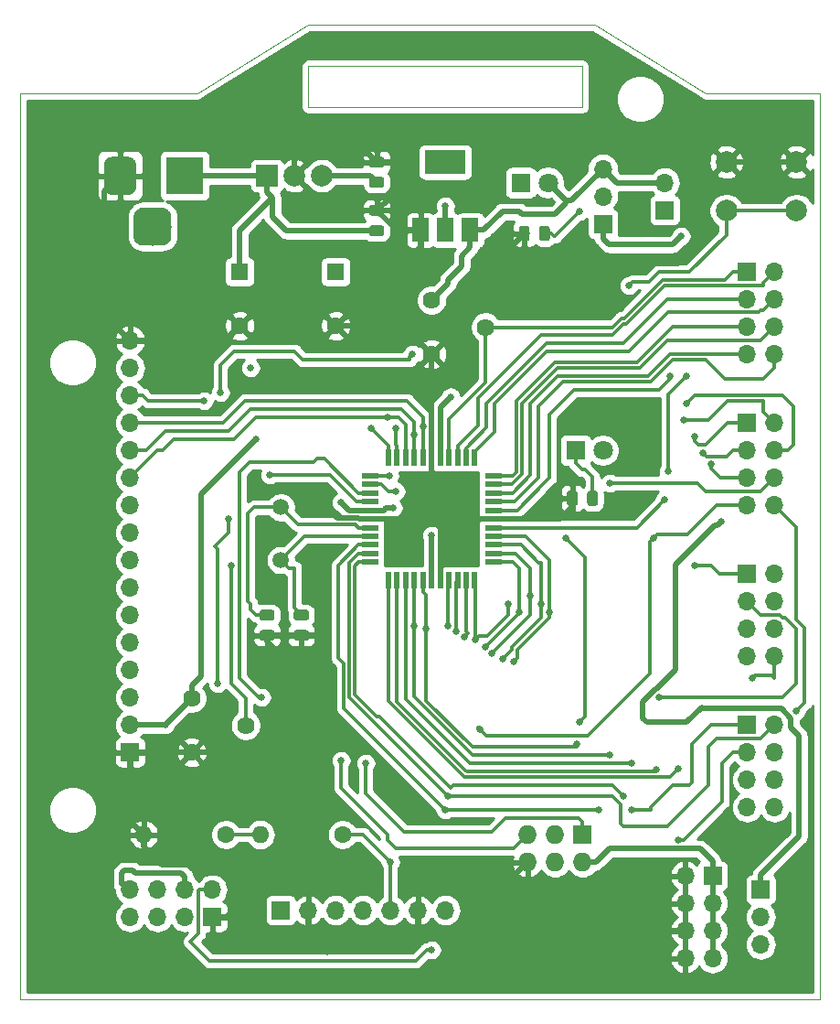
<source format=gbr>
G04 #@! TF.GenerationSoftware,KiCad,Pcbnew,(5.1.2)-2*
G04 #@! TF.CreationDate,2020-01-10T18:03:02+03:00*
G04 #@! TF.ProjectId,DINODE,44494e4f-4445-42e6-9b69-6361645f7063,rev?*
G04 #@! TF.SameCoordinates,Original*
G04 #@! TF.FileFunction,Copper,L1,Top*
G04 #@! TF.FilePolarity,Positive*
%FSLAX46Y46*%
G04 Gerber Fmt 4.6, Leading zero omitted, Abs format (unit mm)*
G04 Created by KiCad (PCBNEW (5.1.2)-2) date 2020-01-10 18:03:02*
%MOMM*%
%LPD*%
G04 APERTURE LIST*
G04 #@! TA.AperFunction,NonConductor*
%ADD10C,0.050000*%
G04 #@! TD*
G04 #@! TA.AperFunction,Conductor*
%ADD11C,0.100000*%
G04 #@! TD*
G04 #@! TA.AperFunction,SMDPad,CuDef*
%ADD12C,0.975000*%
G04 #@! TD*
G04 #@! TA.AperFunction,ComponentPad*
%ADD13R,1.600000X1.600000*%
G04 #@! TD*
G04 #@! TA.AperFunction,ComponentPad*
%ADD14C,1.600000*%
G04 #@! TD*
G04 #@! TA.AperFunction,ComponentPad*
%ADD15C,1.800000*%
G04 #@! TD*
G04 #@! TA.AperFunction,ComponentPad*
%ADD16R,1.800000X1.800000*%
G04 #@! TD*
G04 #@! TA.AperFunction,ComponentPad*
%ADD17R,1.700000X1.700000*%
G04 #@! TD*
G04 #@! TA.AperFunction,ComponentPad*
%ADD18O,1.700000X1.700000*%
G04 #@! TD*
G04 #@! TA.AperFunction,ComponentPad*
%ADD19O,1.600000X1.600000*%
G04 #@! TD*
G04 #@! TA.AperFunction,ComponentPad*
%ADD20R,2.000000X2.000000*%
G04 #@! TD*
G04 #@! TA.AperFunction,ComponentPad*
%ADD21C,2.000000*%
G04 #@! TD*
G04 #@! TA.AperFunction,SMDPad,CuDef*
%ADD22R,1.500000X0.550000*%
G04 #@! TD*
G04 #@! TA.AperFunction,SMDPad,CuDef*
%ADD23R,0.550000X1.500000*%
G04 #@! TD*
G04 #@! TA.AperFunction,SMDPad,CuDef*
%ADD24R,1.500000X2.200000*%
G04 #@! TD*
G04 #@! TA.AperFunction,SMDPad,CuDef*
%ADD25R,3.800000X2.200000*%
G04 #@! TD*
G04 #@! TA.AperFunction,ComponentPad*
%ADD26C,1.500000*%
G04 #@! TD*
G04 #@! TA.AperFunction,ComponentPad*
%ADD27R,3.500000X3.500000*%
G04 #@! TD*
G04 #@! TA.AperFunction,ComponentPad*
%ADD28C,3.000000*%
G04 #@! TD*
G04 #@! TA.AperFunction,ComponentPad*
%ADD29C,3.500000*%
G04 #@! TD*
G04 #@! TA.AperFunction,ComponentPad*
%ADD30R,1.727200X1.727200*%
G04 #@! TD*
G04 #@! TA.AperFunction,ComponentPad*
%ADD31O,1.727200X1.727200*%
G04 #@! TD*
G04 #@! TA.AperFunction,ComponentPad*
%ADD32C,1.620000*%
G04 #@! TD*
G04 #@! TA.AperFunction,ViaPad*
%ADD33C,0.650000*%
G04 #@! TD*
G04 #@! TA.AperFunction,Conductor*
%ADD34C,0.500000*%
G04 #@! TD*
G04 #@! TA.AperFunction,Conductor*
%ADD35C,0.300000*%
G04 #@! TD*
G04 #@! TA.AperFunction,Conductor*
%ADD36C,0.254000*%
G04 #@! TD*
G04 APERTURE END LIST*
D10*
X159131000Y-129540000D02*
X130810000Y-129540000D01*
X159131000Y-60198000D02*
X159131000Y-129540000D01*
X159131000Y-45720000D02*
X148590000Y-45720000D01*
X159131000Y-60198000D02*
X159131000Y-45720000D01*
X137160000Y-43180000D02*
X111760000Y-43180000D01*
X137160000Y-46990000D02*
X137160000Y-43180000D01*
X111760000Y-46990000D02*
X137160000Y-46990000D01*
X111760000Y-43180000D02*
X111760000Y-46990000D01*
X138303000Y-39370000D02*
X148590000Y-45720000D01*
X136017000Y-39370000D02*
X138303000Y-39370000D01*
X111760000Y-39370000D02*
X136017000Y-39370000D01*
X101473000Y-45720000D02*
X111760000Y-39370000D01*
X86995000Y-45720000D02*
X101473000Y-45720000D01*
X85090000Y-45720000D02*
X86995000Y-45720000D01*
X85090000Y-129540000D02*
X90170000Y-129540000D01*
X85090000Y-45720000D02*
X85090000Y-129540000D01*
X90170000Y-129540000D02*
X130810000Y-129540000D01*
D11*
G04 #@! TO.N,GND*
G04 #@! TO.C,C1*
G36*
X111605142Y-95368674D02*
G01*
X111628803Y-95372184D01*
X111652007Y-95377996D01*
X111674529Y-95386054D01*
X111696153Y-95396282D01*
X111716670Y-95408579D01*
X111735883Y-95422829D01*
X111753607Y-95438893D01*
X111769671Y-95456617D01*
X111783921Y-95475830D01*
X111796218Y-95496347D01*
X111806446Y-95517971D01*
X111814504Y-95540493D01*
X111820316Y-95563697D01*
X111823826Y-95587358D01*
X111825000Y-95611250D01*
X111825000Y-96098750D01*
X111823826Y-96122642D01*
X111820316Y-96146303D01*
X111814504Y-96169507D01*
X111806446Y-96192029D01*
X111796218Y-96213653D01*
X111783921Y-96234170D01*
X111769671Y-96253383D01*
X111753607Y-96271107D01*
X111735883Y-96287171D01*
X111716670Y-96301421D01*
X111696153Y-96313718D01*
X111674529Y-96323946D01*
X111652007Y-96332004D01*
X111628803Y-96337816D01*
X111605142Y-96341326D01*
X111581250Y-96342500D01*
X110668750Y-96342500D01*
X110644858Y-96341326D01*
X110621197Y-96337816D01*
X110597993Y-96332004D01*
X110575471Y-96323946D01*
X110553847Y-96313718D01*
X110533330Y-96301421D01*
X110514117Y-96287171D01*
X110496393Y-96271107D01*
X110480329Y-96253383D01*
X110466079Y-96234170D01*
X110453782Y-96213653D01*
X110443554Y-96192029D01*
X110435496Y-96169507D01*
X110429684Y-96146303D01*
X110426174Y-96122642D01*
X110425000Y-96098750D01*
X110425000Y-95611250D01*
X110426174Y-95587358D01*
X110429684Y-95563697D01*
X110435496Y-95540493D01*
X110443554Y-95517971D01*
X110453782Y-95496347D01*
X110466079Y-95475830D01*
X110480329Y-95456617D01*
X110496393Y-95438893D01*
X110514117Y-95422829D01*
X110533330Y-95408579D01*
X110553847Y-95396282D01*
X110575471Y-95386054D01*
X110597993Y-95377996D01*
X110621197Y-95372184D01*
X110644858Y-95368674D01*
X110668750Y-95367500D01*
X111581250Y-95367500D01*
X111605142Y-95368674D01*
X111605142Y-95368674D01*
G37*
D12*
G04 #@! TD*
G04 #@! TO.P,C1,2*
G04 #@! TO.N,GND*
X111125000Y-95855000D03*
D11*
G04 #@! TO.N,Net-(C1-Pad1)*
G04 #@! TO.C,C1*
G36*
X111605142Y-93493674D02*
G01*
X111628803Y-93497184D01*
X111652007Y-93502996D01*
X111674529Y-93511054D01*
X111696153Y-93521282D01*
X111716670Y-93533579D01*
X111735883Y-93547829D01*
X111753607Y-93563893D01*
X111769671Y-93581617D01*
X111783921Y-93600830D01*
X111796218Y-93621347D01*
X111806446Y-93642971D01*
X111814504Y-93665493D01*
X111820316Y-93688697D01*
X111823826Y-93712358D01*
X111825000Y-93736250D01*
X111825000Y-94223750D01*
X111823826Y-94247642D01*
X111820316Y-94271303D01*
X111814504Y-94294507D01*
X111806446Y-94317029D01*
X111796218Y-94338653D01*
X111783921Y-94359170D01*
X111769671Y-94378383D01*
X111753607Y-94396107D01*
X111735883Y-94412171D01*
X111716670Y-94426421D01*
X111696153Y-94438718D01*
X111674529Y-94448946D01*
X111652007Y-94457004D01*
X111628803Y-94462816D01*
X111605142Y-94466326D01*
X111581250Y-94467500D01*
X110668750Y-94467500D01*
X110644858Y-94466326D01*
X110621197Y-94462816D01*
X110597993Y-94457004D01*
X110575471Y-94448946D01*
X110553847Y-94438718D01*
X110533330Y-94426421D01*
X110514117Y-94412171D01*
X110496393Y-94396107D01*
X110480329Y-94378383D01*
X110466079Y-94359170D01*
X110453782Y-94338653D01*
X110443554Y-94317029D01*
X110435496Y-94294507D01*
X110429684Y-94271303D01*
X110426174Y-94247642D01*
X110425000Y-94223750D01*
X110425000Y-93736250D01*
X110426174Y-93712358D01*
X110429684Y-93688697D01*
X110435496Y-93665493D01*
X110443554Y-93642971D01*
X110453782Y-93621347D01*
X110466079Y-93600830D01*
X110480329Y-93581617D01*
X110496393Y-93563893D01*
X110514117Y-93547829D01*
X110533330Y-93533579D01*
X110553847Y-93521282D01*
X110575471Y-93511054D01*
X110597993Y-93502996D01*
X110621197Y-93497184D01*
X110644858Y-93493674D01*
X110668750Y-93492500D01*
X111581250Y-93492500D01*
X111605142Y-93493674D01*
X111605142Y-93493674D01*
G37*
D12*
G04 #@! TD*
G04 #@! TO.P,C1,1*
G04 #@! TO.N,Net-(C1-Pad1)*
X111125000Y-93980000D03*
D11*
G04 #@! TO.N,Net-(C2-Pad1)*
G04 #@! TO.C,C2*
G36*
X108430142Y-93493674D02*
G01*
X108453803Y-93497184D01*
X108477007Y-93502996D01*
X108499529Y-93511054D01*
X108521153Y-93521282D01*
X108541670Y-93533579D01*
X108560883Y-93547829D01*
X108578607Y-93563893D01*
X108594671Y-93581617D01*
X108608921Y-93600830D01*
X108621218Y-93621347D01*
X108631446Y-93642971D01*
X108639504Y-93665493D01*
X108645316Y-93688697D01*
X108648826Y-93712358D01*
X108650000Y-93736250D01*
X108650000Y-94223750D01*
X108648826Y-94247642D01*
X108645316Y-94271303D01*
X108639504Y-94294507D01*
X108631446Y-94317029D01*
X108621218Y-94338653D01*
X108608921Y-94359170D01*
X108594671Y-94378383D01*
X108578607Y-94396107D01*
X108560883Y-94412171D01*
X108541670Y-94426421D01*
X108521153Y-94438718D01*
X108499529Y-94448946D01*
X108477007Y-94457004D01*
X108453803Y-94462816D01*
X108430142Y-94466326D01*
X108406250Y-94467500D01*
X107493750Y-94467500D01*
X107469858Y-94466326D01*
X107446197Y-94462816D01*
X107422993Y-94457004D01*
X107400471Y-94448946D01*
X107378847Y-94438718D01*
X107358330Y-94426421D01*
X107339117Y-94412171D01*
X107321393Y-94396107D01*
X107305329Y-94378383D01*
X107291079Y-94359170D01*
X107278782Y-94338653D01*
X107268554Y-94317029D01*
X107260496Y-94294507D01*
X107254684Y-94271303D01*
X107251174Y-94247642D01*
X107250000Y-94223750D01*
X107250000Y-93736250D01*
X107251174Y-93712358D01*
X107254684Y-93688697D01*
X107260496Y-93665493D01*
X107268554Y-93642971D01*
X107278782Y-93621347D01*
X107291079Y-93600830D01*
X107305329Y-93581617D01*
X107321393Y-93563893D01*
X107339117Y-93547829D01*
X107358330Y-93533579D01*
X107378847Y-93521282D01*
X107400471Y-93511054D01*
X107422993Y-93502996D01*
X107446197Y-93497184D01*
X107469858Y-93493674D01*
X107493750Y-93492500D01*
X108406250Y-93492500D01*
X108430142Y-93493674D01*
X108430142Y-93493674D01*
G37*
D12*
G04 #@! TD*
G04 #@! TO.P,C2,1*
G04 #@! TO.N,Net-(C2-Pad1)*
X107950000Y-93980000D03*
D11*
G04 #@! TO.N,GND*
G04 #@! TO.C,C2*
G36*
X108430142Y-95368674D02*
G01*
X108453803Y-95372184D01*
X108477007Y-95377996D01*
X108499529Y-95386054D01*
X108521153Y-95396282D01*
X108541670Y-95408579D01*
X108560883Y-95422829D01*
X108578607Y-95438893D01*
X108594671Y-95456617D01*
X108608921Y-95475830D01*
X108621218Y-95496347D01*
X108631446Y-95517971D01*
X108639504Y-95540493D01*
X108645316Y-95563697D01*
X108648826Y-95587358D01*
X108650000Y-95611250D01*
X108650000Y-96098750D01*
X108648826Y-96122642D01*
X108645316Y-96146303D01*
X108639504Y-96169507D01*
X108631446Y-96192029D01*
X108621218Y-96213653D01*
X108608921Y-96234170D01*
X108594671Y-96253383D01*
X108578607Y-96271107D01*
X108560883Y-96287171D01*
X108541670Y-96301421D01*
X108521153Y-96313718D01*
X108499529Y-96323946D01*
X108477007Y-96332004D01*
X108453803Y-96337816D01*
X108430142Y-96341326D01*
X108406250Y-96342500D01*
X107493750Y-96342500D01*
X107469858Y-96341326D01*
X107446197Y-96337816D01*
X107422993Y-96332004D01*
X107400471Y-96323946D01*
X107378847Y-96313718D01*
X107358330Y-96301421D01*
X107339117Y-96287171D01*
X107321393Y-96271107D01*
X107305329Y-96253383D01*
X107291079Y-96234170D01*
X107278782Y-96213653D01*
X107268554Y-96192029D01*
X107260496Y-96169507D01*
X107254684Y-96146303D01*
X107251174Y-96122642D01*
X107250000Y-96098750D01*
X107250000Y-95611250D01*
X107251174Y-95587358D01*
X107254684Y-95563697D01*
X107260496Y-95540493D01*
X107268554Y-95517971D01*
X107278782Y-95496347D01*
X107291079Y-95475830D01*
X107305329Y-95456617D01*
X107321393Y-95438893D01*
X107339117Y-95422829D01*
X107358330Y-95408579D01*
X107378847Y-95396282D01*
X107400471Y-95386054D01*
X107422993Y-95377996D01*
X107446197Y-95372184D01*
X107469858Y-95368674D01*
X107493750Y-95367500D01*
X108406250Y-95367500D01*
X108430142Y-95368674D01*
X108430142Y-95368674D01*
G37*
D12*
G04 #@! TD*
G04 #@! TO.P,C2,2*
G04 #@! TO.N,GND*
X107950000Y-95855000D03*
D13*
G04 #@! TO.P,C3,1*
G04 #@! TO.N,+12V*
X105410000Y-62230000D03*
D14*
G04 #@! TO.P,C3,2*
G04 #@! TO.N,GND*
X105410000Y-67230000D03*
G04 #@! TD*
G04 #@! TO.P,C4,2*
G04 #@! TO.N,GND*
X114300000Y-67230000D03*
D13*
G04 #@! TO.P,C4,1*
G04 #@! TO.N,+5V*
X114300000Y-62230000D03*
G04 #@! TD*
D11*
G04 #@! TO.N,+12V*
G04 #@! TO.C,C5*
G36*
X118590142Y-57933674D02*
G01*
X118613803Y-57937184D01*
X118637007Y-57942996D01*
X118659529Y-57951054D01*
X118681153Y-57961282D01*
X118701670Y-57973579D01*
X118720883Y-57987829D01*
X118738607Y-58003893D01*
X118754671Y-58021617D01*
X118768921Y-58040830D01*
X118781218Y-58061347D01*
X118791446Y-58082971D01*
X118799504Y-58105493D01*
X118805316Y-58128697D01*
X118808826Y-58152358D01*
X118810000Y-58176250D01*
X118810000Y-58663750D01*
X118808826Y-58687642D01*
X118805316Y-58711303D01*
X118799504Y-58734507D01*
X118791446Y-58757029D01*
X118781218Y-58778653D01*
X118768921Y-58799170D01*
X118754671Y-58818383D01*
X118738607Y-58836107D01*
X118720883Y-58852171D01*
X118701670Y-58866421D01*
X118681153Y-58878718D01*
X118659529Y-58888946D01*
X118637007Y-58897004D01*
X118613803Y-58902816D01*
X118590142Y-58906326D01*
X118566250Y-58907500D01*
X117653750Y-58907500D01*
X117629858Y-58906326D01*
X117606197Y-58902816D01*
X117582993Y-58897004D01*
X117560471Y-58888946D01*
X117538847Y-58878718D01*
X117518330Y-58866421D01*
X117499117Y-58852171D01*
X117481393Y-58836107D01*
X117465329Y-58818383D01*
X117451079Y-58799170D01*
X117438782Y-58778653D01*
X117428554Y-58757029D01*
X117420496Y-58734507D01*
X117414684Y-58711303D01*
X117411174Y-58687642D01*
X117410000Y-58663750D01*
X117410000Y-58176250D01*
X117411174Y-58152358D01*
X117414684Y-58128697D01*
X117420496Y-58105493D01*
X117428554Y-58082971D01*
X117438782Y-58061347D01*
X117451079Y-58040830D01*
X117465329Y-58021617D01*
X117481393Y-58003893D01*
X117499117Y-57987829D01*
X117518330Y-57973579D01*
X117538847Y-57961282D01*
X117560471Y-57951054D01*
X117582993Y-57942996D01*
X117606197Y-57937184D01*
X117629858Y-57933674D01*
X117653750Y-57932500D01*
X118566250Y-57932500D01*
X118590142Y-57933674D01*
X118590142Y-57933674D01*
G37*
D12*
G04 #@! TD*
G04 #@! TO.P,C5,1*
G04 #@! TO.N,+12V*
X118110000Y-58420000D03*
D11*
G04 #@! TO.N,GND*
G04 #@! TO.C,C5*
G36*
X118590142Y-56058674D02*
G01*
X118613803Y-56062184D01*
X118637007Y-56067996D01*
X118659529Y-56076054D01*
X118681153Y-56086282D01*
X118701670Y-56098579D01*
X118720883Y-56112829D01*
X118738607Y-56128893D01*
X118754671Y-56146617D01*
X118768921Y-56165830D01*
X118781218Y-56186347D01*
X118791446Y-56207971D01*
X118799504Y-56230493D01*
X118805316Y-56253697D01*
X118808826Y-56277358D01*
X118810000Y-56301250D01*
X118810000Y-56788750D01*
X118808826Y-56812642D01*
X118805316Y-56836303D01*
X118799504Y-56859507D01*
X118791446Y-56882029D01*
X118781218Y-56903653D01*
X118768921Y-56924170D01*
X118754671Y-56943383D01*
X118738607Y-56961107D01*
X118720883Y-56977171D01*
X118701670Y-56991421D01*
X118681153Y-57003718D01*
X118659529Y-57013946D01*
X118637007Y-57022004D01*
X118613803Y-57027816D01*
X118590142Y-57031326D01*
X118566250Y-57032500D01*
X117653750Y-57032500D01*
X117629858Y-57031326D01*
X117606197Y-57027816D01*
X117582993Y-57022004D01*
X117560471Y-57013946D01*
X117538847Y-57003718D01*
X117518330Y-56991421D01*
X117499117Y-56977171D01*
X117481393Y-56961107D01*
X117465329Y-56943383D01*
X117451079Y-56924170D01*
X117438782Y-56903653D01*
X117428554Y-56882029D01*
X117420496Y-56859507D01*
X117414684Y-56836303D01*
X117411174Y-56812642D01*
X117410000Y-56788750D01*
X117410000Y-56301250D01*
X117411174Y-56277358D01*
X117414684Y-56253697D01*
X117420496Y-56230493D01*
X117428554Y-56207971D01*
X117438782Y-56186347D01*
X117451079Y-56165830D01*
X117465329Y-56146617D01*
X117481393Y-56128893D01*
X117499117Y-56112829D01*
X117518330Y-56098579D01*
X117538847Y-56086282D01*
X117560471Y-56076054D01*
X117582993Y-56067996D01*
X117606197Y-56062184D01*
X117629858Y-56058674D01*
X117653750Y-56057500D01*
X118566250Y-56057500D01*
X118590142Y-56058674D01*
X118590142Y-56058674D01*
G37*
D12*
G04 #@! TD*
G04 #@! TO.P,C5,2*
G04 #@! TO.N,GND*
X118110000Y-56545000D03*
D11*
G04 #@! TO.N,GND*
G04 #@! TO.C,C6*
G36*
X118590142Y-51583674D02*
G01*
X118613803Y-51587184D01*
X118637007Y-51592996D01*
X118659529Y-51601054D01*
X118681153Y-51611282D01*
X118701670Y-51623579D01*
X118720883Y-51637829D01*
X118738607Y-51653893D01*
X118754671Y-51671617D01*
X118768921Y-51690830D01*
X118781218Y-51711347D01*
X118791446Y-51732971D01*
X118799504Y-51755493D01*
X118805316Y-51778697D01*
X118808826Y-51802358D01*
X118810000Y-51826250D01*
X118810000Y-52313750D01*
X118808826Y-52337642D01*
X118805316Y-52361303D01*
X118799504Y-52384507D01*
X118791446Y-52407029D01*
X118781218Y-52428653D01*
X118768921Y-52449170D01*
X118754671Y-52468383D01*
X118738607Y-52486107D01*
X118720883Y-52502171D01*
X118701670Y-52516421D01*
X118681153Y-52528718D01*
X118659529Y-52538946D01*
X118637007Y-52547004D01*
X118613803Y-52552816D01*
X118590142Y-52556326D01*
X118566250Y-52557500D01*
X117653750Y-52557500D01*
X117629858Y-52556326D01*
X117606197Y-52552816D01*
X117582993Y-52547004D01*
X117560471Y-52538946D01*
X117538847Y-52528718D01*
X117518330Y-52516421D01*
X117499117Y-52502171D01*
X117481393Y-52486107D01*
X117465329Y-52468383D01*
X117451079Y-52449170D01*
X117438782Y-52428653D01*
X117428554Y-52407029D01*
X117420496Y-52384507D01*
X117414684Y-52361303D01*
X117411174Y-52337642D01*
X117410000Y-52313750D01*
X117410000Y-51826250D01*
X117411174Y-51802358D01*
X117414684Y-51778697D01*
X117420496Y-51755493D01*
X117428554Y-51732971D01*
X117438782Y-51711347D01*
X117451079Y-51690830D01*
X117465329Y-51671617D01*
X117481393Y-51653893D01*
X117499117Y-51637829D01*
X117518330Y-51623579D01*
X117538847Y-51611282D01*
X117560471Y-51601054D01*
X117582993Y-51592996D01*
X117606197Y-51587184D01*
X117629858Y-51583674D01*
X117653750Y-51582500D01*
X118566250Y-51582500D01*
X118590142Y-51583674D01*
X118590142Y-51583674D01*
G37*
D12*
G04 #@! TD*
G04 #@! TO.P,C6,2*
G04 #@! TO.N,GND*
X118110000Y-52070000D03*
D11*
G04 #@! TO.N,+5V*
G04 #@! TO.C,C6*
G36*
X118590142Y-53458674D02*
G01*
X118613803Y-53462184D01*
X118637007Y-53467996D01*
X118659529Y-53476054D01*
X118681153Y-53486282D01*
X118701670Y-53498579D01*
X118720883Y-53512829D01*
X118738607Y-53528893D01*
X118754671Y-53546617D01*
X118768921Y-53565830D01*
X118781218Y-53586347D01*
X118791446Y-53607971D01*
X118799504Y-53630493D01*
X118805316Y-53653697D01*
X118808826Y-53677358D01*
X118810000Y-53701250D01*
X118810000Y-54188750D01*
X118808826Y-54212642D01*
X118805316Y-54236303D01*
X118799504Y-54259507D01*
X118791446Y-54282029D01*
X118781218Y-54303653D01*
X118768921Y-54324170D01*
X118754671Y-54343383D01*
X118738607Y-54361107D01*
X118720883Y-54377171D01*
X118701670Y-54391421D01*
X118681153Y-54403718D01*
X118659529Y-54413946D01*
X118637007Y-54422004D01*
X118613803Y-54427816D01*
X118590142Y-54431326D01*
X118566250Y-54432500D01*
X117653750Y-54432500D01*
X117629858Y-54431326D01*
X117606197Y-54427816D01*
X117582993Y-54422004D01*
X117560471Y-54413946D01*
X117538847Y-54403718D01*
X117518330Y-54391421D01*
X117499117Y-54377171D01*
X117481393Y-54361107D01*
X117465329Y-54343383D01*
X117451079Y-54324170D01*
X117438782Y-54303653D01*
X117428554Y-54282029D01*
X117420496Y-54259507D01*
X117414684Y-54236303D01*
X117411174Y-54212642D01*
X117410000Y-54188750D01*
X117410000Y-53701250D01*
X117411174Y-53677358D01*
X117414684Y-53653697D01*
X117420496Y-53630493D01*
X117428554Y-53607971D01*
X117438782Y-53586347D01*
X117451079Y-53565830D01*
X117465329Y-53546617D01*
X117481393Y-53528893D01*
X117499117Y-53512829D01*
X117518330Y-53498579D01*
X117538847Y-53486282D01*
X117560471Y-53476054D01*
X117582993Y-53467996D01*
X117606197Y-53462184D01*
X117629858Y-53458674D01*
X117653750Y-53457500D01*
X118566250Y-53457500D01*
X118590142Y-53458674D01*
X118590142Y-53458674D01*
G37*
D12*
G04 #@! TD*
G04 #@! TO.P,C6,1*
G04 #@! TO.N,+5V*
X118110000Y-53945000D03*
D15*
G04 #@! TO.P,D1,2*
G04 #@! TO.N,+5V*
X133985000Y-53975000D03*
D16*
G04 #@! TO.P,D1,1*
G04 #@! TO.N,Net-(D1-Pad1)*
X131445000Y-53975000D03*
G04 #@! TD*
G04 #@! TO.P,D2,1*
G04 #@! TO.N,Net-(D2-Pad1)*
X136525000Y-78740000D03*
D15*
G04 #@! TO.P,D2,2*
G04 #@! TO.N,PD_5*
X139065000Y-78740000D03*
G04 #@! TD*
D17*
G04 #@! TO.P,J2,1*
G04 #@! TO.N,Net-(J2-Pad1)*
X144780000Y-56515000D03*
D18*
G04 #@! TO.P,J2,2*
G04 #@! TO.N,+5V*
X144780000Y-53975000D03*
G04 #@! TD*
D17*
G04 #@! TO.P,J3,1*
G04 #@! TO.N,+5V*
X109220000Y-121285000D03*
D18*
G04 #@! TO.P,J3,2*
G04 #@! TO.N,GND*
X111760000Y-121285000D03*
G04 #@! TO.P,J3,3*
G04 #@! TO.N,Net-(J3-Pad3)*
X114300000Y-121285000D03*
G04 #@! TO.P,J3,4*
G04 #@! TO.N,PD_0*
X116840000Y-121285000D03*
G04 #@! TO.P,J3,5*
G04 #@! TO.N,PD_1*
X119380000Y-121285000D03*
G04 #@! TO.P,J3,6*
G04 #@! TO.N,GND*
X121920000Y-121285000D03*
G04 #@! TO.P,J3,7*
G04 #@! TO.N,Net-(J3-Pad7)*
X124460000Y-121285000D03*
G04 #@! TD*
D17*
G04 #@! TO.P,J4,1*
G04 #@! TO.N,GND*
X95250000Y-106680000D03*
D18*
G04 #@! TO.P,J4,2*
G04 #@! TO.N,+5V*
X95250000Y-104140000D03*
G04 #@! TO.P,J4,3*
G04 #@! TO.N,PC_7*
X95250000Y-101600000D03*
G04 #@! TO.P,J4,4*
G04 #@! TO.N,PC_6*
X95250000Y-99060000D03*
G04 #@! TO.P,J4,5*
G04 #@! TO.N,PC_5*
X95250000Y-96520000D03*
G04 #@! TO.P,J4,6*
G04 #@! TO.N,PC_4*
X95250000Y-93980000D03*
G04 #@! TO.P,J4,7*
G04 #@! TO.N,PC_3*
X95250000Y-91440000D03*
G04 #@! TO.P,J4,8*
G04 #@! TO.N,PC_2*
X95250000Y-88900000D03*
G04 #@! TO.P,J4,9*
G04 #@! TO.N,PD_7*
X95250000Y-86360000D03*
G04 #@! TO.P,J4,10*
G04 #@! TO.N,PD_6*
X95250000Y-83820000D03*
G04 #@! TO.P,J4,11*
G04 #@! TO.N,PB_2*
X95250000Y-81280000D03*
G04 #@! TO.P,J4,12*
G04 #@! TO.N,PB_1*
X95250000Y-78740000D03*
G04 #@! TO.P,J4,13*
G04 #@! TO.N,PB_0*
X95250000Y-76200000D03*
G04 #@! TO.P,J4,14*
G04 #@! TO.N,VO*
X95250000Y-73660000D03*
G04 #@! TO.P,J4,15*
G04 #@! TO.N,+5V*
X95250000Y-71120000D03*
G04 #@! TO.P,J4,16*
G04 #@! TO.N,GND*
X95250000Y-68580000D03*
G04 #@! TD*
D17*
G04 #@! TO.P,J5,1*
G04 #@! TO.N,GND*
X102870000Y-121920000D03*
D18*
G04 #@! TO.P,J5,2*
G04 #@! TO.N,PD_0*
X102870000Y-119380000D03*
G04 #@! TO.P,J5,3*
G04 #@! TO.N,Net-(J5-Pad3)*
X100330000Y-121920000D03*
G04 #@! TO.P,J5,4*
G04 #@! TO.N,+3V3*
X100330000Y-119380000D03*
G04 #@! TO.P,J5,5*
G04 #@! TO.N,Net-(J5-Pad5)*
X97790000Y-121920000D03*
G04 #@! TO.P,J5,6*
G04 #@! TO.N,Net-(J5-Pad6)*
X97790000Y-119380000D03*
G04 #@! TO.P,J5,7*
G04 #@! TO.N,ESP_RX*
X95250000Y-121920000D03*
G04 #@! TO.P,J5,8*
G04 #@! TO.N,+3V3*
X95250000Y-119380000D03*
G04 #@! TD*
D17*
G04 #@! TO.P,J6,1*
G04 #@! TO.N,PA_0*
X152400000Y-62230000D03*
D18*
G04 #@! TO.P,J6,2*
G04 #@! TO.N,PA_1*
X154940000Y-62230000D03*
G04 #@! TO.P,J6,3*
G04 #@! TO.N,PA_2*
X152400000Y-64770000D03*
G04 #@! TO.P,J6,4*
G04 #@! TO.N,PA_3*
X154940000Y-64770000D03*
G04 #@! TO.P,J6,5*
G04 #@! TO.N,PA_4*
X152400000Y-67310000D03*
G04 #@! TO.P,J6,6*
G04 #@! TO.N,PA_5*
X154940000Y-67310000D03*
G04 #@! TO.P,J6,7*
G04 #@! TO.N,PA_6*
X152400000Y-69850000D03*
G04 #@! TO.P,J6,8*
G04 #@! TO.N,PA_7*
X154940000Y-69850000D03*
G04 #@! TD*
D17*
G04 #@! TO.P,J7,1*
G04 #@! TO.N,PC_0*
X152400000Y-90170000D03*
D18*
G04 #@! TO.P,J7,2*
G04 #@! TO.N,PC_1*
X154940000Y-90170000D03*
G04 #@! TO.P,J7,3*
G04 #@! TO.N,PC_2*
X152400000Y-92710000D03*
G04 #@! TO.P,J7,4*
G04 #@! TO.N,PC_3*
X154940000Y-92710000D03*
G04 #@! TO.P,J7,5*
G04 #@! TO.N,PC_4*
X152400000Y-95250000D03*
G04 #@! TO.P,J7,6*
G04 #@! TO.N,PC_5*
X154940000Y-95250000D03*
G04 #@! TO.P,J7,7*
G04 #@! TO.N,PC_6*
X152400000Y-97790000D03*
G04 #@! TO.P,J7,8*
G04 #@! TO.N,PC_7*
X154940000Y-97790000D03*
G04 #@! TD*
G04 #@! TO.P,J9,8*
G04 #@! TO.N,PB_7*
X154940000Y-83820000D03*
G04 #@! TO.P,J9,7*
G04 #@! TO.N,MISO*
X152400000Y-83820000D03*
G04 #@! TO.P,J9,6*
G04 #@! TO.N,MOSI*
X154940000Y-81280000D03*
G04 #@! TO.P,J9,5*
G04 #@! TO.N,PB_4*
X152400000Y-81280000D03*
G04 #@! TO.P,J9,4*
G04 #@! TO.N,PB_3*
X154940000Y-78740000D03*
G04 #@! TO.P,J9,3*
G04 #@! TO.N,PB_2*
X152400000Y-78740000D03*
G04 #@! TO.P,J9,2*
G04 #@! TO.N,PB_1*
X154940000Y-76200000D03*
D17*
G04 #@! TO.P,J9,1*
G04 #@! TO.N,PB_0*
X152400000Y-76200000D03*
G04 #@! TD*
G04 #@! TO.P,J10,1*
G04 #@! TO.N,+3V3*
X139065000Y-57785000D03*
D18*
G04 #@! TO.P,J10,2*
G04 #@! TO.N,A_REF*
X139065000Y-55245000D03*
G04 #@! TO.P,J10,3*
G04 #@! TO.N,+5V*
X139065000Y-52705000D03*
G04 #@! TD*
G04 #@! TO.P,J11,8*
G04 #@! TO.N,PD_7*
X154940000Y-111760000D03*
G04 #@! TO.P,J11,7*
G04 #@! TO.N,PD_6*
X152400000Y-111760000D03*
G04 #@! TO.P,J11,6*
G04 #@! TO.N,PD_5*
X154940000Y-109220000D03*
G04 #@! TO.P,J11,5*
G04 #@! TO.N,PD_4*
X152400000Y-109220000D03*
G04 #@! TO.P,J11,4*
G04 #@! TO.N,PD_3*
X154940000Y-106680000D03*
G04 #@! TO.P,J11,3*
G04 #@! TO.N,PD_2*
X152400000Y-106680000D03*
G04 #@! TO.P,J11,2*
G04 #@! TO.N,PD_1*
X154940000Y-104140000D03*
D17*
G04 #@! TO.P,J11,1*
G04 #@! TO.N,PD_0*
X152400000Y-104140000D03*
G04 #@! TD*
D14*
G04 #@! TO.P,R1,1*
G04 #@! TO.N,PD_1*
X114935000Y-114300000D03*
D19*
G04 #@! TO.P,R1,2*
G04 #@! TO.N,ESP_RX*
X107315000Y-114300000D03*
G04 #@! TD*
G04 #@! TO.P,R2,2*
G04 #@! TO.N,GND*
X96520000Y-114300000D03*
D14*
G04 #@! TO.P,R2,1*
G04 #@! TO.N,ESP_RX*
X104140000Y-114300000D03*
G04 #@! TD*
D11*
G04 #@! TO.N,Net-(D1-Pad1)*
G04 #@! TO.C,R3*
G36*
X133920142Y-57975174D02*
G01*
X133943803Y-57978684D01*
X133967007Y-57984496D01*
X133989529Y-57992554D01*
X134011153Y-58002782D01*
X134031670Y-58015079D01*
X134050883Y-58029329D01*
X134068607Y-58045393D01*
X134084671Y-58063117D01*
X134098921Y-58082330D01*
X134111218Y-58102847D01*
X134121446Y-58124471D01*
X134129504Y-58146993D01*
X134135316Y-58170197D01*
X134138826Y-58193858D01*
X134140000Y-58217750D01*
X134140000Y-59130250D01*
X134138826Y-59154142D01*
X134135316Y-59177803D01*
X134129504Y-59201007D01*
X134121446Y-59223529D01*
X134111218Y-59245153D01*
X134098921Y-59265670D01*
X134084671Y-59284883D01*
X134068607Y-59302607D01*
X134050883Y-59318671D01*
X134031670Y-59332921D01*
X134011153Y-59345218D01*
X133989529Y-59355446D01*
X133967007Y-59363504D01*
X133943803Y-59369316D01*
X133920142Y-59372826D01*
X133896250Y-59374000D01*
X133408750Y-59374000D01*
X133384858Y-59372826D01*
X133361197Y-59369316D01*
X133337993Y-59363504D01*
X133315471Y-59355446D01*
X133293847Y-59345218D01*
X133273330Y-59332921D01*
X133254117Y-59318671D01*
X133236393Y-59302607D01*
X133220329Y-59284883D01*
X133206079Y-59265670D01*
X133193782Y-59245153D01*
X133183554Y-59223529D01*
X133175496Y-59201007D01*
X133169684Y-59177803D01*
X133166174Y-59154142D01*
X133165000Y-59130250D01*
X133165000Y-58217750D01*
X133166174Y-58193858D01*
X133169684Y-58170197D01*
X133175496Y-58146993D01*
X133183554Y-58124471D01*
X133193782Y-58102847D01*
X133206079Y-58082330D01*
X133220329Y-58063117D01*
X133236393Y-58045393D01*
X133254117Y-58029329D01*
X133273330Y-58015079D01*
X133293847Y-58002782D01*
X133315471Y-57992554D01*
X133337993Y-57984496D01*
X133361197Y-57978684D01*
X133384858Y-57975174D01*
X133408750Y-57974000D01*
X133896250Y-57974000D01*
X133920142Y-57975174D01*
X133920142Y-57975174D01*
G37*
D12*
G04 #@! TD*
G04 #@! TO.P,R3,2*
G04 #@! TO.N,Net-(D1-Pad1)*
X133652500Y-58674000D03*
D11*
G04 #@! TO.N,GND*
G04 #@! TO.C,R3*
G36*
X132045142Y-57975174D02*
G01*
X132068803Y-57978684D01*
X132092007Y-57984496D01*
X132114529Y-57992554D01*
X132136153Y-58002782D01*
X132156670Y-58015079D01*
X132175883Y-58029329D01*
X132193607Y-58045393D01*
X132209671Y-58063117D01*
X132223921Y-58082330D01*
X132236218Y-58102847D01*
X132246446Y-58124471D01*
X132254504Y-58146993D01*
X132260316Y-58170197D01*
X132263826Y-58193858D01*
X132265000Y-58217750D01*
X132265000Y-59130250D01*
X132263826Y-59154142D01*
X132260316Y-59177803D01*
X132254504Y-59201007D01*
X132246446Y-59223529D01*
X132236218Y-59245153D01*
X132223921Y-59265670D01*
X132209671Y-59284883D01*
X132193607Y-59302607D01*
X132175883Y-59318671D01*
X132156670Y-59332921D01*
X132136153Y-59345218D01*
X132114529Y-59355446D01*
X132092007Y-59363504D01*
X132068803Y-59369316D01*
X132045142Y-59372826D01*
X132021250Y-59374000D01*
X131533750Y-59374000D01*
X131509858Y-59372826D01*
X131486197Y-59369316D01*
X131462993Y-59363504D01*
X131440471Y-59355446D01*
X131418847Y-59345218D01*
X131398330Y-59332921D01*
X131379117Y-59318671D01*
X131361393Y-59302607D01*
X131345329Y-59284883D01*
X131331079Y-59265670D01*
X131318782Y-59245153D01*
X131308554Y-59223529D01*
X131300496Y-59201007D01*
X131294684Y-59177803D01*
X131291174Y-59154142D01*
X131290000Y-59130250D01*
X131290000Y-58217750D01*
X131291174Y-58193858D01*
X131294684Y-58170197D01*
X131300496Y-58146993D01*
X131308554Y-58124471D01*
X131318782Y-58102847D01*
X131331079Y-58082330D01*
X131345329Y-58063117D01*
X131361393Y-58045393D01*
X131379117Y-58029329D01*
X131398330Y-58015079D01*
X131418847Y-58002782D01*
X131440471Y-57992554D01*
X131462993Y-57984496D01*
X131486197Y-57978684D01*
X131509858Y-57975174D01*
X131533750Y-57974000D01*
X132021250Y-57974000D01*
X132045142Y-57975174D01*
X132045142Y-57975174D01*
G37*
D12*
G04 #@! TD*
G04 #@! TO.P,R3,1*
G04 #@! TO.N,GND*
X131777500Y-58674000D03*
D11*
G04 #@! TO.N,GND*
G04 #@! TO.C,R4*
G36*
X136490142Y-82486174D02*
G01*
X136513803Y-82489684D01*
X136537007Y-82495496D01*
X136559529Y-82503554D01*
X136581153Y-82513782D01*
X136601670Y-82526079D01*
X136620883Y-82540329D01*
X136638607Y-82556393D01*
X136654671Y-82574117D01*
X136668921Y-82593330D01*
X136681218Y-82613847D01*
X136691446Y-82635471D01*
X136699504Y-82657993D01*
X136705316Y-82681197D01*
X136708826Y-82704858D01*
X136710000Y-82728750D01*
X136710000Y-83641250D01*
X136708826Y-83665142D01*
X136705316Y-83688803D01*
X136699504Y-83712007D01*
X136691446Y-83734529D01*
X136681218Y-83756153D01*
X136668921Y-83776670D01*
X136654671Y-83795883D01*
X136638607Y-83813607D01*
X136620883Y-83829671D01*
X136601670Y-83843921D01*
X136581153Y-83856218D01*
X136559529Y-83866446D01*
X136537007Y-83874504D01*
X136513803Y-83880316D01*
X136490142Y-83883826D01*
X136466250Y-83885000D01*
X135978750Y-83885000D01*
X135954858Y-83883826D01*
X135931197Y-83880316D01*
X135907993Y-83874504D01*
X135885471Y-83866446D01*
X135863847Y-83856218D01*
X135843330Y-83843921D01*
X135824117Y-83829671D01*
X135806393Y-83813607D01*
X135790329Y-83795883D01*
X135776079Y-83776670D01*
X135763782Y-83756153D01*
X135753554Y-83734529D01*
X135745496Y-83712007D01*
X135739684Y-83688803D01*
X135736174Y-83665142D01*
X135735000Y-83641250D01*
X135735000Y-82728750D01*
X135736174Y-82704858D01*
X135739684Y-82681197D01*
X135745496Y-82657993D01*
X135753554Y-82635471D01*
X135763782Y-82613847D01*
X135776079Y-82593330D01*
X135790329Y-82574117D01*
X135806393Y-82556393D01*
X135824117Y-82540329D01*
X135843330Y-82526079D01*
X135863847Y-82513782D01*
X135885471Y-82503554D01*
X135907993Y-82495496D01*
X135931197Y-82489684D01*
X135954858Y-82486174D01*
X135978750Y-82485000D01*
X136466250Y-82485000D01*
X136490142Y-82486174D01*
X136490142Y-82486174D01*
G37*
D12*
G04 #@! TD*
G04 #@! TO.P,R4,1*
G04 #@! TO.N,GND*
X136222500Y-83185000D03*
D11*
G04 #@! TO.N,Net-(D2-Pad1)*
G04 #@! TO.C,R4*
G36*
X138365142Y-82486174D02*
G01*
X138388803Y-82489684D01*
X138412007Y-82495496D01*
X138434529Y-82503554D01*
X138456153Y-82513782D01*
X138476670Y-82526079D01*
X138495883Y-82540329D01*
X138513607Y-82556393D01*
X138529671Y-82574117D01*
X138543921Y-82593330D01*
X138556218Y-82613847D01*
X138566446Y-82635471D01*
X138574504Y-82657993D01*
X138580316Y-82681197D01*
X138583826Y-82704858D01*
X138585000Y-82728750D01*
X138585000Y-83641250D01*
X138583826Y-83665142D01*
X138580316Y-83688803D01*
X138574504Y-83712007D01*
X138566446Y-83734529D01*
X138556218Y-83756153D01*
X138543921Y-83776670D01*
X138529671Y-83795883D01*
X138513607Y-83813607D01*
X138495883Y-83829671D01*
X138476670Y-83843921D01*
X138456153Y-83856218D01*
X138434529Y-83866446D01*
X138412007Y-83874504D01*
X138388803Y-83880316D01*
X138365142Y-83883826D01*
X138341250Y-83885000D01*
X137853750Y-83885000D01*
X137829858Y-83883826D01*
X137806197Y-83880316D01*
X137782993Y-83874504D01*
X137760471Y-83866446D01*
X137738847Y-83856218D01*
X137718330Y-83843921D01*
X137699117Y-83829671D01*
X137681393Y-83813607D01*
X137665329Y-83795883D01*
X137651079Y-83776670D01*
X137638782Y-83756153D01*
X137628554Y-83734529D01*
X137620496Y-83712007D01*
X137614684Y-83688803D01*
X137611174Y-83665142D01*
X137610000Y-83641250D01*
X137610000Y-82728750D01*
X137611174Y-82704858D01*
X137614684Y-82681197D01*
X137620496Y-82657993D01*
X137628554Y-82635471D01*
X137638782Y-82613847D01*
X137651079Y-82593330D01*
X137665329Y-82574117D01*
X137681393Y-82556393D01*
X137699117Y-82540329D01*
X137718330Y-82526079D01*
X137738847Y-82513782D01*
X137760471Y-82503554D01*
X137782993Y-82495496D01*
X137806197Y-82489684D01*
X137829858Y-82486174D01*
X137853750Y-82485000D01*
X138341250Y-82485000D01*
X138365142Y-82486174D01*
X138365142Y-82486174D01*
G37*
D12*
G04 #@! TD*
G04 #@! TO.P,R4,2*
G04 #@! TO.N,Net-(D2-Pad1)*
X138097500Y-83185000D03*
D20*
G04 #@! TO.P,U1,1*
G04 #@! TO.N,+12V*
X107950000Y-53340000D03*
D21*
G04 #@! TO.P,U1,2*
G04 #@! TO.N,GND*
X110490000Y-53340000D03*
G04 #@! TO.P,U1,3*
G04 #@! TO.N,+5V*
X113030000Y-53340000D03*
G04 #@! TD*
D22*
G04 #@! TO.P,U2,1*
G04 #@! TO.N,MOSI*
X117490000Y-81090000D03*
G04 #@! TO.P,U2,2*
G04 #@! TO.N,MISO*
X117490000Y-81890000D03*
G04 #@! TO.P,U2,3*
G04 #@! TO.N,PB_7*
X117490000Y-82690000D03*
G04 #@! TO.P,U2,4*
G04 #@! TO.N,RESET*
X117490000Y-83490000D03*
G04 #@! TO.P,U2,5*
G04 #@! TO.N,+5V*
X117490000Y-84290000D03*
G04 #@! TO.P,U2,6*
G04 #@! TO.N,GND*
X117490000Y-85090000D03*
G04 #@! TO.P,U2,7*
G04 #@! TO.N,Net-(C2-Pad1)*
X117490000Y-85890000D03*
G04 #@! TO.P,U2,8*
G04 #@! TO.N,Net-(C1-Pad1)*
X117490000Y-86690000D03*
G04 #@! TO.P,U2,9*
G04 #@! TO.N,PD_0*
X117490000Y-87490000D03*
G04 #@! TO.P,U2,10*
G04 #@! TO.N,PD_1*
X117490000Y-88290000D03*
G04 #@! TO.P,U2,11*
G04 #@! TO.N,PD_2*
X117490000Y-89090000D03*
D23*
G04 #@! TO.P,U2,12*
G04 #@! TO.N,PD_3*
X119190000Y-90790000D03*
G04 #@! TO.P,U2,13*
G04 #@! TO.N,PD_4*
X119990000Y-90790000D03*
G04 #@! TO.P,U2,14*
G04 #@! TO.N,PD_5*
X120790000Y-90790000D03*
G04 #@! TO.P,U2,15*
G04 #@! TO.N,PD_6*
X121590000Y-90790000D03*
G04 #@! TO.P,U2,16*
G04 #@! TO.N,PD_7*
X122390000Y-90790000D03*
G04 #@! TO.P,U2,17*
G04 #@! TO.N,+5V*
X123190000Y-90790000D03*
G04 #@! TO.P,U2,18*
G04 #@! TO.N,GND*
X123990000Y-90790000D03*
G04 #@! TO.P,U2,19*
G04 #@! TO.N,PC_0*
X124790000Y-90790000D03*
G04 #@! TO.P,U2,20*
G04 #@! TO.N,PC_1*
X125590000Y-90790000D03*
G04 #@! TO.P,U2,21*
G04 #@! TO.N,PC_2*
X126390000Y-90790000D03*
G04 #@! TO.P,U2,22*
G04 #@! TO.N,PC_3*
X127190000Y-90790000D03*
D22*
G04 #@! TO.P,U2,23*
G04 #@! TO.N,PC_4*
X128890000Y-89090000D03*
G04 #@! TO.P,U2,24*
G04 #@! TO.N,PC_5*
X128890000Y-88290000D03*
G04 #@! TO.P,U2,25*
G04 #@! TO.N,PC_6*
X128890000Y-87490000D03*
G04 #@! TO.P,U2,26*
G04 #@! TO.N,PC_7*
X128890000Y-86690000D03*
G04 #@! TO.P,U2,27*
G04 #@! TO.N,Net-(J2-Pad1)*
X128890000Y-85890000D03*
G04 #@! TO.P,U2,28*
G04 #@! TO.N,GND*
X128890000Y-85090000D03*
G04 #@! TO.P,U2,29*
G04 #@! TO.N,A_REF*
X128890000Y-84290000D03*
G04 #@! TO.P,U2,30*
G04 #@! TO.N,PA_7*
X128890000Y-83490000D03*
G04 #@! TO.P,U2,31*
G04 #@! TO.N,PA_6*
X128890000Y-82690000D03*
G04 #@! TO.P,U2,32*
G04 #@! TO.N,PA_5*
X128890000Y-81890000D03*
G04 #@! TO.P,U2,33*
G04 #@! TO.N,PA_4*
X128890000Y-81090000D03*
D23*
G04 #@! TO.P,U2,34*
G04 #@! TO.N,PA_3*
X127190000Y-79390000D03*
G04 #@! TO.P,U2,35*
G04 #@! TO.N,PA_2*
X126390000Y-79390000D03*
G04 #@! TO.P,U2,36*
G04 #@! TO.N,PA_1*
X125590000Y-79390000D03*
G04 #@! TO.P,U2,37*
G04 #@! TO.N,PA_0*
X124790000Y-79390000D03*
G04 #@! TO.P,U2,38*
G04 #@! TO.N,+5V*
X123990000Y-79390000D03*
G04 #@! TO.P,U2,39*
G04 #@! TO.N,GND*
X123190000Y-79390000D03*
G04 #@! TO.P,U2,40*
G04 #@! TO.N,PB_0*
X122390000Y-79390000D03*
G04 #@! TO.P,U2,41*
G04 #@! TO.N,PB_1*
X121590000Y-79390000D03*
G04 #@! TO.P,U2,42*
G04 #@! TO.N,PB_2*
X120790000Y-79390000D03*
G04 #@! TO.P,U2,43*
G04 #@! TO.N,PB_3*
X119990000Y-79390000D03*
G04 #@! TO.P,U2,44*
G04 #@! TO.N,PB_4*
X119190000Y-79390000D03*
G04 #@! TD*
D24*
G04 #@! TO.P,U3,3*
G04 #@! TO.N,+5V*
X126760000Y-58370000D03*
G04 #@! TO.P,U3,2*
G04 #@! TO.N,+3V3*
X124460000Y-58370000D03*
G04 #@! TO.P,U3,1*
G04 #@! TO.N,GND*
X122160000Y-58370000D03*
D25*
G04 #@! TO.P,U3,4*
G04 #@! TO.N,N/C*
X124460000Y-52070000D03*
G04 #@! TD*
D26*
G04 #@! TO.P,Y1,1*
G04 #@! TO.N,Net-(C1-Pad1)*
X109220000Y-88900000D03*
G04 #@! TO.P,Y1,2*
G04 #@! TO.N,Net-(C2-Pad1)*
X109220000Y-84020000D03*
G04 #@! TD*
D27*
G04 #@! TO.P,J1,1*
G04 #@! TO.N,+12V*
X100330000Y-53340000D03*
D11*
G04 #@! TD*
G04 #@! TO.N,GND*
G04 #@! TO.C,J1*
G36*
X95153513Y-51593611D02*
G01*
X95226318Y-51604411D01*
X95297714Y-51622295D01*
X95367013Y-51647090D01*
X95433548Y-51678559D01*
X95496678Y-51716398D01*
X95555795Y-51760242D01*
X95610330Y-51809670D01*
X95659758Y-51864205D01*
X95703602Y-51923322D01*
X95741441Y-51986452D01*
X95772910Y-52052987D01*
X95797705Y-52122286D01*
X95815589Y-52193682D01*
X95826389Y-52266487D01*
X95830000Y-52340000D01*
X95830000Y-54340000D01*
X95826389Y-54413513D01*
X95815589Y-54486318D01*
X95797705Y-54557714D01*
X95772910Y-54627013D01*
X95741441Y-54693548D01*
X95703602Y-54756678D01*
X95659758Y-54815795D01*
X95610330Y-54870330D01*
X95555795Y-54919758D01*
X95496678Y-54963602D01*
X95433548Y-55001441D01*
X95367013Y-55032910D01*
X95297714Y-55057705D01*
X95226318Y-55075589D01*
X95153513Y-55086389D01*
X95080000Y-55090000D01*
X93580000Y-55090000D01*
X93506487Y-55086389D01*
X93433682Y-55075589D01*
X93362286Y-55057705D01*
X93292987Y-55032910D01*
X93226452Y-55001441D01*
X93163322Y-54963602D01*
X93104205Y-54919758D01*
X93049670Y-54870330D01*
X93000242Y-54815795D01*
X92956398Y-54756678D01*
X92918559Y-54693548D01*
X92887090Y-54627013D01*
X92862295Y-54557714D01*
X92844411Y-54486318D01*
X92833611Y-54413513D01*
X92830000Y-54340000D01*
X92830000Y-52340000D01*
X92833611Y-52266487D01*
X92844411Y-52193682D01*
X92862295Y-52122286D01*
X92887090Y-52052987D01*
X92918559Y-51986452D01*
X92956398Y-51923322D01*
X93000242Y-51864205D01*
X93049670Y-51809670D01*
X93104205Y-51760242D01*
X93163322Y-51716398D01*
X93226452Y-51678559D01*
X93292987Y-51647090D01*
X93362286Y-51622295D01*
X93433682Y-51604411D01*
X93506487Y-51593611D01*
X93580000Y-51590000D01*
X95080000Y-51590000D01*
X95153513Y-51593611D01*
X95153513Y-51593611D01*
G37*
D28*
G04 #@! TO.P,J1,2*
G04 #@! TO.N,GND*
X94330000Y-53340000D03*
D11*
G04 #@! TD*
G04 #@! TO.N,N/C*
G04 #@! TO.C,J1*
G36*
X98290765Y-56294213D02*
G01*
X98375704Y-56306813D01*
X98458999Y-56327677D01*
X98539848Y-56356605D01*
X98617472Y-56393319D01*
X98691124Y-56437464D01*
X98760094Y-56488616D01*
X98823718Y-56546282D01*
X98881384Y-56609906D01*
X98932536Y-56678876D01*
X98976681Y-56752528D01*
X99013395Y-56830152D01*
X99042323Y-56911001D01*
X99063187Y-56994296D01*
X99075787Y-57079235D01*
X99080000Y-57165000D01*
X99080000Y-58915000D01*
X99075787Y-59000765D01*
X99063187Y-59085704D01*
X99042323Y-59168999D01*
X99013395Y-59249848D01*
X98976681Y-59327472D01*
X98932536Y-59401124D01*
X98881384Y-59470094D01*
X98823718Y-59533718D01*
X98760094Y-59591384D01*
X98691124Y-59642536D01*
X98617472Y-59686681D01*
X98539848Y-59723395D01*
X98458999Y-59752323D01*
X98375704Y-59773187D01*
X98290765Y-59785787D01*
X98205000Y-59790000D01*
X96455000Y-59790000D01*
X96369235Y-59785787D01*
X96284296Y-59773187D01*
X96201001Y-59752323D01*
X96120152Y-59723395D01*
X96042528Y-59686681D01*
X95968876Y-59642536D01*
X95899906Y-59591384D01*
X95836282Y-59533718D01*
X95778616Y-59470094D01*
X95727464Y-59401124D01*
X95683319Y-59327472D01*
X95646605Y-59249848D01*
X95617677Y-59168999D01*
X95596813Y-59085704D01*
X95584213Y-59000765D01*
X95580000Y-58915000D01*
X95580000Y-57165000D01*
X95584213Y-57079235D01*
X95596813Y-56994296D01*
X95617677Y-56911001D01*
X95646605Y-56830152D01*
X95683319Y-56752528D01*
X95727464Y-56678876D01*
X95778616Y-56609906D01*
X95836282Y-56546282D01*
X95899906Y-56488616D01*
X95968876Y-56437464D01*
X96042528Y-56393319D01*
X96120152Y-56356605D01*
X96201001Y-56327677D01*
X96284296Y-56306813D01*
X96369235Y-56294213D01*
X96455000Y-56290000D01*
X98205000Y-56290000D01*
X98290765Y-56294213D01*
X98290765Y-56294213D01*
G37*
D29*
G04 #@! TO.P,J1,3*
G04 #@! TO.N,N/C*
X97330000Y-58040000D03*
G04 #@! TD*
D30*
G04 #@! TO.P,J8,1*
G04 #@! TO.N,MISO*
X137160000Y-114300000D03*
D31*
G04 #@! TO.P,J8,2*
G04 #@! TO.N,+5V*
X137160000Y-116840000D03*
G04 #@! TO.P,J8,3*
G04 #@! TO.N,PB_7*
X134620000Y-114300000D03*
G04 #@! TO.P,J8,4*
G04 #@! TO.N,MOSI*
X134620000Y-116840000D03*
G04 #@! TO.P,J8,5*
G04 #@! TO.N,RESET*
X132080000Y-114300000D03*
G04 #@! TO.P,J8,6*
G04 #@! TO.N,GND*
X132080000Y-116840000D03*
G04 #@! TD*
D32*
G04 #@! TO.P,RV1,1*
G04 #@! TO.N,GND*
X100965000Y-106680000D03*
G04 #@! TO.P,RV1,2*
G04 #@! TO.N,VO*
X105965000Y-104180000D03*
G04 #@! TO.P,RV1,3*
G04 #@! TO.N,+5V*
X100965000Y-101680000D03*
G04 #@! TD*
G04 #@! TO.P,RV2,3*
G04 #@! TO.N,+5V*
X123190000Y-64850000D03*
G04 #@! TO.P,RV2,2*
G04 #@! TO.N,PA_0*
X128190000Y-67350000D03*
G04 #@! TO.P,RV2,1*
G04 #@! TO.N,GND*
X123190000Y-69850000D03*
G04 #@! TD*
D21*
G04 #@! TO.P,SW1,2*
G04 #@! TO.N,RESET*
X150495000Y-56570000D03*
G04 #@! TO.P,SW1,1*
G04 #@! TO.N,GND*
X150495000Y-52070000D03*
G04 #@! TO.P,SW1,2*
G04 #@! TO.N,RESET*
X156995000Y-56570000D03*
G04 #@! TO.P,SW1,1*
G04 #@! TO.N,GND*
X156995000Y-52070000D03*
G04 #@! TD*
D17*
G04 #@! TO.P,J12,1*
G04 #@! TO.N,+3V3*
X153670000Y-119380000D03*
D18*
G04 #@! TO.P,J12,2*
X153670000Y-121920000D03*
G04 #@! TO.P,J12,3*
X153670000Y-124460000D03*
G04 #@! TD*
G04 #@! TO.P,J13,8*
G04 #@! TO.N,GND*
X146685000Y-125730000D03*
G04 #@! TO.P,J13,7*
G04 #@! TO.N,+5V*
X149225000Y-125730000D03*
G04 #@! TO.P,J13,6*
G04 #@! TO.N,GND*
X146685000Y-123190000D03*
G04 #@! TO.P,J13,5*
G04 #@! TO.N,+5V*
X149225000Y-123190000D03*
G04 #@! TO.P,J13,4*
G04 #@! TO.N,GND*
X146685000Y-120650000D03*
G04 #@! TO.P,J13,3*
G04 #@! TO.N,+5V*
X149225000Y-120650000D03*
G04 #@! TO.P,J13,2*
G04 #@! TO.N,GND*
X146685000Y-118110000D03*
D17*
G04 #@! TO.P,J13,1*
G04 #@! TO.N,+5V*
X149225000Y-118110000D03*
G04 #@! TD*
D33*
G04 #@! TO.N,GND*
X122590000Y-61560000D03*
X128870000Y-61560000D03*
X113792000Y-84328000D03*
X113467001Y-89337001D03*
G04 #@! TO.N,RESET*
X108204000Y-81026000D03*
X103632000Y-73406000D03*
X121425000Y-69850000D03*
X141478000Y-63500000D03*
X104394000Y-85090000D03*
X103378000Y-100330000D03*
X114808000Y-107442000D03*
G04 #@! TO.N,Net-(D1-Pad1)*
X136906000Y-56642000D03*
G04 #@! TO.N,PC_7*
X130810000Y-98298000D03*
X152908000Y-99822000D03*
X134112000Y-93726000D03*
G04 #@! TO.N,Net-(J2-Pad1)*
X144780000Y-83312000D03*
X145104999Y-80701001D03*
X146812000Y-71882000D03*
G04 #@! TO.N,PD_0*
X138684000Y-112014000D03*
X141732000Y-112014000D03*
X124460000Y-112014000D03*
X123190000Y-124968000D03*
G04 #@! TO.N,PD_1*
X124714000Y-110744000D03*
X119380000Y-116840000D03*
G04 #@! TO.N,PC_6*
X129794000Y-98044000D03*
X133350000Y-92964000D03*
G04 #@! TO.N,PC_5*
X128778000Y-97536000D03*
X132334000Y-92202000D03*
G04 #@! TO.N,PC_4*
X128176958Y-96934958D03*
X131318000Y-93726000D03*
G04 #@! TO.N,PC_3*
X127254000Y-96266000D03*
X130302000Y-92964000D03*
G04 #@! TO.N,PC_2*
X126238000Y-96012000D03*
X144272000Y-101600000D03*
G04 #@! TO.N,PC_1*
X125476000Y-95504000D03*
G04 #@! TO.N,PC_0*
X124714000Y-94996000D03*
X147574000Y-89408000D03*
G04 #@! TO.N,PB_2*
X119126000Y-75692000D03*
X148336000Y-78994000D03*
G04 #@! TO.N,PB_1*
X121590000Y-77292000D03*
X146558000Y-75946000D03*
G04 #@! TO.N,PB_0*
X122390000Y-76492000D03*
X147574000Y-77470000D03*
G04 #@! TO.N,VO*
X102108000Y-74168000D03*
X104648000Y-89408000D03*
G04 #@! TO.N,+3V3*
X124460000Y-56134000D03*
X146304000Y-58928000D03*
X149987000Y-85344000D03*
G04 #@! TO.N,PB_7*
X107442000Y-101600000D03*
X156972000Y-102870000D03*
G04 #@! TO.N,MOSI*
X119316000Y-81090000D03*
X139700000Y-81788000D03*
X135636000Y-86868000D03*
X136906000Y-103886000D03*
G04 #@! TO.N,PB_4*
X117602000Y-76708000D03*
X149098000Y-80010000D03*
G04 #@! TO.N,PB_3*
X119888000Y-76708000D03*
X146812000Y-74422000D03*
G04 #@! TO.N,A_REF*
X145288000Y-71882000D03*
G04 #@! TO.N,PD_7*
X136652000Y-105918000D03*
X122682000Y-95250000D03*
G04 #@! TO.N,PD_6*
X139700000Y-106934000D03*
X121539000Y-94996000D03*
G04 #@! TO.N,PD_5*
X141732000Y-107696000D03*
G04 #@! TO.N,PD_4*
X144018000Y-108291000D03*
G04 #@! TO.N,PD_3*
X146050000Y-108204000D03*
G04 #@! TO.N,PD_2*
X140970000Y-110744000D03*
X146050000Y-114795000D03*
G04 #@! TO.N,MISO*
X119888000Y-82550000D03*
X143764000Y-86868000D03*
X127635000Y-104521000D03*
X117094000Y-107696000D03*
G04 #@! TO.N,+5V*
X124968000Y-73797990D03*
X98528500Y-104116500D03*
X106426000Y-71120000D03*
X106934000Y-77724000D03*
X119634000Y-84074000D03*
X123190000Y-86614000D03*
X114808000Y-83566000D03*
G04 #@! TD*
D34*
G04 #@! TO.N,GND*
X92869545Y-54800455D02*
X92869545Y-60292455D01*
X94330000Y-53340000D02*
X92869545Y-54800455D01*
X92869545Y-60292455D02*
X90170000Y-62992000D01*
X90170000Y-63500000D02*
X95250000Y-68580000D01*
X90170000Y-62992000D02*
X90170000Y-63500000D01*
X104060000Y-68580000D02*
X105410000Y-67230000D01*
X95250000Y-68580000D02*
X104060000Y-68580000D01*
X113500001Y-68029999D02*
X114300000Y-67230000D01*
X106209999Y-68029999D02*
X113500001Y-68029999D01*
X105410000Y-67230000D02*
X106209999Y-68029999D01*
X120570000Y-67230000D02*
X123190000Y-69850000D01*
X114300000Y-67230000D02*
X120570000Y-67230000D01*
X122160000Y-59970000D02*
X122160000Y-58370000D01*
X120570000Y-61560000D02*
X122160000Y-59970000D01*
X120570000Y-67230000D02*
X120570000Y-61560000D01*
X119935000Y-58370000D02*
X118110000Y-56545000D01*
X122160000Y-58370000D02*
X119935000Y-58370000D01*
X118666237Y-55988763D02*
X118763237Y-55988763D01*
X118110000Y-56545000D02*
X118666237Y-55988763D01*
X118763237Y-55988763D02*
X120142000Y-54610000D01*
X120142000Y-54102000D02*
X120396000Y-53848000D01*
X120142000Y-54610000D02*
X120142000Y-54102000D01*
X120396000Y-53848000D02*
X120396000Y-51816000D01*
X118910000Y-52070000D02*
X118110000Y-52070000D01*
X120142000Y-52070000D02*
X118910000Y-52070000D01*
X120396000Y-51816000D02*
X120142000Y-52070000D01*
X117348000Y-51308000D02*
X118110000Y-52070000D01*
X111107787Y-51308000D02*
X117348000Y-51308000D01*
X110490000Y-53340000D02*
X110490000Y-51925787D01*
X110490000Y-51925787D02*
X111107787Y-51308000D01*
X120570000Y-61560000D02*
X122590000Y-61560000D01*
X128870000Y-61560000D02*
X130210000Y-61560000D01*
X130210000Y-60241500D02*
X131777500Y-58674000D01*
X130210000Y-61560000D02*
X130210000Y-60241500D01*
X131777500Y-58674000D02*
X131777500Y-61165500D01*
X131777500Y-61165500D02*
X132080000Y-61468000D01*
X132080000Y-61468000D02*
X146050000Y-61468000D01*
X146050000Y-61468000D02*
X147828000Y-59690000D01*
X147828000Y-59690000D02*
X147828000Y-54102000D01*
X148463000Y-54102000D02*
X150495000Y-52070000D01*
X147828000Y-54102000D02*
X148463000Y-54102000D01*
X95250000Y-113030000D02*
X96520000Y-114300000D01*
X95250000Y-106680000D02*
X95250000Y-113030000D01*
X96520000Y-115431370D02*
X98182630Y-117094000D01*
X96520000Y-114300000D02*
X96520000Y-115431370D01*
X98182630Y-117094000D02*
X105410000Y-117094000D01*
X105410000Y-117094000D02*
X105918000Y-117602000D01*
X104220000Y-121920000D02*
X102870000Y-121920000D01*
X105918000Y-120222000D02*
X104220000Y-121920000D01*
X105918000Y-117602000D02*
X105918000Y-120222000D01*
X110744000Y-124460000D02*
X111760000Y-123444000D01*
X111760000Y-123444000D02*
X111760000Y-121285000D01*
X107188000Y-124460000D02*
X110744000Y-124460000D01*
X105918000Y-120222000D02*
X105918000Y-123190000D01*
X105918000Y-123190000D02*
X107188000Y-124460000D01*
X111760000Y-123444000D02*
X113538000Y-125222000D01*
X113538000Y-125222000D02*
X114300000Y-124460000D01*
X114300000Y-124460000D02*
X120142000Y-124460000D01*
X121920000Y-122682000D02*
X121920000Y-121285000D01*
X121158000Y-123444000D02*
X129032000Y-123444000D01*
X121158000Y-123444000D02*
X121920000Y-122682000D01*
X120142000Y-124460000D02*
X121158000Y-123444000D01*
X129032000Y-123444000D02*
X129032000Y-119888000D01*
X129286000Y-119634000D02*
X132842000Y-119634000D01*
X129286000Y-119634000D02*
X132080000Y-116840000D01*
X129032000Y-119888000D02*
X129286000Y-119634000D01*
X136398000Y-123190000D02*
X146685000Y-123190000D01*
X132842000Y-119634000D02*
X136398000Y-123190000D01*
X146685000Y-118110000D02*
X146685000Y-120650000D01*
X146685000Y-120650000D02*
X146685000Y-123190000D01*
X146685000Y-123190000D02*
X146685000Y-125730000D01*
X123190000Y-69850000D02*
X123190000Y-79390000D01*
X95250000Y-106680000D02*
X100965000Y-106680000D01*
X107950000Y-95855000D02*
X111125000Y-95855000D01*
X107950000Y-96442500D02*
X108966000Y-97458500D01*
X107950000Y-95855000D02*
X107950000Y-96442500D01*
X108966000Y-97458500D02*
X108966000Y-106680000D01*
X108966000Y-106680000D02*
X100965000Y-106680000D01*
X150495000Y-52070000D02*
X156995000Y-52070000D01*
X130140000Y-85090000D02*
X128890000Y-85090000D01*
X135117500Y-85090000D02*
X130140000Y-85090000D01*
X136222500Y-83985000D02*
X135117500Y-85090000D01*
X136222500Y-83185000D02*
X136222500Y-83985000D01*
X123190000Y-79390000D02*
X123190000Y-83566000D01*
X121666000Y-85090000D02*
X117490000Y-85090000D01*
X123190000Y-83566000D02*
X121666000Y-85090000D01*
X116388552Y-84990010D02*
X114454010Y-84990010D01*
X117490000Y-85090000D02*
X116488542Y-85090000D01*
X116488542Y-85090000D02*
X116388552Y-84990010D01*
X114454010Y-84990010D02*
X113792000Y-84328000D01*
X112425000Y-95855000D02*
X111125000Y-95855000D01*
X113142002Y-95137998D02*
X112425000Y-95855000D01*
X113467001Y-89337001D02*
X113142002Y-89662000D01*
X113142002Y-89662000D02*
X113142002Y-95137998D01*
X121666000Y-85090000D02*
X123698000Y-85090000D01*
X123990000Y-85382000D02*
X123990000Y-90790000D01*
X123698000Y-85090000D02*
X123990000Y-85382000D01*
X123990000Y-85382000D02*
X126200000Y-85382000D01*
X126200000Y-85382000D02*
X126492000Y-85090000D01*
X126492000Y-85090000D02*
X128890000Y-85090000D01*
D35*
G04 #@! TO.N,Net-(C1-Pad1)*
X111430000Y-86690000D02*
X109220000Y-88900000D01*
X117490000Y-86690000D02*
X111430000Y-86690000D01*
X109969999Y-89649999D02*
X110477999Y-89649999D01*
X109220000Y-88900000D02*
X109969999Y-89649999D01*
X110477999Y-93332999D02*
X111125000Y-93980000D01*
X110477999Y-89649999D02*
X110477999Y-93332999D01*
G04 #@! TO.N,Net-(C2-Pad1)*
X110798000Y-85598000D02*
X109220000Y-84020000D01*
X116148000Y-85598000D02*
X110798000Y-85598000D01*
X117490000Y-85890000D02*
X116440000Y-85890000D01*
X116440000Y-85890000D02*
X116148000Y-85598000D01*
X106934000Y-93980000D02*
X107950000Y-93980000D01*
X106734000Y-84020000D02*
X106172000Y-84582000D01*
X109220000Y-84020000D02*
X106734000Y-84020000D01*
X106172000Y-84582000D02*
X106172000Y-92710000D01*
X106172000Y-92710000D02*
X106426000Y-92964000D01*
X106426000Y-92964000D02*
X106426000Y-93472000D01*
X106426000Y-93472000D02*
X106934000Y-93980000D01*
G04 #@! TO.N,RESET*
X150495000Y-56570000D02*
X156995000Y-56570000D01*
X117490000Y-83490000D02*
X116256000Y-83490000D01*
X116256000Y-83490000D02*
X114554000Y-81788000D01*
X114554000Y-81788000D02*
X113792000Y-81026000D01*
X113792000Y-81026000D02*
X108204000Y-81026000D01*
X121412000Y-69850000D02*
X121425000Y-69850000D01*
X121158000Y-70104000D02*
X121412000Y-69850000D01*
X121158000Y-70358000D02*
X121158000Y-70104000D01*
X103632000Y-73406000D02*
X103632000Y-70866000D01*
X103632000Y-70866000D02*
X104902000Y-69596000D01*
X104902000Y-69596000D02*
X110490000Y-69596000D01*
X110490000Y-69596000D02*
X111252000Y-70358000D01*
X111252000Y-70358000D02*
X121158000Y-70358000D01*
X141478000Y-63500000D02*
X141802999Y-63175001D01*
X150495000Y-58801000D02*
X150495000Y-56570000D01*
X147066000Y-62230000D02*
X150495000Y-58801000D01*
X144272000Y-62230000D02*
X147066000Y-62230000D01*
X143326999Y-63175001D02*
X144272000Y-62230000D01*
X141802999Y-63175001D02*
X143326999Y-63175001D01*
X104394000Y-85090000D02*
X104394000Y-86360000D01*
X104394000Y-86360000D02*
X103124000Y-87630000D01*
X103124000Y-87630000D02*
X103378000Y-87884000D01*
X103378000Y-87884000D02*
X103378000Y-100330000D01*
X130810000Y-115570000D02*
X132080000Y-114300000D01*
X119888000Y-115570000D02*
X130810000Y-115570000D01*
X119126000Y-114808000D02*
X119888000Y-115570000D01*
X119126000Y-114300000D02*
X119126000Y-114808000D01*
X114808000Y-107442000D02*
X114808000Y-109982000D01*
X114808000Y-109982000D02*
X119126000Y-114300000D01*
G04 #@! TO.N,Net-(D1-Pad1)*
X134240000Y-58674000D02*
X134494000Y-58928000D01*
X133652500Y-58674000D02*
X134240000Y-58674000D01*
X134494000Y-58928000D02*
X134620000Y-58928000D01*
X134620000Y-58928000D02*
X136906000Y-56642000D01*
G04 #@! TO.N,Net-(D2-Pad1)*
X136525000Y-79940000D02*
X137103000Y-80518000D01*
X136525000Y-78740000D02*
X136525000Y-79940000D01*
X137103000Y-80518000D02*
X137414000Y-80518000D01*
X138097500Y-81201500D02*
X138097500Y-83185000D01*
X137414000Y-80518000D02*
X138097500Y-81201500D01*
G04 #@! TO.N,PC_7*
X131902000Y-86690000D02*
X128890000Y-86690000D01*
X134112000Y-88900000D02*
X131902000Y-86690000D01*
X134112000Y-94234000D02*
X134112000Y-88900000D01*
X131134999Y-97211001D02*
X134112000Y-94234000D01*
X130810000Y-98298000D02*
X131134999Y-97973001D01*
X131134999Y-97973001D02*
X131134999Y-97211001D01*
X152908000Y-99822000D02*
X152908000Y-99822000D01*
X153162000Y-99568000D02*
X154686000Y-99568000D01*
X154686000Y-99568000D02*
X154940000Y-99822000D01*
X154940000Y-99822000D02*
X154940000Y-97790000D01*
X152908000Y-99822000D02*
X153162000Y-99568000D01*
G04 #@! TO.N,Net-(J2-Pad1)*
X128890000Y-85890000D02*
X142202000Y-85890000D01*
X142202000Y-85890000D02*
X144780000Y-83312000D01*
X145104999Y-80701001D02*
X145104999Y-73589001D01*
X145104999Y-73589001D02*
X146812000Y-71882000D01*
G04 #@! TO.N,PD_0*
X116440000Y-87490000D02*
X114554000Y-89376000D01*
X117490000Y-87490000D02*
X116440000Y-87490000D01*
X114554000Y-97989120D02*
X115062000Y-98497120D01*
X114554000Y-89376000D02*
X114554000Y-97989120D01*
X115062000Y-98497120D02*
X115062000Y-102616000D01*
X115062000Y-102616000D02*
X124460000Y-112014000D01*
X124460000Y-112014000D02*
X138684000Y-112014000D01*
X143510000Y-111743002D02*
X145525002Y-109728000D01*
X143510000Y-112014000D02*
X143510000Y-111743002D01*
X145525002Y-109728000D02*
X147066000Y-109728000D01*
X147066000Y-109728000D02*
X147320000Y-109474000D01*
X147320000Y-109474000D02*
X147320000Y-105918000D01*
X149098000Y-104140000D02*
X152400000Y-104140000D01*
X147320000Y-105918000D02*
X149098000Y-104140000D01*
X141732000Y-112014000D02*
X143510000Y-112014000D01*
X123190000Y-124968000D02*
X122730381Y-124968000D01*
X122730381Y-124968000D02*
X121714381Y-125984000D01*
X121714381Y-125984000D02*
X102616000Y-125984000D01*
X102616000Y-125984000D02*
X100838000Y-124206000D01*
X101667919Y-119380000D02*
X102870000Y-119380000D01*
X100838000Y-124206000D02*
X101600000Y-123444000D01*
X101600000Y-119447919D02*
X101667919Y-119380000D01*
X101600000Y-123444000D02*
X101600000Y-119447919D01*
G04 #@! TO.N,PD_1*
X114935000Y-114300000D02*
X116840000Y-114300000D01*
X119380000Y-116840000D02*
X119380000Y-121285000D01*
X116840000Y-114300000D02*
X119380000Y-116840000D01*
X116440000Y-88290000D02*
X115570000Y-89160000D01*
X117490000Y-88290000D02*
X116440000Y-88290000D01*
X115570000Y-89160000D02*
X115570000Y-101600000D01*
X115570000Y-101600000D02*
X124714000Y-110744000D01*
X153670000Y-105410000D02*
X154940000Y-104140000D01*
X149606000Y-105410000D02*
X153670000Y-105410000D01*
X148844000Y-106172000D02*
X149606000Y-105410000D01*
X148844000Y-109728000D02*
X148844000Y-106172000D01*
X139954000Y-110744000D02*
X140716000Y-111506000D01*
X124714000Y-110744000D02*
X139954000Y-110744000D01*
X140716000Y-111506000D02*
X140716000Y-113284000D01*
X140716000Y-113284000D02*
X140970000Y-113538000D01*
X140970000Y-113538000D02*
X145034000Y-113538000D01*
X145034000Y-113538000D02*
X148844000Y-109728000D01*
G04 #@! TO.N,PC_6*
X130634989Y-97203011D02*
X130634989Y-96949011D01*
X129794000Y-98044000D02*
X130634989Y-97203011D01*
X130634989Y-96949011D02*
X133350000Y-94234000D01*
X131432000Y-87490000D02*
X128890000Y-87490000D01*
X133350000Y-94234000D02*
X133350000Y-92964000D01*
X133350000Y-89154000D02*
X133096000Y-89154000D01*
X133096000Y-89154000D02*
X131432000Y-87490000D01*
X133350000Y-92964000D02*
X133350000Y-89154000D01*
G04 #@! TO.N,PC_5*
X130962000Y-88290000D02*
X128890000Y-88290000D01*
X132334000Y-89662000D02*
X130962000Y-88290000D01*
X128778000Y-97536000D02*
X132334000Y-93980000D01*
X132334000Y-93980000D02*
X132334000Y-93980000D01*
X132334000Y-93980000D02*
X132334000Y-92202000D01*
X132334000Y-92202000D02*
X132334000Y-89662000D01*
G04 #@! TO.N,PC_4*
X130746000Y-89090000D02*
X128890000Y-89090000D01*
X131318000Y-89662000D02*
X130746000Y-89090000D01*
X128176958Y-96934958D02*
X131318000Y-93793916D01*
X131318000Y-93793916D02*
X131318000Y-93726000D01*
X131318000Y-93726000D02*
X131318000Y-89662000D01*
G04 #@! TO.N,PC_3*
X127254000Y-90854000D02*
X127190000Y-90790000D01*
X127254000Y-96266000D02*
X127254000Y-90854000D01*
X127578999Y-95941001D02*
X128340999Y-95941001D01*
X127254000Y-96266000D02*
X127578999Y-95941001D01*
X128340999Y-95941001D02*
X130302000Y-93980000D01*
X130302000Y-93980000D02*
X130302000Y-92964000D01*
G04 #@! TO.N,PC_2*
X126238000Y-96012000D02*
X126562999Y-95687001D01*
X126390000Y-95514002D02*
X126390000Y-90790000D01*
X126562999Y-95687001D02*
X126390000Y-95514002D01*
X155702000Y-101600000D02*
X144272000Y-101600000D01*
X153670000Y-93980000D02*
X155446002Y-93980000D01*
X152400000Y-92710000D02*
X153670000Y-93980000D01*
X155446002Y-93980000D02*
X155700002Y-94234000D01*
X155700002Y-94234000D02*
X155956000Y-94234000D01*
X156972000Y-100330000D02*
X155702000Y-101600000D01*
X155956000Y-94234000D02*
X156972000Y-95250000D01*
X156972000Y-95250000D02*
X156972000Y-100330000D01*
G04 #@! TO.N,PC_1*
X125476000Y-90904000D02*
X125590000Y-90790000D01*
X125476000Y-95504000D02*
X125476000Y-90904000D01*
G04 #@! TO.N,PC_0*
X124714000Y-90866000D02*
X124790000Y-90790000D01*
X124714000Y-94996000D02*
X124714000Y-90866000D01*
X149860000Y-90170000D02*
X152400000Y-90170000D01*
X147574000Y-89408000D02*
X149098000Y-89408000D01*
X149098000Y-89408000D02*
X149860000Y-90170000D01*
G04 #@! TO.N,PB_2*
X95250000Y-81280000D02*
X97790000Y-78740000D01*
X97790000Y-78740000D02*
X98298000Y-78740000D01*
X98298000Y-78740000D02*
X99314000Y-77724000D01*
X99314000Y-77724000D02*
X104902000Y-77724000D01*
X104902000Y-77724000D02*
X106934000Y-75692000D01*
X106934000Y-75692000D02*
X119126000Y-75692000D01*
X120790000Y-76340000D02*
X120790000Y-79390000D01*
X120142000Y-75692000D02*
X120790000Y-76340000D01*
X119126000Y-75692000D02*
X120142000Y-75692000D01*
X151130000Y-78740000D02*
X152400000Y-78740000D01*
X150551001Y-79318999D02*
X151130000Y-78740000D01*
X148336000Y-78994000D02*
X148660999Y-79318999D01*
X148660999Y-79318999D02*
X150551001Y-79318999D01*
G04 #@! TO.N,PB_1*
X95250000Y-78740000D02*
X96774000Y-78740000D01*
X96774000Y-78740000D02*
X98552000Y-76962000D01*
X98552000Y-76962000D02*
X104394000Y-76962000D01*
X104394000Y-76962000D02*
X106426000Y-74930000D01*
X106426000Y-74930000D02*
X120396000Y-74930000D01*
X121590000Y-76124000D02*
X121590000Y-77292000D01*
X120396000Y-74930000D02*
X121590000Y-76124000D01*
X121590000Y-77292000D02*
X121590000Y-79390000D01*
X153924000Y-75184000D02*
X154940000Y-76200000D01*
X153924000Y-74168000D02*
X153924000Y-75184000D01*
X150622000Y-74168000D02*
X153924000Y-74168000D01*
X146558000Y-75946000D02*
X148844000Y-75946000D01*
X148844000Y-75946000D02*
X150622000Y-74168000D01*
G04 #@! TO.N,PB_0*
X95250000Y-76200000D02*
X103886000Y-76200000D01*
X103886000Y-76200000D02*
X105918000Y-74168000D01*
X105918000Y-74168000D02*
X120904000Y-74168000D01*
X122390000Y-75654000D02*
X122390000Y-76492000D01*
X120904000Y-74168000D02*
X122390000Y-75654000D01*
X122390000Y-76492000D02*
X122390000Y-79390000D01*
X147574000Y-77929619D02*
X147876381Y-78232000D01*
X147574000Y-77470000D02*
X147574000Y-77929619D01*
X147876381Y-78232000D02*
X148590000Y-78232000D01*
X150622000Y-76200000D02*
X152400000Y-76200000D01*
X148590000Y-78232000D02*
X150622000Y-76200000D01*
G04 #@! TO.N,VO*
X96452081Y-73660000D02*
X96960081Y-74168000D01*
X95250000Y-73660000D02*
X96452081Y-73660000D01*
X96960081Y-74168000D02*
X102108000Y-74168000D01*
X105965000Y-101647000D02*
X105965000Y-104180000D01*
X104648000Y-89408000D02*
X104648000Y-100330000D01*
X104648000Y-100330000D02*
X105965000Y-101647000D01*
G04 #@! TO.N,ESP_RX*
X104140000Y-114300000D02*
X107315000Y-114300000D01*
D34*
G04 #@! TO.N,+3V3*
X124460000Y-58370000D02*
X124460000Y-56134000D01*
X139065000Y-59135000D02*
X139620000Y-59690000D01*
X139065000Y-57785000D02*
X139065000Y-59135000D01*
X139620000Y-59690000D02*
X145288000Y-59690000D01*
X145288000Y-59690000D02*
X145542000Y-59690000D01*
X145542000Y-59690000D02*
X146304000Y-58928000D01*
X94488000Y-118872000D02*
X94742000Y-118872000D01*
X94488000Y-117856000D02*
X94488000Y-118872000D01*
X100330000Y-118177919D02*
X100008081Y-117856000D01*
X100330000Y-119380000D02*
X100330000Y-118177919D01*
X100008081Y-117856000D02*
X95758000Y-117856000D01*
X95758000Y-117856000D02*
X95504000Y-117602000D01*
X94742000Y-118872000D02*
X95250000Y-119380000D01*
X95504000Y-117602000D02*
X94742000Y-117602000D01*
X94742000Y-117602000D02*
X94488000Y-117856000D01*
X153670000Y-118030000D02*
X153670000Y-119380000D01*
X157226000Y-114474000D02*
X153670000Y-118030000D01*
X144031001Y-100824999D02*
X143899999Y-100824999D01*
X145796000Y-99060000D02*
X144031001Y-100824999D01*
X148336000Y-102616000D02*
X155570998Y-102616000D01*
X149662001Y-85668999D02*
X149408001Y-85668999D01*
X149408001Y-85668999D02*
X145796000Y-89281000D01*
X149987000Y-85344000D02*
X149662001Y-85668999D01*
X143899999Y-100824999D02*
X142748000Y-101976998D01*
X142748000Y-101976998D02*
X142748000Y-103505000D01*
X157226000Y-105156000D02*
X157226000Y-114474000D01*
X143129000Y-103886000D02*
X146812000Y-103886000D01*
X142748000Y-103505000D02*
X143129000Y-103886000D01*
X146812000Y-103886000D02*
X148209000Y-102489000D01*
X145796000Y-89281000D02*
X145796000Y-99060000D01*
X148209000Y-102489000D02*
X148336000Y-102616000D01*
X155570998Y-102616000D02*
X156464000Y-103509002D01*
X156464000Y-103509002D02*
X156464000Y-104394000D01*
X156464000Y-104394000D02*
X157226000Y-105156000D01*
D35*
G04 #@! TO.N,PA_0*
X128190000Y-72470000D02*
X128190000Y-67350000D01*
X124790000Y-79390000D02*
X124790000Y-75870000D01*
X124790000Y-75870000D02*
X128190000Y-72470000D01*
X139968880Y-67350000D02*
X140770880Y-66548000D01*
X151130000Y-62230000D02*
X152400000Y-62230000D01*
X141024880Y-66548000D02*
X144572890Y-62999990D01*
X144572890Y-62999990D02*
X150360010Y-62999990D01*
X128190000Y-67350000D02*
X139968880Y-67350000D01*
X140770880Y-66548000D02*
X141024880Y-66548000D01*
X150360010Y-62999990D02*
X151130000Y-62230000D01*
G04 #@! TO.N,PA_1*
X153924000Y-63500000D02*
X153924000Y-63246000D01*
X141224000Y-67056000D02*
X144780000Y-63500000D01*
X140970000Y-67056000D02*
X141224000Y-67056000D01*
X153924000Y-63246000D02*
X154940000Y-62230000D01*
X125590000Y-78340000D02*
X127508000Y-76422000D01*
X144780000Y-63500000D02*
X153924000Y-63500000D01*
X125590000Y-79390000D02*
X125590000Y-78340000D01*
X127508000Y-76422000D02*
X127508000Y-73914000D01*
X127508000Y-73914000D02*
X133350000Y-68072000D01*
X133350000Y-68072000D02*
X139954000Y-68072000D01*
X139954000Y-68072000D02*
X140970000Y-67056000D01*
G04 #@! TO.N,PA_2*
X145034000Y-64770000D02*
X152400000Y-64770000D01*
X126390000Y-78534998D02*
X128270000Y-76654998D01*
X126390000Y-79390000D02*
X126390000Y-78534998D01*
X128270000Y-74422000D02*
X133858000Y-68834000D01*
X128270000Y-76654998D02*
X128270000Y-74422000D01*
X133858000Y-68834000D02*
X140970000Y-68834000D01*
X140970000Y-68834000D02*
X145034000Y-64770000D01*
G04 #@! TO.N,PA_3*
X153924000Y-65786000D02*
X154940000Y-64770000D01*
X153670000Y-65786000D02*
X153924000Y-65786000D01*
X153485999Y-65970001D02*
X153670000Y-65786000D01*
X145103999Y-65970001D02*
X153485999Y-65970001D01*
X127190000Y-78915000D02*
X129032000Y-77073000D01*
X127190000Y-79390000D02*
X127190000Y-78915000D01*
X129032000Y-77073000D02*
X129032000Y-74422000D01*
X129032000Y-74422000D02*
X133858000Y-69596000D01*
X133858000Y-69596000D02*
X141478000Y-69596000D01*
X141478000Y-69596000D02*
X145103999Y-65970001D01*
G04 #@! TO.N,PA_4*
X145542000Y-67310000D02*
X152400000Y-67310000D01*
X130746000Y-81090000D02*
X131064000Y-80772000D01*
X128890000Y-81090000D02*
X130746000Y-81090000D01*
X131064000Y-74168000D02*
X134620000Y-70612000D01*
X134620000Y-70612000D02*
X142240000Y-70612000D01*
X131064000Y-80772000D02*
X131064000Y-74168000D01*
X142240000Y-70612000D02*
X145542000Y-67310000D01*
G04 #@! TO.N,PA_5*
X144979120Y-68580000D02*
X153670000Y-68580000D01*
X130653120Y-81890000D02*
X131572000Y-80971120D01*
X128890000Y-81890000D02*
X130653120Y-81890000D01*
X153670000Y-68580000D02*
X154940000Y-67310000D01*
X131572000Y-80971120D02*
X131572000Y-74422000D01*
X131572000Y-74422000D02*
X134881990Y-71112010D01*
X134881990Y-71112010D02*
X142447110Y-71112010D01*
X142447110Y-71112010D02*
X144979120Y-68580000D01*
G04 #@! TO.N,PA_6*
X145288000Y-69850000D02*
X152400000Y-69850000D01*
X130670000Y-82690000D02*
X132334000Y-81026000D01*
X128890000Y-82690000D02*
X130670000Y-82690000D01*
X132334000Y-81026000D02*
X132334000Y-74422000D01*
X132334000Y-74422000D02*
X134874000Y-71882000D01*
X134874000Y-71882000D02*
X143256000Y-71882000D01*
X143256000Y-71882000D02*
X145288000Y-69850000D01*
G04 #@! TO.N,PA_7*
X154940000Y-71120000D02*
X154940000Y-69850000D01*
X153924000Y-72136000D02*
X154940000Y-71120000D01*
X148590000Y-70358000D02*
X150368000Y-72136000D01*
X150368000Y-72136000D02*
X153924000Y-72136000D01*
X145503100Y-70358000D02*
X148590000Y-70358000D01*
X145495110Y-70350010D02*
X145503100Y-70358000D01*
X128890000Y-83490000D02*
X130886000Y-83490000D01*
X130886000Y-83490000D02*
X133096000Y-81280000D01*
X133096000Y-81280000D02*
X133096000Y-74676000D01*
X133096000Y-74676000D02*
X135389990Y-72382010D01*
X135389990Y-72382010D02*
X143463110Y-72382010D01*
X143463110Y-72382010D02*
X145495110Y-70350010D01*
G04 #@! TO.N,PB_7*
X116440000Y-82690000D02*
X113284000Y-79534000D01*
X117490000Y-82690000D02*
X116440000Y-82690000D01*
X113284000Y-79534000D02*
X112554000Y-79534000D01*
X112554000Y-79534000D02*
X112268000Y-79820000D01*
X112268000Y-79820000D02*
X106362000Y-79820000D01*
X106362000Y-79820000D02*
X105664000Y-80518000D01*
X105410000Y-80772000D02*
X105410000Y-99822000D01*
X105664000Y-80518000D02*
X105410000Y-80772000D01*
X105410000Y-99822000D02*
X107188000Y-101600000D01*
X107188000Y-101600000D02*
X107442000Y-101600000D01*
X157734000Y-102108000D02*
X156972000Y-102870000D01*
X157734000Y-95123000D02*
X157734000Y-102108000D01*
X156972000Y-94361000D02*
X157734000Y-95123000D01*
X154940000Y-83820000D02*
X156972000Y-85852000D01*
X156972000Y-85852000D02*
X156972000Y-94361000D01*
G04 #@! TO.N,MOSI*
X117490000Y-81090000D02*
X119316000Y-81090000D01*
X153670000Y-82550000D02*
X154940000Y-81280000D01*
X148590000Y-82550000D02*
X153670000Y-82550000D01*
X139700000Y-81788000D02*
X147828000Y-81788000D01*
X147828000Y-81788000D02*
X148590000Y-82550000D01*
X135636000Y-86868000D02*
X137414000Y-88646000D01*
X137414000Y-88646000D02*
X137414000Y-103378000D01*
X137414000Y-103378000D02*
X136906000Y-103886000D01*
G04 #@! TO.N,PB_4*
X119190000Y-79390000D02*
X119190000Y-78296000D01*
X119190000Y-78296000D02*
X117602000Y-76708000D01*
X151197919Y-81280000D02*
X152400000Y-81280000D01*
X149908381Y-81280000D02*
X151197919Y-81280000D01*
X149098000Y-80469619D02*
X149908381Y-81280000D01*
X149098000Y-80010000D02*
X149098000Y-80469619D01*
G04 #@! TO.N,PB_3*
X119990000Y-78340000D02*
X119888000Y-78238000D01*
X119990000Y-79390000D02*
X119990000Y-78340000D01*
X119888000Y-78238000D02*
X119888000Y-76708000D01*
X119888000Y-76708000D02*
X119990000Y-76810000D01*
X156210000Y-78740000D02*
X154940000Y-78740000D01*
X156718000Y-78232000D02*
X156210000Y-78740000D01*
X156718000Y-74676000D02*
X156718000Y-78232000D01*
X155702000Y-73660000D02*
X156718000Y-74676000D01*
X146812000Y-74422000D02*
X147574000Y-73660000D01*
X147574000Y-73660000D02*
X155702000Y-73660000D01*
G04 #@! TO.N,A_REF*
X128890000Y-84290000D02*
X131102000Y-84290000D01*
X131102000Y-84290000D02*
X133604000Y-81788000D01*
X133604000Y-81788000D02*
X134112000Y-81280000D01*
X134112000Y-81280000D02*
X134112000Y-75946000D01*
X134112000Y-75946000D02*
X134112000Y-75438000D01*
X134112000Y-75438000D02*
X135128000Y-74422000D01*
X135128000Y-74422000D02*
X136398000Y-73152000D01*
X136398000Y-73152000D02*
X144272000Y-73152000D01*
X144272000Y-73152000D02*
X145288000Y-72136000D01*
X145288000Y-72136000D02*
X145288000Y-71882000D01*
G04 #@! TO.N,PD_7*
X122390000Y-91840000D02*
X122682000Y-92132000D01*
X122390000Y-90790000D02*
X122390000Y-91840000D01*
X122682000Y-92132000D02*
X122682000Y-101908880D01*
X122682000Y-101908880D02*
X126945120Y-106172000D01*
X126945120Y-106172000D02*
X136652000Y-106172000D01*
X136652000Y-106172000D02*
X136652000Y-105918000D01*
G04 #@! TO.N,PD_6*
X121590000Y-90790000D02*
X121590000Y-101524000D01*
X121590000Y-101524000D02*
X127000000Y-106934000D01*
X127000000Y-106934000D02*
X139700000Y-106934000D01*
G04 #@! TO.N,PD_5*
X120790000Y-90790000D02*
X120790000Y-101740000D01*
X120790000Y-101740000D02*
X126746000Y-107696000D01*
X126746000Y-107696000D02*
X141732000Y-107696000D01*
G04 #@! TO.N,PD_4*
X119990000Y-102010880D02*
X126238000Y-108258880D01*
X119990000Y-90790000D02*
X119990000Y-102010880D01*
X126238000Y-108258880D02*
X126337560Y-108358440D01*
X126337560Y-108358440D02*
X126437120Y-108458000D01*
X126437120Y-108458000D02*
X144018000Y-108458000D01*
X144018000Y-108458000D02*
X144018000Y-108291000D01*
G04 #@! TO.N,PD_3*
X119190000Y-90790000D02*
X119190000Y-101918000D01*
X119190000Y-101918000D02*
X126238000Y-108966000D01*
X126238000Y-108966000D02*
X139700000Y-108966000D01*
X139700000Y-108966000D02*
X144780000Y-108966000D01*
X144780000Y-108966000D02*
X145288000Y-108966000D01*
X145288000Y-108966000D02*
X146050000Y-108204000D01*
G04 #@! TO.N,PD_2*
X116440000Y-89090000D02*
X116078000Y-89452000D01*
X117490000Y-89090000D02*
X116440000Y-89090000D01*
X116078000Y-89452000D02*
X116078000Y-90678000D01*
X116078000Y-90678000D02*
X116078000Y-101346000D01*
X116078000Y-101346000D02*
X118110000Y-103378000D01*
X118110000Y-103378000D02*
X118364000Y-103378000D01*
X118364000Y-103378000D02*
X124968000Y-109982000D01*
X124968000Y-109982000D02*
X125222000Y-109728000D01*
X125222000Y-109728000D02*
X139954000Y-109728000D01*
X139954000Y-109728000D02*
X140970000Y-110744000D01*
X151130000Y-106680000D02*
X152400000Y-106680000D01*
X150114000Y-107696000D02*
X151130000Y-106680000D01*
X150114000Y-111252000D02*
X150114000Y-107696000D01*
X146050000Y-114795000D02*
X146571000Y-114795000D01*
X146571000Y-114795000D02*
X150114000Y-111252000D01*
G04 #@! TO.N,MISO*
X118540000Y-81890000D02*
X119200000Y-82550000D01*
X117490000Y-81890000D02*
X118540000Y-81890000D01*
X119200000Y-82550000D02*
X119888000Y-82550000D01*
X149606000Y-83820000D02*
X152400000Y-83820000D01*
X146882999Y-86543001D02*
X149606000Y-83820000D01*
X143764000Y-86868000D02*
X144088999Y-86543001D01*
X144088999Y-86543001D02*
X146882999Y-86543001D01*
X143439001Y-87192999D02*
X143439001Y-99384999D01*
X143764000Y-86868000D02*
X143439001Y-87192999D01*
X143439001Y-99384999D02*
X137668000Y-105156000D01*
X137668000Y-105156000D02*
X128270000Y-105156000D01*
X127508000Y-104394000D02*
X127635000Y-104521000D01*
X128270000Y-105156000D02*
X127635000Y-104521000D01*
X137160000Y-113136400D02*
X137160000Y-114300000D01*
X117094000Y-107696000D02*
X117094000Y-110490000D01*
X120650000Y-114046000D02*
X128778000Y-114046000D01*
X117094000Y-110490000D02*
X120650000Y-114046000D01*
X128778000Y-114046000D02*
X130048000Y-112776000D01*
X130048000Y-112776000D02*
X136799600Y-112776000D01*
X136799600Y-112776000D02*
X137160000Y-113136400D01*
D34*
G04 #@! TO.N,+5V*
X117505000Y-53340000D02*
X118110000Y-53945000D01*
X113030000Y-53340000D02*
X117505000Y-53340000D01*
X135636000Y-55880000D02*
X135636000Y-55626000D01*
X126760000Y-58370000D02*
X128010000Y-58370000D01*
X129738000Y-56642000D02*
X131318000Y-56642000D01*
X128010000Y-58370000D02*
X129738000Y-56642000D01*
X131318000Y-56642000D02*
X131572000Y-56896000D01*
X135636000Y-55626000D02*
X133985000Y-53975000D01*
X131572000Y-56896000D02*
X134620000Y-56896000D01*
X134620000Y-56896000D02*
X135636000Y-55880000D01*
X126760000Y-59970000D02*
X125984000Y-60746000D01*
X126760000Y-58370000D02*
X126760000Y-59970000D01*
X125984000Y-60746000D02*
X125984000Y-61722000D01*
X125984000Y-61722000D02*
X124714000Y-62992000D01*
X124714000Y-63326000D02*
X123190000Y-64850000D01*
X124714000Y-62992000D02*
X124714000Y-63326000D01*
X136144000Y-55626000D02*
X139065000Y-52705000D01*
X135636000Y-55626000D02*
X136144000Y-55626000D01*
X140335000Y-53975000D02*
X144780000Y-53975000D01*
X139065000Y-52705000D02*
X140335000Y-53975000D01*
X149225000Y-125730000D02*
X149225000Y-123190000D01*
X149225000Y-123190000D02*
X149225000Y-120650000D01*
X149225000Y-120650000D02*
X149225000Y-118110000D01*
X149225000Y-116760000D02*
X149225000Y-118110000D01*
X148035000Y-115570000D02*
X149225000Y-116760000D01*
X139651314Y-115570000D02*
X148035000Y-115570000D01*
X138381314Y-116840000D02*
X139651314Y-115570000D01*
X137160000Y-116840000D02*
X138381314Y-116840000D01*
X123990000Y-79390000D02*
X123990000Y-74775990D01*
X123990000Y-74775990D02*
X124968000Y-73797990D01*
X98505000Y-104140000D02*
X98528500Y-104116500D01*
X95250000Y-104140000D02*
X98505000Y-104140000D01*
X98528500Y-104116500D02*
X100965000Y-101680000D01*
X100965000Y-100534488D02*
X101854000Y-99645488D01*
X100965000Y-101680000D02*
X100965000Y-100534488D01*
X101854000Y-99645488D02*
X101854000Y-82804000D01*
X101854000Y-82804000D02*
X106934000Y-77724000D01*
X115532000Y-84290000D02*
X117490000Y-84290000D01*
X118740000Y-84290000D02*
X118956000Y-84074000D01*
X117490000Y-84290000D02*
X118740000Y-84290000D01*
X118956000Y-84074000D02*
X119634000Y-84074000D01*
X123190000Y-86614000D02*
X123190000Y-90790000D01*
X114808000Y-83566000D02*
X115532000Y-84290000D01*
G04 #@! TO.N,+12V*
X102580000Y-53340000D02*
X107950000Y-53340000D01*
X100330000Y-53340000D02*
X102580000Y-53340000D01*
X107950000Y-54840000D02*
X108458000Y-55348000D01*
X107950000Y-53340000D02*
X107950000Y-54840000D01*
X105410000Y-58396000D02*
X105410000Y-62230000D01*
X108458000Y-55348000D02*
X105410000Y-58396000D01*
X108458000Y-55348000D02*
X108458000Y-57150000D01*
X108458000Y-57150000D02*
X109728000Y-58420000D01*
X109728000Y-58420000D02*
X118110000Y-58420000D01*
G04 #@! TD*
D36*
G04 #@! TO.N,GND*
G36*
X148205587Y-46258324D02*
G01*
X148221550Y-46271425D01*
X148260775Y-46292391D01*
X148270908Y-46298646D01*
X148289365Y-46307672D01*
X148336207Y-46332710D01*
X148347670Y-46336187D01*
X148358435Y-46341452D01*
X148409779Y-46355028D01*
X148460617Y-46370450D01*
X148472546Y-46371625D01*
X148484123Y-46374686D01*
X148537112Y-46377984D01*
X148557581Y-46380000D01*
X148569503Y-46380000D01*
X148613880Y-46382762D01*
X148634339Y-46380000D01*
X158471001Y-46380000D01*
X158471001Y-51352492D01*
X158394814Y-51209956D01*
X158130413Y-51114192D01*
X157174605Y-52070000D01*
X158130413Y-53025808D01*
X158394814Y-52930044D01*
X158471001Y-52773434D01*
X158471000Y-55860919D01*
X158443918Y-55795537D01*
X158264987Y-55527748D01*
X158037252Y-55300013D01*
X157769463Y-55121082D01*
X157471912Y-54997832D01*
X157156033Y-54935000D01*
X156833967Y-54935000D01*
X156518088Y-54997832D01*
X156220537Y-55121082D01*
X155952748Y-55300013D01*
X155725013Y-55527748D01*
X155553123Y-55785000D01*
X151936877Y-55785000D01*
X151764987Y-55527748D01*
X151537252Y-55300013D01*
X151269463Y-55121082D01*
X150971912Y-54997832D01*
X150656033Y-54935000D01*
X150333967Y-54935000D01*
X150018088Y-54997832D01*
X149720537Y-55121082D01*
X149452748Y-55300013D01*
X149225013Y-55527748D01*
X149046082Y-55795537D01*
X148922832Y-56093088D01*
X148860000Y-56408967D01*
X148860000Y-56731033D01*
X148922832Y-57046912D01*
X149046082Y-57344463D01*
X149225013Y-57612252D01*
X149452748Y-57839987D01*
X149710000Y-58011878D01*
X149710000Y-58475842D01*
X146740843Y-61445000D01*
X144310552Y-61445000D01*
X144271999Y-61441203D01*
X144233446Y-61445000D01*
X144233439Y-61445000D01*
X144132490Y-61454943D01*
X144118112Y-61456359D01*
X144083672Y-61466806D01*
X143970140Y-61501246D01*
X143833767Y-61574138D01*
X143780084Y-61618195D01*
X143744187Y-61647655D01*
X143744184Y-61647658D01*
X143714236Y-61672236D01*
X143689657Y-61702185D01*
X143001842Y-62390001D01*
X141841552Y-62390001D01*
X141802999Y-62386204D01*
X141764446Y-62390001D01*
X141764438Y-62390001D01*
X141649112Y-62401360D01*
X141501139Y-62446247D01*
X141364766Y-62519139D01*
X141325239Y-62551578D01*
X141197978Y-62576892D01*
X141023269Y-62649259D01*
X140866036Y-62754319D01*
X140732319Y-62888036D01*
X140627259Y-63045269D01*
X140554892Y-63219978D01*
X140518000Y-63405448D01*
X140518000Y-63594552D01*
X140554892Y-63780022D01*
X140627259Y-63954731D01*
X140732319Y-64111964D01*
X140866036Y-64245681D01*
X141023269Y-64350741D01*
X141197978Y-64423108D01*
X141383448Y-64460000D01*
X141572552Y-64460000D01*
X141758022Y-64423108D01*
X141932731Y-64350741D01*
X142089964Y-64245681D01*
X142223681Y-64111964D01*
X142325220Y-63960001D01*
X142502722Y-63960001D01*
X140696162Y-65766561D01*
X140631370Y-65772943D01*
X140616992Y-65774359D01*
X140582552Y-65784806D01*
X140469020Y-65819246D01*
X140332647Y-65892138D01*
X140290903Y-65926397D01*
X140243067Y-65965655D01*
X140243064Y-65965658D01*
X140213116Y-65990236D01*
X140188537Y-66020185D01*
X139643723Y-66565000D01*
X129403367Y-66565000D01*
X129312405Y-66428866D01*
X129111134Y-66227595D01*
X128874464Y-66069457D01*
X128611491Y-65960530D01*
X128332320Y-65905000D01*
X128047680Y-65905000D01*
X127768509Y-65960530D01*
X127505536Y-66069457D01*
X127268866Y-66227595D01*
X127067595Y-66428866D01*
X126909457Y-66665536D01*
X126800530Y-66928509D01*
X126745000Y-67207680D01*
X126745000Y-67492320D01*
X126800530Y-67771491D01*
X126909457Y-68034464D01*
X127067595Y-68271134D01*
X127268866Y-68472405D01*
X127405001Y-68563367D01*
X127405000Y-72144842D01*
X125914463Y-73635380D01*
X125891108Y-73517968D01*
X125818741Y-73343259D01*
X125713681Y-73186026D01*
X125579964Y-73052309D01*
X125422731Y-72947249D01*
X125248022Y-72874882D01*
X125062552Y-72837990D01*
X124873448Y-72837990D01*
X124687978Y-72874882D01*
X124513269Y-72947249D01*
X124356036Y-73052309D01*
X124222319Y-73186026D01*
X124117259Y-73343259D01*
X124079151Y-73435261D01*
X123394951Y-74119461D01*
X123361184Y-74147173D01*
X123333471Y-74180941D01*
X123333468Y-74180944D01*
X123250590Y-74281931D01*
X123168412Y-74435677D01*
X123117805Y-74602500D01*
X123100719Y-74775990D01*
X123105001Y-74819469D01*
X123105001Y-75326409D01*
X123045862Y-75215767D01*
X122996450Y-75155559D01*
X122972345Y-75126187D01*
X122972342Y-75126184D01*
X122947764Y-75096236D01*
X122917817Y-75071659D01*
X121486345Y-73640188D01*
X121461764Y-73610236D01*
X121342233Y-73512138D01*
X121205860Y-73439246D01*
X121057887Y-73394359D01*
X120942561Y-73383000D01*
X120942553Y-73383000D01*
X120904000Y-73379203D01*
X120865447Y-73383000D01*
X105956555Y-73383000D01*
X105918000Y-73379203D01*
X105879444Y-73383000D01*
X105879439Y-73383000D01*
X105839026Y-73386980D01*
X105764113Y-73394358D01*
X105629761Y-73435114D01*
X105616140Y-73439246D01*
X105479767Y-73512138D01*
X105433097Y-73550440D01*
X105390187Y-73585655D01*
X105390184Y-73585658D01*
X105360236Y-73610236D01*
X105335658Y-73640184D01*
X103560843Y-75415000D01*
X96514232Y-75415000D01*
X96490706Y-75370986D01*
X96305134Y-75144866D01*
X96079014Y-74959294D01*
X96024209Y-74930000D01*
X96079014Y-74900706D01*
X96305134Y-74715134D01*
X96346569Y-74664645D01*
X96377734Y-74695810D01*
X96402317Y-74725764D01*
X96521848Y-74823862D01*
X96658221Y-74896754D01*
X96752147Y-74925246D01*
X96806193Y-74941641D01*
X96820571Y-74943057D01*
X96921520Y-74953000D01*
X96921527Y-74953000D01*
X96960080Y-74956797D01*
X96998633Y-74953000D01*
X101554881Y-74953000D01*
X101653269Y-75018741D01*
X101827978Y-75091108D01*
X102013448Y-75128000D01*
X102202552Y-75128000D01*
X102388022Y-75091108D01*
X102562731Y-75018741D01*
X102719964Y-74913681D01*
X102853681Y-74779964D01*
X102958741Y-74622731D01*
X103031108Y-74448022D01*
X103068000Y-74262552D01*
X103068000Y-74183730D01*
X103177269Y-74256741D01*
X103351978Y-74329108D01*
X103537448Y-74366000D01*
X103726552Y-74366000D01*
X103912022Y-74329108D01*
X104086731Y-74256741D01*
X104243964Y-74151681D01*
X104377681Y-74017964D01*
X104482741Y-73860731D01*
X104555108Y-73686022D01*
X104592000Y-73500552D01*
X104592000Y-73311448D01*
X104555108Y-73125978D01*
X104482741Y-72951269D01*
X104417000Y-72852881D01*
X104417000Y-71191157D01*
X105227158Y-70381000D01*
X105807355Y-70381000D01*
X105680319Y-70508036D01*
X105575259Y-70665269D01*
X105502892Y-70839978D01*
X105466000Y-71025448D01*
X105466000Y-71214552D01*
X105502892Y-71400022D01*
X105575259Y-71574731D01*
X105680319Y-71731964D01*
X105814036Y-71865681D01*
X105971269Y-71970741D01*
X106145978Y-72043108D01*
X106331448Y-72080000D01*
X106520552Y-72080000D01*
X106706022Y-72043108D01*
X106880731Y-71970741D01*
X107037964Y-71865681D01*
X107171681Y-71731964D01*
X107276741Y-71574731D01*
X107349108Y-71400022D01*
X107386000Y-71214552D01*
X107386000Y-71025448D01*
X107349108Y-70839978D01*
X107276741Y-70665269D01*
X107171681Y-70508036D01*
X107044645Y-70381000D01*
X110164843Y-70381000D01*
X110669653Y-70885810D01*
X110694236Y-70915764D01*
X110813767Y-71013862D01*
X110950140Y-71086754D01*
X111098113Y-71131642D01*
X111173026Y-71139020D01*
X111213439Y-71143000D01*
X111213444Y-71143000D01*
X111252000Y-71146797D01*
X111290556Y-71143000D01*
X121119439Y-71143000D01*
X121158000Y-71146798D01*
X121196560Y-71143000D01*
X121196561Y-71143000D01*
X121311887Y-71131641D01*
X121459860Y-71086754D01*
X121596233Y-71013862D01*
X121715764Y-70915764D01*
X121769864Y-70849843D01*
X122369762Y-70849843D01*
X122442556Y-71094832D01*
X122699773Y-71216733D01*
X122975829Y-71286110D01*
X123260115Y-71300298D01*
X123541706Y-71258752D01*
X123809783Y-71163068D01*
X123937444Y-71094832D01*
X124010238Y-70849843D01*
X123190000Y-70029605D01*
X122369762Y-70849843D01*
X121769864Y-70849843D01*
X121813862Y-70796233D01*
X121860686Y-70708630D01*
X121879731Y-70700741D01*
X122006882Y-70615781D01*
X122190157Y-70670238D01*
X123010395Y-69850000D01*
X123369605Y-69850000D01*
X124189843Y-70670238D01*
X124434832Y-70597444D01*
X124556733Y-70340227D01*
X124626110Y-70064171D01*
X124640298Y-69779885D01*
X124598752Y-69498294D01*
X124503068Y-69230217D01*
X124434832Y-69102556D01*
X124189843Y-69029762D01*
X123369605Y-69850000D01*
X123010395Y-69850000D01*
X122190157Y-69029762D01*
X122006882Y-69084219D01*
X121879731Y-68999259D01*
X121705022Y-68926892D01*
X121519552Y-68890000D01*
X121330448Y-68890000D01*
X121144978Y-68926892D01*
X120970269Y-68999259D01*
X120813036Y-69104319D01*
X120679319Y-69238036D01*
X120574259Y-69395269D01*
X120501892Y-69569978D01*
X120501291Y-69573000D01*
X111577157Y-69573000D01*
X111072345Y-69068188D01*
X111047764Y-69038236D01*
X110928233Y-68940138D01*
X110791860Y-68867246D01*
X110735525Y-68850157D01*
X122369762Y-68850157D01*
X123190000Y-69670395D01*
X124010238Y-68850157D01*
X123937444Y-68605168D01*
X123680227Y-68483267D01*
X123404171Y-68413890D01*
X123119885Y-68399702D01*
X122838294Y-68441248D01*
X122570217Y-68536932D01*
X122442556Y-68605168D01*
X122369762Y-68850157D01*
X110735525Y-68850157D01*
X110643887Y-68822359D01*
X110528561Y-68811000D01*
X110528553Y-68811000D01*
X110490000Y-68807203D01*
X110451447Y-68811000D01*
X104940552Y-68811000D01*
X104901999Y-68807203D01*
X104863446Y-68811000D01*
X104863439Y-68811000D01*
X104762490Y-68820943D01*
X104748112Y-68822359D01*
X104713672Y-68832806D01*
X104600140Y-68867246D01*
X104463767Y-68940138D01*
X104405587Y-68987886D01*
X104374187Y-69013655D01*
X104374184Y-69013658D01*
X104344236Y-69038236D01*
X104319658Y-69068185D01*
X103104185Y-70283658D01*
X103074237Y-70308236D01*
X103049659Y-70338184D01*
X103049655Y-70338188D01*
X103039953Y-70350010D01*
X102976139Y-70427767D01*
X102957861Y-70461964D01*
X102903246Y-70564141D01*
X102858359Y-70712114D01*
X102843203Y-70866000D01*
X102847001Y-70904563D01*
X102847000Y-72852881D01*
X102781259Y-72951269D01*
X102708892Y-73125978D01*
X102672000Y-73311448D01*
X102672000Y-73390270D01*
X102562731Y-73317259D01*
X102388022Y-73244892D01*
X102202552Y-73208000D01*
X102013448Y-73208000D01*
X101827978Y-73244892D01*
X101653269Y-73317259D01*
X101554881Y-73383000D01*
X97285238Y-73383000D01*
X97034428Y-73132190D01*
X97009845Y-73102236D01*
X96890314Y-73004138D01*
X96753941Y-72931246D01*
X96605968Y-72886359D01*
X96515543Y-72877453D01*
X96490706Y-72830986D01*
X96305134Y-72604866D01*
X96079014Y-72419294D01*
X96024209Y-72390000D01*
X96079014Y-72360706D01*
X96305134Y-72175134D01*
X96490706Y-71949014D01*
X96628599Y-71691034D01*
X96713513Y-71411111D01*
X96742185Y-71120000D01*
X96713513Y-70828889D01*
X96628599Y-70548966D01*
X96490706Y-70290986D01*
X96305134Y-70064866D01*
X96079014Y-69879294D01*
X96014477Y-69844799D01*
X96131355Y-69775178D01*
X96347588Y-69580269D01*
X96521641Y-69346920D01*
X96646825Y-69084099D01*
X96691476Y-68936890D01*
X96570155Y-68707000D01*
X95377000Y-68707000D01*
X95377000Y-68727000D01*
X95123000Y-68727000D01*
X95123000Y-68707000D01*
X93929845Y-68707000D01*
X93808524Y-68936890D01*
X93853175Y-69084099D01*
X93978359Y-69346920D01*
X94152412Y-69580269D01*
X94368645Y-69775178D01*
X94485523Y-69844799D01*
X94420986Y-69879294D01*
X94194866Y-70064866D01*
X94009294Y-70290986D01*
X93871401Y-70548966D01*
X93786487Y-70828889D01*
X93757815Y-71120000D01*
X93786487Y-71411111D01*
X93871401Y-71691034D01*
X94009294Y-71949014D01*
X94194866Y-72175134D01*
X94420986Y-72360706D01*
X94475791Y-72390000D01*
X94420986Y-72419294D01*
X94194866Y-72604866D01*
X94009294Y-72830986D01*
X93871401Y-73088966D01*
X93786487Y-73368889D01*
X93757815Y-73660000D01*
X93786487Y-73951111D01*
X93871401Y-74231034D01*
X94009294Y-74489014D01*
X94194866Y-74715134D01*
X94420986Y-74900706D01*
X94475791Y-74930000D01*
X94420986Y-74959294D01*
X94194866Y-75144866D01*
X94009294Y-75370986D01*
X93871401Y-75628966D01*
X93786487Y-75908889D01*
X93757815Y-76200000D01*
X93786487Y-76491111D01*
X93871401Y-76771034D01*
X94009294Y-77029014D01*
X94194866Y-77255134D01*
X94420986Y-77440706D01*
X94475791Y-77470000D01*
X94420986Y-77499294D01*
X94194866Y-77684866D01*
X94009294Y-77910986D01*
X93871401Y-78168966D01*
X93786487Y-78448889D01*
X93757815Y-78740000D01*
X93786487Y-79031111D01*
X93871401Y-79311034D01*
X94009294Y-79569014D01*
X94194866Y-79795134D01*
X94420986Y-79980706D01*
X94475791Y-80010000D01*
X94420986Y-80039294D01*
X94194866Y-80224866D01*
X94009294Y-80450986D01*
X93871401Y-80708966D01*
X93786487Y-80988889D01*
X93757815Y-81280000D01*
X93786487Y-81571111D01*
X93871401Y-81851034D01*
X94009294Y-82109014D01*
X94194866Y-82335134D01*
X94420986Y-82520706D01*
X94475791Y-82550000D01*
X94420986Y-82579294D01*
X94194866Y-82764866D01*
X94009294Y-82990986D01*
X93871401Y-83248966D01*
X93786487Y-83528889D01*
X93757815Y-83820000D01*
X93786487Y-84111111D01*
X93871401Y-84391034D01*
X94009294Y-84649014D01*
X94194866Y-84875134D01*
X94420986Y-85060706D01*
X94475791Y-85090000D01*
X94420986Y-85119294D01*
X94194866Y-85304866D01*
X94009294Y-85530986D01*
X93871401Y-85788966D01*
X93786487Y-86068889D01*
X93757815Y-86360000D01*
X93786487Y-86651111D01*
X93871401Y-86931034D01*
X94009294Y-87189014D01*
X94194866Y-87415134D01*
X94420986Y-87600706D01*
X94475791Y-87630000D01*
X94420986Y-87659294D01*
X94194866Y-87844866D01*
X94009294Y-88070986D01*
X93871401Y-88328966D01*
X93786487Y-88608889D01*
X93757815Y-88900000D01*
X93786487Y-89191111D01*
X93871401Y-89471034D01*
X94009294Y-89729014D01*
X94194866Y-89955134D01*
X94420986Y-90140706D01*
X94475791Y-90170000D01*
X94420986Y-90199294D01*
X94194866Y-90384866D01*
X94009294Y-90610986D01*
X93871401Y-90868966D01*
X93786487Y-91148889D01*
X93757815Y-91440000D01*
X93786487Y-91731111D01*
X93871401Y-92011034D01*
X94009294Y-92269014D01*
X94194866Y-92495134D01*
X94420986Y-92680706D01*
X94475791Y-92710000D01*
X94420986Y-92739294D01*
X94194866Y-92924866D01*
X94009294Y-93150986D01*
X93871401Y-93408966D01*
X93786487Y-93688889D01*
X93757815Y-93980000D01*
X93786487Y-94271111D01*
X93871401Y-94551034D01*
X94009294Y-94809014D01*
X94194866Y-95035134D01*
X94420986Y-95220706D01*
X94475791Y-95250000D01*
X94420986Y-95279294D01*
X94194866Y-95464866D01*
X94009294Y-95690986D01*
X93871401Y-95948966D01*
X93786487Y-96228889D01*
X93757815Y-96520000D01*
X93786487Y-96811111D01*
X93871401Y-97091034D01*
X94009294Y-97349014D01*
X94194866Y-97575134D01*
X94420986Y-97760706D01*
X94475791Y-97790000D01*
X94420986Y-97819294D01*
X94194866Y-98004866D01*
X94009294Y-98230986D01*
X93871401Y-98488966D01*
X93786487Y-98768889D01*
X93757815Y-99060000D01*
X93786487Y-99351111D01*
X93871401Y-99631034D01*
X94009294Y-99889014D01*
X94194866Y-100115134D01*
X94420986Y-100300706D01*
X94475791Y-100330000D01*
X94420986Y-100359294D01*
X94194866Y-100544866D01*
X94009294Y-100770986D01*
X93871401Y-101028966D01*
X93786487Y-101308889D01*
X93757815Y-101600000D01*
X93786487Y-101891111D01*
X93871401Y-102171034D01*
X94009294Y-102429014D01*
X94194866Y-102655134D01*
X94420986Y-102840706D01*
X94475791Y-102870000D01*
X94420986Y-102899294D01*
X94194866Y-103084866D01*
X94009294Y-103310986D01*
X93871401Y-103568966D01*
X93786487Y-103848889D01*
X93757815Y-104140000D01*
X93786487Y-104431111D01*
X93871401Y-104711034D01*
X94009294Y-104969014D01*
X94194866Y-105195134D01*
X94224687Y-105219607D01*
X94155820Y-105240498D01*
X94045506Y-105299463D01*
X93948815Y-105378815D01*
X93869463Y-105475506D01*
X93810498Y-105585820D01*
X93774188Y-105705518D01*
X93761928Y-105830000D01*
X93765000Y-106394250D01*
X93923750Y-106553000D01*
X95123000Y-106553000D01*
X95123000Y-106533000D01*
X95377000Y-106533000D01*
X95377000Y-106553000D01*
X96576250Y-106553000D01*
X96735000Y-106394250D01*
X96738072Y-105830000D01*
X96725812Y-105705518D01*
X96718119Y-105680157D01*
X100144762Y-105680157D01*
X100965000Y-106500395D01*
X101785238Y-105680157D01*
X101712444Y-105435168D01*
X101455227Y-105313267D01*
X101179171Y-105243890D01*
X100894885Y-105229702D01*
X100613294Y-105271248D01*
X100345217Y-105366932D01*
X100217556Y-105435168D01*
X100144762Y-105680157D01*
X96718119Y-105680157D01*
X96689502Y-105585820D01*
X96630537Y-105475506D01*
X96551185Y-105378815D01*
X96454494Y-105299463D01*
X96344180Y-105240498D01*
X96275313Y-105219607D01*
X96305134Y-105195134D01*
X96444759Y-105025000D01*
X98213211Y-105025000D01*
X98248478Y-105039608D01*
X98433948Y-105076500D01*
X98623052Y-105076500D01*
X98808522Y-105039608D01*
X98983231Y-104967241D01*
X99140464Y-104862181D01*
X99274181Y-104728464D01*
X99379241Y-104571231D01*
X99417350Y-104479228D01*
X100780057Y-103116522D01*
X100822680Y-103125000D01*
X101107320Y-103125000D01*
X101386491Y-103069470D01*
X101649464Y-102960543D01*
X101886134Y-102802405D01*
X102087405Y-102601134D01*
X102245543Y-102364464D01*
X102354470Y-102101491D01*
X102410000Y-101822320D01*
X102410000Y-101537680D01*
X102354470Y-101258509D01*
X102245543Y-100995536D01*
X102087405Y-100758866D01*
X102039803Y-100711264D01*
X102418000Y-100333067D01*
X102418000Y-100424552D01*
X102454892Y-100610022D01*
X102527259Y-100784731D01*
X102632319Y-100941964D01*
X102766036Y-101075681D01*
X102923269Y-101180741D01*
X103097978Y-101253108D01*
X103283448Y-101290000D01*
X103472552Y-101290000D01*
X103658022Y-101253108D01*
X103832731Y-101180741D01*
X103989964Y-101075681D01*
X104123681Y-100941964D01*
X104134146Y-100926303D01*
X105180000Y-101972158D01*
X105180001Y-102966633D01*
X105043866Y-103057595D01*
X104842595Y-103258866D01*
X104684457Y-103495536D01*
X104575530Y-103758509D01*
X104520000Y-104037680D01*
X104520000Y-104322320D01*
X104575530Y-104601491D01*
X104684457Y-104864464D01*
X104842595Y-105101134D01*
X105043866Y-105302405D01*
X105280536Y-105460543D01*
X105543509Y-105569470D01*
X105822680Y-105625000D01*
X106107320Y-105625000D01*
X106386491Y-105569470D01*
X106649464Y-105460543D01*
X106886134Y-105302405D01*
X107087405Y-105101134D01*
X107245543Y-104864464D01*
X107354470Y-104601491D01*
X107410000Y-104322320D01*
X107410000Y-104037680D01*
X107354470Y-103758509D01*
X107245543Y-103495536D01*
X107087405Y-103258866D01*
X106886134Y-103057595D01*
X106750000Y-102966633D01*
X106750000Y-102265645D01*
X106830036Y-102345681D01*
X106987269Y-102450741D01*
X107161978Y-102523108D01*
X107347448Y-102560000D01*
X107536552Y-102560000D01*
X107722022Y-102523108D01*
X107896731Y-102450741D01*
X108053964Y-102345681D01*
X108187681Y-102211964D01*
X108292741Y-102054731D01*
X108365108Y-101880022D01*
X108402000Y-101694552D01*
X108402000Y-101505448D01*
X108365108Y-101319978D01*
X108292741Y-101145269D01*
X108187681Y-100988036D01*
X108053964Y-100854319D01*
X107896731Y-100749259D01*
X107722022Y-100676892D01*
X107536552Y-100640000D01*
X107347448Y-100640000D01*
X107339698Y-100641541D01*
X106195000Y-99496843D01*
X106195000Y-96342500D01*
X106611928Y-96342500D01*
X106624188Y-96466982D01*
X106660498Y-96586680D01*
X106719463Y-96696994D01*
X106798815Y-96793685D01*
X106895506Y-96873037D01*
X107005820Y-96932002D01*
X107125518Y-96968312D01*
X107250000Y-96980572D01*
X107664250Y-96977500D01*
X107823000Y-96818750D01*
X107823000Y-95982000D01*
X108077000Y-95982000D01*
X108077000Y-96818750D01*
X108235750Y-96977500D01*
X108650000Y-96980572D01*
X108774482Y-96968312D01*
X108894180Y-96932002D01*
X109004494Y-96873037D01*
X109101185Y-96793685D01*
X109180537Y-96696994D01*
X109239502Y-96586680D01*
X109275812Y-96466982D01*
X109288072Y-96342500D01*
X109786928Y-96342500D01*
X109799188Y-96466982D01*
X109835498Y-96586680D01*
X109894463Y-96696994D01*
X109973815Y-96793685D01*
X110070506Y-96873037D01*
X110180820Y-96932002D01*
X110300518Y-96968312D01*
X110425000Y-96980572D01*
X110839250Y-96977500D01*
X110998000Y-96818750D01*
X110998000Y-95982000D01*
X111252000Y-95982000D01*
X111252000Y-96818750D01*
X111410750Y-96977500D01*
X111825000Y-96980572D01*
X111949482Y-96968312D01*
X112069180Y-96932002D01*
X112179494Y-96873037D01*
X112276185Y-96793685D01*
X112355537Y-96696994D01*
X112414502Y-96586680D01*
X112450812Y-96466982D01*
X112463072Y-96342500D01*
X112460000Y-96140750D01*
X112301250Y-95982000D01*
X111252000Y-95982000D01*
X110998000Y-95982000D01*
X109948750Y-95982000D01*
X109790000Y-96140750D01*
X109786928Y-96342500D01*
X109288072Y-96342500D01*
X109285000Y-96140750D01*
X109126250Y-95982000D01*
X108077000Y-95982000D01*
X107823000Y-95982000D01*
X106773750Y-95982000D01*
X106615000Y-96140750D01*
X106611928Y-96342500D01*
X106195000Y-96342500D01*
X106195000Y-94351157D01*
X106351653Y-94507810D01*
X106376236Y-94537764D01*
X106495767Y-94635862D01*
X106632140Y-94708754D01*
X106736335Y-94740361D01*
X106780112Y-94753641D01*
X106794490Y-94755057D01*
X106794514Y-94755059D01*
X106870208Y-94847292D01*
X106876564Y-94852508D01*
X106798815Y-94916315D01*
X106719463Y-95013006D01*
X106660498Y-95123320D01*
X106624188Y-95243018D01*
X106611928Y-95367500D01*
X106615000Y-95569250D01*
X106773750Y-95728000D01*
X107823000Y-95728000D01*
X107823000Y-95708000D01*
X108077000Y-95708000D01*
X108077000Y-95728000D01*
X109126250Y-95728000D01*
X109285000Y-95569250D01*
X109288072Y-95367500D01*
X109275812Y-95243018D01*
X109239502Y-95123320D01*
X109180537Y-95013006D01*
X109101185Y-94916315D01*
X109023436Y-94852508D01*
X109029792Y-94847292D01*
X109139458Y-94713664D01*
X109220947Y-94561209D01*
X109271128Y-94395785D01*
X109288072Y-94223750D01*
X109288072Y-93736250D01*
X109271128Y-93564215D01*
X109220947Y-93398791D01*
X109139458Y-93246336D01*
X109029792Y-93112708D01*
X108896164Y-93003042D01*
X108743709Y-92921553D01*
X108578285Y-92871372D01*
X108406250Y-92854428D01*
X107493750Y-92854428D01*
X107321715Y-92871372D01*
X107209041Y-92905551D01*
X107199641Y-92810113D01*
X107154754Y-92662140D01*
X107081862Y-92525767D01*
X106983764Y-92406236D01*
X106957000Y-92384271D01*
X106957000Y-84907157D01*
X107059158Y-84805000D01*
X108078796Y-84805000D01*
X108144201Y-84902886D01*
X108337114Y-85095799D01*
X108563957Y-85247371D01*
X108816011Y-85351775D01*
X109083589Y-85405000D01*
X109356411Y-85405000D01*
X109471875Y-85382033D01*
X110215658Y-86125816D01*
X110240236Y-86155764D01*
X110270184Y-86180342D01*
X110270187Y-86180345D01*
X110284217Y-86191859D01*
X110359767Y-86253862D01*
X110496140Y-86326754D01*
X110639577Y-86370265D01*
X109471875Y-87537967D01*
X109356411Y-87515000D01*
X109083589Y-87515000D01*
X108816011Y-87568225D01*
X108563957Y-87672629D01*
X108337114Y-87824201D01*
X108144201Y-88017114D01*
X107992629Y-88243957D01*
X107888225Y-88496011D01*
X107835000Y-88763589D01*
X107835000Y-89036411D01*
X107888225Y-89303989D01*
X107992629Y-89556043D01*
X108144201Y-89782886D01*
X108337114Y-89975799D01*
X108563957Y-90127371D01*
X108816011Y-90231775D01*
X109083589Y-90285000D01*
X109356411Y-90285000D01*
X109477096Y-90260994D01*
X109531766Y-90305861D01*
X109663250Y-90376140D01*
X109668139Y-90378753D01*
X109692999Y-90386294D01*
X109693000Y-93294436D01*
X109689202Y-93332999D01*
X109704358Y-93486885D01*
X109749245Y-93634858D01*
X109771362Y-93676236D01*
X109789497Y-93710165D01*
X109786928Y-93736250D01*
X109786928Y-94223750D01*
X109803872Y-94395785D01*
X109854053Y-94561209D01*
X109935542Y-94713664D01*
X110045208Y-94847292D01*
X110051564Y-94852508D01*
X109973815Y-94916315D01*
X109894463Y-95013006D01*
X109835498Y-95123320D01*
X109799188Y-95243018D01*
X109786928Y-95367500D01*
X109790000Y-95569250D01*
X109948750Y-95728000D01*
X110998000Y-95728000D01*
X110998000Y-95708000D01*
X111252000Y-95708000D01*
X111252000Y-95728000D01*
X112301250Y-95728000D01*
X112460000Y-95569250D01*
X112463072Y-95367500D01*
X112450812Y-95243018D01*
X112414502Y-95123320D01*
X112355537Y-95013006D01*
X112276185Y-94916315D01*
X112198436Y-94852508D01*
X112204792Y-94847292D01*
X112314458Y-94713664D01*
X112395947Y-94561209D01*
X112446128Y-94395785D01*
X112463072Y-94223750D01*
X112463072Y-93736250D01*
X112446128Y-93564215D01*
X112395947Y-93398791D01*
X112314458Y-93246336D01*
X112204792Y-93112708D01*
X112071164Y-93003042D01*
X111918709Y-92921553D01*
X111753285Y-92871372D01*
X111581250Y-92854428D01*
X111262999Y-92854428D01*
X111262999Y-89688560D01*
X111266797Y-89649999D01*
X111251640Y-89496112D01*
X111206753Y-89348139D01*
X111133861Y-89211766D01*
X111035763Y-89092235D01*
X110916232Y-88994137D01*
X110779859Y-88921245D01*
X110631886Y-88876358D01*
X110605000Y-88873710D01*
X110605000Y-88763589D01*
X110582033Y-88648125D01*
X111755158Y-87475000D01*
X115344843Y-87475000D01*
X114026190Y-88793653D01*
X113996236Y-88818236D01*
X113898138Y-88937768D01*
X113825246Y-89074141D01*
X113780359Y-89222114D01*
X113769000Y-89337440D01*
X113769000Y-89337447D01*
X113765203Y-89376000D01*
X113769000Y-89414553D01*
X113769001Y-97950557D01*
X113765203Y-97989120D01*
X113780359Y-98143006D01*
X113825246Y-98290979D01*
X113825247Y-98290980D01*
X113898139Y-98427353D01*
X113924200Y-98459108D01*
X113971655Y-98516932D01*
X113971659Y-98516936D01*
X113996237Y-98546884D01*
X114026185Y-98571462D01*
X114277000Y-98822277D01*
X114277001Y-102577437D01*
X114273203Y-102616000D01*
X114288359Y-102769886D01*
X114333246Y-102917859D01*
X114342679Y-102935506D01*
X114406139Y-103054233D01*
X114446690Y-103103644D01*
X114479655Y-103143812D01*
X114479659Y-103143816D01*
X114504237Y-103173764D01*
X114534185Y-103198342D01*
X123513807Y-112177965D01*
X123536892Y-112294022D01*
X123609259Y-112468731D01*
X123714319Y-112625964D01*
X123848036Y-112759681D01*
X124005269Y-112864741D01*
X124179978Y-112937108D01*
X124365448Y-112974000D01*
X124554552Y-112974000D01*
X124740022Y-112937108D01*
X124914731Y-112864741D01*
X125013119Y-112799000D01*
X128914842Y-112799000D01*
X128452843Y-113261000D01*
X120975158Y-113261000D01*
X117879000Y-110164843D01*
X117879000Y-108249119D01*
X117944741Y-108150731D01*
X118017108Y-107976022D01*
X118054000Y-107790552D01*
X118054000Y-107601448D01*
X118017108Y-107415978D01*
X117944741Y-107241269D01*
X117839681Y-107084036D01*
X117705964Y-106950319D01*
X117548731Y-106845259D01*
X117374022Y-106772892D01*
X117188552Y-106736000D01*
X116999448Y-106736000D01*
X116813978Y-106772892D01*
X116639269Y-106845259D01*
X116482036Y-106950319D01*
X116348319Y-107084036D01*
X116243259Y-107241269D01*
X116170892Y-107415978D01*
X116134000Y-107601448D01*
X116134000Y-107790552D01*
X116170892Y-107976022D01*
X116243259Y-108150731D01*
X116309000Y-108249119D01*
X116309001Y-110372844D01*
X115593000Y-109656843D01*
X115593000Y-107995119D01*
X115658741Y-107896731D01*
X115731108Y-107722022D01*
X115768000Y-107536552D01*
X115768000Y-107347448D01*
X115731108Y-107161978D01*
X115658741Y-106987269D01*
X115553681Y-106830036D01*
X115419964Y-106696319D01*
X115262731Y-106591259D01*
X115088022Y-106518892D01*
X114902552Y-106482000D01*
X114713448Y-106482000D01*
X114527978Y-106518892D01*
X114353269Y-106591259D01*
X114196036Y-106696319D01*
X114062319Y-106830036D01*
X113957259Y-106987269D01*
X113884892Y-107161978D01*
X113848000Y-107347448D01*
X113848000Y-107536552D01*
X113884892Y-107722022D01*
X113957259Y-107896731D01*
X114023000Y-107995119D01*
X114023001Y-109943437D01*
X114019203Y-109982000D01*
X114034359Y-110135886D01*
X114079246Y-110283859D01*
X114082138Y-110289269D01*
X114152139Y-110420233D01*
X114185355Y-110460706D01*
X114225655Y-110509812D01*
X114225659Y-110509816D01*
X114250237Y-110539764D01*
X114280185Y-110564342D01*
X118341000Y-114625158D01*
X118341000Y-114690843D01*
X117422347Y-113772190D01*
X117397764Y-113742236D01*
X117278233Y-113644138D01*
X117141860Y-113571246D01*
X116993887Y-113526359D01*
X116878561Y-113515000D01*
X116878553Y-113515000D01*
X116840000Y-113511203D01*
X116801447Y-113515000D01*
X116136339Y-113515000D01*
X116049637Y-113385241D01*
X115849759Y-113185363D01*
X115614727Y-113028320D01*
X115353574Y-112920147D01*
X115076335Y-112865000D01*
X114793665Y-112865000D01*
X114516426Y-112920147D01*
X114255273Y-113028320D01*
X114020241Y-113185363D01*
X113820363Y-113385241D01*
X113663320Y-113620273D01*
X113555147Y-113881426D01*
X113500000Y-114158665D01*
X113500000Y-114441335D01*
X113555147Y-114718574D01*
X113663320Y-114979727D01*
X113820363Y-115214759D01*
X114020241Y-115414637D01*
X114255273Y-115571680D01*
X114516426Y-115679853D01*
X114793665Y-115735000D01*
X115076335Y-115735000D01*
X115353574Y-115679853D01*
X115614727Y-115571680D01*
X115849759Y-115414637D01*
X116049637Y-115214759D01*
X116136339Y-115085000D01*
X116514843Y-115085000D01*
X118433807Y-117003965D01*
X118456892Y-117120022D01*
X118529259Y-117294731D01*
X118595000Y-117393119D01*
X118595001Y-120020768D01*
X118550986Y-120044294D01*
X118324866Y-120229866D01*
X118139294Y-120455986D01*
X118110000Y-120510791D01*
X118080706Y-120455986D01*
X117895134Y-120229866D01*
X117669014Y-120044294D01*
X117411034Y-119906401D01*
X117131111Y-119821487D01*
X116912950Y-119800000D01*
X116767050Y-119800000D01*
X116548889Y-119821487D01*
X116268966Y-119906401D01*
X116010986Y-120044294D01*
X115784866Y-120229866D01*
X115599294Y-120455986D01*
X115570000Y-120510791D01*
X115540706Y-120455986D01*
X115355134Y-120229866D01*
X115129014Y-120044294D01*
X114871034Y-119906401D01*
X114591111Y-119821487D01*
X114372950Y-119800000D01*
X114227050Y-119800000D01*
X114008889Y-119821487D01*
X113728966Y-119906401D01*
X113470986Y-120044294D01*
X113244866Y-120229866D01*
X113059294Y-120455986D01*
X113024799Y-120520523D01*
X112955178Y-120403645D01*
X112760269Y-120187412D01*
X112526920Y-120013359D01*
X112264099Y-119888175D01*
X112116890Y-119843524D01*
X111887000Y-119964845D01*
X111887000Y-121158000D01*
X111907000Y-121158000D01*
X111907000Y-121412000D01*
X111887000Y-121412000D01*
X111887000Y-122605155D01*
X112116890Y-122726476D01*
X112264099Y-122681825D01*
X112526920Y-122556641D01*
X112760269Y-122382588D01*
X112955178Y-122166355D01*
X113024799Y-122049477D01*
X113059294Y-122114014D01*
X113244866Y-122340134D01*
X113470986Y-122525706D01*
X113728966Y-122663599D01*
X114008889Y-122748513D01*
X114227050Y-122770000D01*
X114372950Y-122770000D01*
X114591111Y-122748513D01*
X114871034Y-122663599D01*
X115129014Y-122525706D01*
X115355134Y-122340134D01*
X115540706Y-122114014D01*
X115570000Y-122059209D01*
X115599294Y-122114014D01*
X115784866Y-122340134D01*
X116010986Y-122525706D01*
X116268966Y-122663599D01*
X116548889Y-122748513D01*
X116767050Y-122770000D01*
X116912950Y-122770000D01*
X117131111Y-122748513D01*
X117411034Y-122663599D01*
X117669014Y-122525706D01*
X117895134Y-122340134D01*
X118080706Y-122114014D01*
X118110000Y-122059209D01*
X118139294Y-122114014D01*
X118324866Y-122340134D01*
X118550986Y-122525706D01*
X118808966Y-122663599D01*
X119088889Y-122748513D01*
X119307050Y-122770000D01*
X119452950Y-122770000D01*
X119671111Y-122748513D01*
X119951034Y-122663599D01*
X120209014Y-122525706D01*
X120435134Y-122340134D01*
X120620706Y-122114014D01*
X120655201Y-122049477D01*
X120724822Y-122166355D01*
X120919731Y-122382588D01*
X121153080Y-122556641D01*
X121415901Y-122681825D01*
X121563110Y-122726476D01*
X121793000Y-122605155D01*
X121793000Y-121412000D01*
X121773000Y-121412000D01*
X121773000Y-121158000D01*
X121793000Y-121158000D01*
X121793000Y-119964845D01*
X122047000Y-119964845D01*
X122047000Y-121158000D01*
X122067000Y-121158000D01*
X122067000Y-121412000D01*
X122047000Y-121412000D01*
X122047000Y-122605155D01*
X122276890Y-122726476D01*
X122424099Y-122681825D01*
X122686920Y-122556641D01*
X122920269Y-122382588D01*
X123115178Y-122166355D01*
X123184799Y-122049477D01*
X123219294Y-122114014D01*
X123404866Y-122340134D01*
X123630986Y-122525706D01*
X123888966Y-122663599D01*
X124168889Y-122748513D01*
X124387050Y-122770000D01*
X124532950Y-122770000D01*
X124751111Y-122748513D01*
X125031034Y-122663599D01*
X125289014Y-122525706D01*
X125515134Y-122340134D01*
X125700706Y-122114014D01*
X125838599Y-121856034D01*
X125923513Y-121576111D01*
X125952185Y-121285000D01*
X125924794Y-121006890D01*
X145243524Y-121006890D01*
X145288175Y-121154099D01*
X145413359Y-121416920D01*
X145587412Y-121650269D01*
X145803645Y-121845178D01*
X145929255Y-121920000D01*
X145803645Y-121994822D01*
X145587412Y-122189731D01*
X145413359Y-122423080D01*
X145288175Y-122685901D01*
X145243524Y-122833110D01*
X145364845Y-123063000D01*
X146558000Y-123063000D01*
X146558000Y-120777000D01*
X145364845Y-120777000D01*
X145243524Y-121006890D01*
X125924794Y-121006890D01*
X125923513Y-120993889D01*
X125838599Y-120713966D01*
X125700706Y-120455986D01*
X125515134Y-120229866D01*
X125289014Y-120044294D01*
X125031034Y-119906401D01*
X124751111Y-119821487D01*
X124532950Y-119800000D01*
X124387050Y-119800000D01*
X124168889Y-119821487D01*
X123888966Y-119906401D01*
X123630986Y-120044294D01*
X123404866Y-120229866D01*
X123219294Y-120455986D01*
X123184799Y-120520523D01*
X123115178Y-120403645D01*
X122920269Y-120187412D01*
X122686920Y-120013359D01*
X122424099Y-119888175D01*
X122276890Y-119843524D01*
X122047000Y-119964845D01*
X121793000Y-119964845D01*
X121563110Y-119843524D01*
X121415901Y-119888175D01*
X121153080Y-120013359D01*
X120919731Y-120187412D01*
X120724822Y-120403645D01*
X120655201Y-120520523D01*
X120620706Y-120455986D01*
X120435134Y-120229866D01*
X120209014Y-120044294D01*
X120165000Y-120020768D01*
X120165000Y-118466890D01*
X145243524Y-118466890D01*
X145288175Y-118614099D01*
X145413359Y-118876920D01*
X145587412Y-119110269D01*
X145803645Y-119305178D01*
X145929255Y-119380000D01*
X145803645Y-119454822D01*
X145587412Y-119649731D01*
X145413359Y-119883080D01*
X145288175Y-120145901D01*
X145243524Y-120293110D01*
X145364845Y-120523000D01*
X146558000Y-120523000D01*
X146558000Y-118237000D01*
X145364845Y-118237000D01*
X145243524Y-118466890D01*
X120165000Y-118466890D01*
X120165000Y-117393119D01*
X120230741Y-117294731D01*
X120270382Y-117199027D01*
X130625037Y-117199027D01*
X130723036Y-117475978D01*
X130873183Y-117728488D01*
X131069707Y-117946854D01*
X131305056Y-118122684D01*
X131570186Y-118249222D01*
X131720974Y-118294958D01*
X131953000Y-118173817D01*
X131953000Y-116967000D01*
X130745536Y-116967000D01*
X130625037Y-117199027D01*
X120270382Y-117199027D01*
X120303108Y-117120022D01*
X120340000Y-116934552D01*
X120340000Y-116745448D01*
X120303108Y-116559978D01*
X120230741Y-116385269D01*
X120210516Y-116355000D01*
X130669612Y-116355000D01*
X130625037Y-116480973D01*
X130745536Y-116713000D01*
X131953000Y-116713000D01*
X131953000Y-116693000D01*
X132207000Y-116693000D01*
X132207000Y-116713000D01*
X132227000Y-116713000D01*
X132227000Y-116967000D01*
X132207000Y-116967000D01*
X132207000Y-118173817D01*
X132439026Y-118294958D01*
X132589814Y-118249222D01*
X132854944Y-118122684D01*
X133090293Y-117946854D01*
X133286817Y-117728488D01*
X133344137Y-117632090D01*
X133367931Y-117676606D01*
X133555203Y-117904797D01*
X133783394Y-118092069D01*
X134043736Y-118231225D01*
X134326223Y-118316916D01*
X134546381Y-118338600D01*
X134693619Y-118338600D01*
X134913777Y-118316916D01*
X135196264Y-118231225D01*
X135456606Y-118092069D01*
X135684797Y-117904797D01*
X135872069Y-117676606D01*
X135890000Y-117643060D01*
X135907931Y-117676606D01*
X136095203Y-117904797D01*
X136323394Y-118092069D01*
X136583736Y-118231225D01*
X136866223Y-118316916D01*
X137086381Y-118338600D01*
X137233619Y-118338600D01*
X137453777Y-118316916D01*
X137736264Y-118231225D01*
X137996606Y-118092069D01*
X138224797Y-117904797D01*
X138349282Y-117753110D01*
X145243524Y-117753110D01*
X145364845Y-117983000D01*
X146558000Y-117983000D01*
X146558000Y-116789186D01*
X146328109Y-116668519D01*
X146053748Y-116765843D01*
X145803645Y-116914822D01*
X145587412Y-117109731D01*
X145413359Y-117343080D01*
X145288175Y-117605901D01*
X145243524Y-117753110D01*
X138349282Y-117753110D01*
X138369772Y-117728144D01*
X138381314Y-117729281D01*
X138424783Y-117725000D01*
X138424791Y-117725000D01*
X138554804Y-117712195D01*
X138721627Y-117661589D01*
X138875373Y-117579411D01*
X139010131Y-117468817D01*
X139037848Y-117435044D01*
X140017893Y-116455000D01*
X147668422Y-116455000D01*
X147977873Y-116764451D01*
X147923815Y-116808815D01*
X147844463Y-116905506D01*
X147785498Y-117015820D01*
X147762502Y-117091626D01*
X147566355Y-116914822D01*
X147316252Y-116765843D01*
X147041891Y-116668519D01*
X146812000Y-116789186D01*
X146812000Y-117983000D01*
X146832000Y-117983000D01*
X146832000Y-118237000D01*
X146812000Y-118237000D01*
X146812000Y-120523000D01*
X146832000Y-120523000D01*
X146832000Y-120777000D01*
X146812000Y-120777000D01*
X146812000Y-123063000D01*
X146832000Y-123063000D01*
X146832000Y-123317000D01*
X146812000Y-123317000D01*
X146812000Y-125603000D01*
X146832000Y-125603000D01*
X146832000Y-125857000D01*
X146812000Y-125857000D01*
X146812000Y-127050814D01*
X147041891Y-127171481D01*
X147316252Y-127074157D01*
X147566355Y-126925178D01*
X147782588Y-126730269D01*
X147953416Y-126501244D01*
X147984294Y-126559014D01*
X148169866Y-126785134D01*
X148395986Y-126970706D01*
X148653966Y-127108599D01*
X148933889Y-127193513D01*
X149152050Y-127215000D01*
X149297950Y-127215000D01*
X149516111Y-127193513D01*
X149796034Y-127108599D01*
X150054014Y-126970706D01*
X150280134Y-126785134D01*
X150465706Y-126559014D01*
X150603599Y-126301034D01*
X150688513Y-126021111D01*
X150717185Y-125730000D01*
X150688513Y-125438889D01*
X150603599Y-125158966D01*
X150465706Y-124900986D01*
X150280134Y-124674866D01*
X150110000Y-124535241D01*
X150110000Y-124384759D01*
X150280134Y-124245134D01*
X150465706Y-124019014D01*
X150603599Y-123761034D01*
X150688513Y-123481111D01*
X150717185Y-123190000D01*
X150688513Y-122898889D01*
X150603599Y-122618966D01*
X150465706Y-122360986D01*
X150280134Y-122134866D01*
X150110000Y-121995241D01*
X150110000Y-121844759D01*
X150280134Y-121705134D01*
X150465706Y-121479014D01*
X150603599Y-121221034D01*
X150688513Y-120941111D01*
X150717185Y-120650000D01*
X150688513Y-120358889D01*
X150603599Y-120078966D01*
X150465706Y-119820986D01*
X150280134Y-119594866D01*
X150250313Y-119570393D01*
X150319180Y-119549502D01*
X150429494Y-119490537D01*
X150526185Y-119411185D01*
X150605537Y-119314494D01*
X150664502Y-119204180D01*
X150700812Y-119084482D01*
X150713072Y-118960000D01*
X150713072Y-117260000D01*
X150700812Y-117135518D01*
X150664502Y-117015820D01*
X150605537Y-116905506D01*
X150526185Y-116808815D01*
X150429494Y-116729463D01*
X150319180Y-116670498D01*
X150199482Y-116634188D01*
X150100935Y-116624482D01*
X150097195Y-116586510D01*
X150046589Y-116419687D01*
X149964411Y-116265941D01*
X149913595Y-116204022D01*
X149881532Y-116164953D01*
X149881530Y-116164951D01*
X149853817Y-116131183D01*
X149820050Y-116103471D01*
X148691534Y-114974956D01*
X148663817Y-114941183D01*
X148529059Y-114830589D01*
X148375313Y-114748411D01*
X148208490Y-114697805D01*
X148078477Y-114685000D01*
X148078469Y-114685000D01*
X148035000Y-114680719D01*
X147991531Y-114685000D01*
X147791157Y-114685000D01*
X150641811Y-111834346D01*
X150671764Y-111809764D01*
X150769862Y-111690233D01*
X150842754Y-111553860D01*
X150842754Y-111553859D01*
X150887642Y-111405887D01*
X150897600Y-111304770D01*
X150899000Y-111290561D01*
X150899000Y-111290556D01*
X150902797Y-111252000D01*
X150899000Y-111213444D01*
X150899000Y-108021157D01*
X151272816Y-107647341D01*
X151344866Y-107735134D01*
X151570986Y-107920706D01*
X151625791Y-107950000D01*
X151570986Y-107979294D01*
X151344866Y-108164866D01*
X151159294Y-108390986D01*
X151021401Y-108648966D01*
X150936487Y-108928889D01*
X150907815Y-109220000D01*
X150936487Y-109511111D01*
X151021401Y-109791034D01*
X151159294Y-110049014D01*
X151344866Y-110275134D01*
X151570986Y-110460706D01*
X151625791Y-110490000D01*
X151570986Y-110519294D01*
X151344866Y-110704866D01*
X151159294Y-110930986D01*
X151021401Y-111188966D01*
X150936487Y-111468889D01*
X150907815Y-111760000D01*
X150936487Y-112051111D01*
X151021401Y-112331034D01*
X151159294Y-112589014D01*
X151344866Y-112815134D01*
X151570986Y-113000706D01*
X151828966Y-113138599D01*
X152108889Y-113223513D01*
X152327050Y-113245000D01*
X152472950Y-113245000D01*
X152691111Y-113223513D01*
X152971034Y-113138599D01*
X153229014Y-113000706D01*
X153455134Y-112815134D01*
X153640706Y-112589014D01*
X153670000Y-112534209D01*
X153699294Y-112589014D01*
X153884866Y-112815134D01*
X154110986Y-113000706D01*
X154368966Y-113138599D01*
X154648889Y-113223513D01*
X154867050Y-113245000D01*
X155012950Y-113245000D01*
X155231111Y-113223513D01*
X155511034Y-113138599D01*
X155769014Y-113000706D01*
X155995134Y-112815134D01*
X156180706Y-112589014D01*
X156318599Y-112331034D01*
X156341001Y-112257186D01*
X156341001Y-114107420D01*
X153074956Y-117373466D01*
X153041183Y-117401183D01*
X152930589Y-117535942D01*
X152848411Y-117689688D01*
X152829172Y-117753110D01*
X152811149Y-117812524D01*
X152797805Y-117856511D01*
X152794065Y-117894482D01*
X152695518Y-117904188D01*
X152575820Y-117940498D01*
X152465506Y-117999463D01*
X152368815Y-118078815D01*
X152289463Y-118175506D01*
X152230498Y-118285820D01*
X152194188Y-118405518D01*
X152181928Y-118530000D01*
X152181928Y-120230000D01*
X152194188Y-120354482D01*
X152230498Y-120474180D01*
X152289463Y-120584494D01*
X152368815Y-120681185D01*
X152465506Y-120760537D01*
X152575820Y-120819502D01*
X152644687Y-120840393D01*
X152614866Y-120864866D01*
X152429294Y-121090986D01*
X152291401Y-121348966D01*
X152206487Y-121628889D01*
X152177815Y-121920000D01*
X152206487Y-122211111D01*
X152291401Y-122491034D01*
X152429294Y-122749014D01*
X152614866Y-122975134D01*
X152840986Y-123160706D01*
X152895791Y-123190000D01*
X152840986Y-123219294D01*
X152614866Y-123404866D01*
X152429294Y-123630986D01*
X152291401Y-123888966D01*
X152206487Y-124168889D01*
X152177815Y-124460000D01*
X152206487Y-124751111D01*
X152291401Y-125031034D01*
X152429294Y-125289014D01*
X152614866Y-125515134D01*
X152840986Y-125700706D01*
X153098966Y-125838599D01*
X153378889Y-125923513D01*
X153597050Y-125945000D01*
X153742950Y-125945000D01*
X153961111Y-125923513D01*
X154241034Y-125838599D01*
X154499014Y-125700706D01*
X154725134Y-125515134D01*
X154910706Y-125289014D01*
X155048599Y-125031034D01*
X155133513Y-124751111D01*
X155162185Y-124460000D01*
X155133513Y-124168889D01*
X155048599Y-123888966D01*
X154910706Y-123630986D01*
X154725134Y-123404866D01*
X154499014Y-123219294D01*
X154444209Y-123190000D01*
X154499014Y-123160706D01*
X154725134Y-122975134D01*
X154910706Y-122749014D01*
X155048599Y-122491034D01*
X155133513Y-122211111D01*
X155162185Y-121920000D01*
X155133513Y-121628889D01*
X155048599Y-121348966D01*
X154910706Y-121090986D01*
X154725134Y-120864866D01*
X154695313Y-120840393D01*
X154764180Y-120819502D01*
X154874494Y-120760537D01*
X154971185Y-120681185D01*
X155050537Y-120584494D01*
X155109502Y-120474180D01*
X155145812Y-120354482D01*
X155158072Y-120230000D01*
X155158072Y-118530000D01*
X155145812Y-118405518D01*
X155109502Y-118285820D01*
X155050537Y-118175506D01*
X154971185Y-118078815D01*
X154917127Y-118034451D01*
X157821049Y-115130530D01*
X157854817Y-115102817D01*
X157904575Y-115042188D01*
X157965410Y-114968060D01*
X157965411Y-114968059D01*
X158047589Y-114814313D01*
X158098195Y-114647490D01*
X158111000Y-114517477D01*
X158111000Y-114517467D01*
X158115281Y-114474001D01*
X158111000Y-114430535D01*
X158111000Y-105199469D01*
X158115281Y-105156000D01*
X158111000Y-105112531D01*
X158111000Y-105112523D01*
X158098195Y-104982510D01*
X158047589Y-104815687D01*
X157965411Y-104661941D01*
X157944416Y-104636359D01*
X157882532Y-104560953D01*
X157882530Y-104560951D01*
X157854817Y-104527183D01*
X157821050Y-104499471D01*
X157349000Y-104027422D01*
X157349000Y-103752938D01*
X157426731Y-103720741D01*
X157583964Y-103615681D01*
X157717681Y-103481964D01*
X157822741Y-103324731D01*
X157895108Y-103150022D01*
X157918193Y-103033964D01*
X158261810Y-102690347D01*
X158291764Y-102665764D01*
X158389862Y-102546233D01*
X158462754Y-102409860D01*
X158469143Y-102388798D01*
X158471001Y-102382675D01*
X158471001Y-128880000D01*
X85750000Y-128880000D01*
X85750000Y-118872000D01*
X93598718Y-118872000D01*
X93615805Y-119045490D01*
X93666411Y-119212313D01*
X93748589Y-119366059D01*
X93758052Y-119377590D01*
X93757815Y-119380000D01*
X93786487Y-119671111D01*
X93871401Y-119951034D01*
X94009294Y-120209014D01*
X94194866Y-120435134D01*
X94420986Y-120620706D01*
X94475791Y-120650000D01*
X94420986Y-120679294D01*
X94194866Y-120864866D01*
X94009294Y-121090986D01*
X93871401Y-121348966D01*
X93786487Y-121628889D01*
X93757815Y-121920000D01*
X93786487Y-122211111D01*
X93871401Y-122491034D01*
X94009294Y-122749014D01*
X94194866Y-122975134D01*
X94420986Y-123160706D01*
X94678966Y-123298599D01*
X94958889Y-123383513D01*
X95177050Y-123405000D01*
X95322950Y-123405000D01*
X95541111Y-123383513D01*
X95821034Y-123298599D01*
X96079014Y-123160706D01*
X96305134Y-122975134D01*
X96490706Y-122749014D01*
X96520000Y-122694209D01*
X96549294Y-122749014D01*
X96734866Y-122975134D01*
X96960986Y-123160706D01*
X97218966Y-123298599D01*
X97498889Y-123383513D01*
X97717050Y-123405000D01*
X97862950Y-123405000D01*
X98081111Y-123383513D01*
X98361034Y-123298599D01*
X98619014Y-123160706D01*
X98845134Y-122975134D01*
X99030706Y-122749014D01*
X99060000Y-122694209D01*
X99089294Y-122749014D01*
X99274866Y-122975134D01*
X99500986Y-123160706D01*
X99758966Y-123298599D01*
X100038889Y-123383513D01*
X100257050Y-123405000D01*
X100402950Y-123405000D01*
X100542597Y-123391246D01*
X100310188Y-123623655D01*
X100280236Y-123648236D01*
X100255656Y-123678187D01*
X100255655Y-123678188D01*
X100182139Y-123767768D01*
X100109246Y-123904141D01*
X100064359Y-124052114D01*
X100049203Y-124206000D01*
X100064359Y-124359886D01*
X100109246Y-124507859D01*
X100182139Y-124644232D01*
X100280236Y-124763764D01*
X100310187Y-124788344D01*
X102033653Y-126511810D01*
X102058236Y-126541764D01*
X102177767Y-126639862D01*
X102314140Y-126712754D01*
X102462113Y-126757642D01*
X102537026Y-126765020D01*
X102577439Y-126769000D01*
X102577444Y-126769000D01*
X102616000Y-126772797D01*
X102654556Y-126769000D01*
X121675828Y-126769000D01*
X121714381Y-126772797D01*
X121752934Y-126769000D01*
X121752942Y-126769000D01*
X121868268Y-126757641D01*
X122016241Y-126712754D01*
X122152614Y-126639862D01*
X122272145Y-126541764D01*
X122296728Y-126511810D01*
X122721648Y-126086890D01*
X145243524Y-126086890D01*
X145288175Y-126234099D01*
X145413359Y-126496920D01*
X145587412Y-126730269D01*
X145803645Y-126925178D01*
X146053748Y-127074157D01*
X146328109Y-127171481D01*
X146558000Y-127050814D01*
X146558000Y-125857000D01*
X145364845Y-125857000D01*
X145243524Y-126086890D01*
X122721648Y-126086890D01*
X122916194Y-125892344D01*
X123095448Y-125928000D01*
X123284552Y-125928000D01*
X123470022Y-125891108D01*
X123644731Y-125818741D01*
X123801964Y-125713681D01*
X123935681Y-125579964D01*
X124040741Y-125422731D01*
X124113108Y-125248022D01*
X124150000Y-125062552D01*
X124150000Y-124873448D01*
X124113108Y-124687978D01*
X124040741Y-124513269D01*
X123935681Y-124356036D01*
X123801964Y-124222319D01*
X123644731Y-124117259D01*
X123470022Y-124044892D01*
X123284552Y-124008000D01*
X123095448Y-124008000D01*
X122909978Y-124044892D01*
X122735269Y-124117259D01*
X122627383Y-124189346D01*
X122576494Y-124194358D01*
X122449777Y-124232798D01*
X122428521Y-124239246D01*
X122292148Y-124312138D01*
X122244307Y-124351401D01*
X122202568Y-124385655D01*
X122202565Y-124385658D01*
X122172617Y-124410236D01*
X122148038Y-124440185D01*
X121389224Y-125199000D01*
X102941157Y-125199000D01*
X101948157Y-124206000D01*
X102127811Y-124026346D01*
X102157764Y-124001764D01*
X102255862Y-123882233D01*
X102328754Y-123745860D01*
X102328754Y-123745859D01*
X102373642Y-123597887D01*
X102378664Y-123546890D01*
X145243524Y-123546890D01*
X145288175Y-123694099D01*
X145413359Y-123956920D01*
X145587412Y-124190269D01*
X145803645Y-124385178D01*
X145929255Y-124460000D01*
X145803645Y-124534822D01*
X145587412Y-124729731D01*
X145413359Y-124963080D01*
X145288175Y-125225901D01*
X145243524Y-125373110D01*
X145364845Y-125603000D01*
X146558000Y-125603000D01*
X146558000Y-123317000D01*
X145364845Y-123317000D01*
X145243524Y-123546890D01*
X102378664Y-123546890D01*
X102381020Y-123522974D01*
X102385000Y-123482561D01*
X102385000Y-123482556D01*
X102388797Y-123444000D01*
X102385063Y-123406084D01*
X102584250Y-123405000D01*
X102743000Y-123246250D01*
X102743000Y-122047000D01*
X102997000Y-122047000D01*
X102997000Y-123246250D01*
X103155750Y-123405000D01*
X103720000Y-123408072D01*
X103844482Y-123395812D01*
X103964180Y-123359502D01*
X104074494Y-123300537D01*
X104171185Y-123221185D01*
X104250537Y-123124494D01*
X104309502Y-123014180D01*
X104345812Y-122894482D01*
X104358072Y-122770000D01*
X104355000Y-122205750D01*
X104196250Y-122047000D01*
X102997000Y-122047000D01*
X102743000Y-122047000D01*
X102723000Y-122047000D01*
X102723000Y-121793000D01*
X102743000Y-121793000D01*
X102743000Y-121773000D01*
X102997000Y-121773000D01*
X102997000Y-121793000D01*
X104196250Y-121793000D01*
X104355000Y-121634250D01*
X104358072Y-121070000D01*
X104345812Y-120945518D01*
X104309502Y-120825820D01*
X104250537Y-120715506D01*
X104171185Y-120618815D01*
X104074494Y-120539463D01*
X103964180Y-120480498D01*
X103895313Y-120459607D01*
X103925134Y-120435134D01*
X103925243Y-120435000D01*
X107731928Y-120435000D01*
X107731928Y-122135000D01*
X107744188Y-122259482D01*
X107780498Y-122379180D01*
X107839463Y-122489494D01*
X107918815Y-122586185D01*
X108015506Y-122665537D01*
X108125820Y-122724502D01*
X108245518Y-122760812D01*
X108370000Y-122773072D01*
X110070000Y-122773072D01*
X110194482Y-122760812D01*
X110314180Y-122724502D01*
X110424494Y-122665537D01*
X110521185Y-122586185D01*
X110600537Y-122489494D01*
X110659502Y-122379180D01*
X110683966Y-122298534D01*
X110759731Y-122382588D01*
X110993080Y-122556641D01*
X111255901Y-122681825D01*
X111403110Y-122726476D01*
X111633000Y-122605155D01*
X111633000Y-121412000D01*
X111613000Y-121412000D01*
X111613000Y-121158000D01*
X111633000Y-121158000D01*
X111633000Y-119964845D01*
X111403110Y-119843524D01*
X111255901Y-119888175D01*
X110993080Y-120013359D01*
X110759731Y-120187412D01*
X110683966Y-120271466D01*
X110659502Y-120190820D01*
X110600537Y-120080506D01*
X110521185Y-119983815D01*
X110424494Y-119904463D01*
X110314180Y-119845498D01*
X110194482Y-119809188D01*
X110070000Y-119796928D01*
X108370000Y-119796928D01*
X108245518Y-119809188D01*
X108125820Y-119845498D01*
X108015506Y-119904463D01*
X107918815Y-119983815D01*
X107839463Y-120080506D01*
X107780498Y-120190820D01*
X107744188Y-120310518D01*
X107731928Y-120435000D01*
X103925243Y-120435000D01*
X104110706Y-120209014D01*
X104248599Y-119951034D01*
X104333513Y-119671111D01*
X104362185Y-119380000D01*
X104333513Y-119088889D01*
X104248599Y-118808966D01*
X104110706Y-118550986D01*
X103925134Y-118324866D01*
X103699014Y-118139294D01*
X103441034Y-118001401D01*
X103161111Y-117916487D01*
X102942950Y-117895000D01*
X102797050Y-117895000D01*
X102578889Y-117916487D01*
X102298966Y-118001401D01*
X102040986Y-118139294D01*
X101814866Y-118324866D01*
X101629294Y-118550986D01*
X101604457Y-118597453D01*
X101595989Y-118598287D01*
X101570706Y-118550986D01*
X101385134Y-118324866D01*
X101218294Y-118187944D01*
X101219281Y-118177918D01*
X101215000Y-118134452D01*
X101215000Y-118134442D01*
X101202195Y-118004429D01*
X101151589Y-117837606D01*
X101069411Y-117683860D01*
X100958817Y-117549102D01*
X100925044Y-117521385D01*
X100664613Y-117260954D01*
X100636898Y-117227183D01*
X100502140Y-117116589D01*
X100348394Y-117034411D01*
X100181571Y-116983805D01*
X100051558Y-116971000D01*
X100051550Y-116971000D01*
X100008081Y-116966719D01*
X99964612Y-116971000D01*
X96130157Y-116971000D01*
X95998059Y-116862589D01*
X95844313Y-116780411D01*
X95677490Y-116729805D01*
X95547477Y-116717000D01*
X95547469Y-116717000D01*
X95504000Y-116712719D01*
X95460531Y-116717000D01*
X94785465Y-116717000D01*
X94741999Y-116712719D01*
X94698533Y-116717000D01*
X94698523Y-116717000D01*
X94568510Y-116729805D01*
X94401687Y-116780411D01*
X94247941Y-116862589D01*
X94113183Y-116973183D01*
X94085466Y-117006956D01*
X93892956Y-117199466D01*
X93859183Y-117227183D01*
X93748589Y-117361942D01*
X93666411Y-117515688D01*
X93645179Y-117585681D01*
X93615806Y-117682509D01*
X93615805Y-117682511D01*
X93603000Y-117812524D01*
X93603000Y-117812531D01*
X93598719Y-117856000D01*
X93603000Y-117899470D01*
X93603001Y-118828514D01*
X93598718Y-118872000D01*
X85750000Y-118872000D01*
X85750000Y-114649039D01*
X95128096Y-114649039D01*
X95168754Y-114783087D01*
X95288963Y-115037420D01*
X95456481Y-115263414D01*
X95664869Y-115452385D01*
X95906119Y-115597070D01*
X96170960Y-115691909D01*
X96393000Y-115570624D01*
X96393000Y-114427000D01*
X96647000Y-114427000D01*
X96647000Y-115570624D01*
X96869040Y-115691909D01*
X97133881Y-115597070D01*
X97375131Y-115452385D01*
X97583519Y-115263414D01*
X97751037Y-115037420D01*
X97871246Y-114783087D01*
X97911904Y-114649039D01*
X97789915Y-114427000D01*
X96647000Y-114427000D01*
X96393000Y-114427000D01*
X95250085Y-114427000D01*
X95128096Y-114649039D01*
X85750000Y-114649039D01*
X85750000Y-111793872D01*
X87681000Y-111793872D01*
X87681000Y-112234128D01*
X87766890Y-112665925D01*
X87935369Y-113072669D01*
X88179962Y-113438729D01*
X88491271Y-113750038D01*
X88857331Y-113994631D01*
X89264075Y-114163110D01*
X89695872Y-114249000D01*
X90136128Y-114249000D01*
X90567925Y-114163110D01*
X90974669Y-113994631D01*
X91040025Y-113950961D01*
X95128096Y-113950961D01*
X95250085Y-114173000D01*
X96393000Y-114173000D01*
X96393000Y-113029376D01*
X96647000Y-113029376D01*
X96647000Y-114173000D01*
X97789915Y-114173000D01*
X97797790Y-114158665D01*
X102705000Y-114158665D01*
X102705000Y-114441335D01*
X102760147Y-114718574D01*
X102868320Y-114979727D01*
X103025363Y-115214759D01*
X103225241Y-115414637D01*
X103460273Y-115571680D01*
X103721426Y-115679853D01*
X103998665Y-115735000D01*
X104281335Y-115735000D01*
X104558574Y-115679853D01*
X104819727Y-115571680D01*
X105054759Y-115414637D01*
X105254637Y-115214759D01*
X105341339Y-115085000D01*
X106107462Y-115085000D01*
X106116068Y-115101101D01*
X106295392Y-115319608D01*
X106513899Y-115498932D01*
X106763192Y-115632182D01*
X107033691Y-115714236D01*
X107244508Y-115735000D01*
X107385492Y-115735000D01*
X107596309Y-115714236D01*
X107866808Y-115632182D01*
X108116101Y-115498932D01*
X108334608Y-115319608D01*
X108513932Y-115101101D01*
X108647182Y-114851808D01*
X108729236Y-114581309D01*
X108756943Y-114300000D01*
X108729236Y-114018691D01*
X108647182Y-113748192D01*
X108513932Y-113498899D01*
X108334608Y-113280392D01*
X108116101Y-113101068D01*
X107866808Y-112967818D01*
X107596309Y-112885764D01*
X107385492Y-112865000D01*
X107244508Y-112865000D01*
X107033691Y-112885764D01*
X106763192Y-112967818D01*
X106513899Y-113101068D01*
X106295392Y-113280392D01*
X106116068Y-113498899D01*
X106107462Y-113515000D01*
X105341339Y-113515000D01*
X105254637Y-113385241D01*
X105054759Y-113185363D01*
X104819727Y-113028320D01*
X104558574Y-112920147D01*
X104281335Y-112865000D01*
X103998665Y-112865000D01*
X103721426Y-112920147D01*
X103460273Y-113028320D01*
X103225241Y-113185363D01*
X103025363Y-113385241D01*
X102868320Y-113620273D01*
X102760147Y-113881426D01*
X102705000Y-114158665D01*
X97797790Y-114158665D01*
X97911904Y-113950961D01*
X97871246Y-113816913D01*
X97751037Y-113562580D01*
X97583519Y-113336586D01*
X97375131Y-113147615D01*
X97133881Y-113002930D01*
X96869040Y-112908091D01*
X96647000Y-113029376D01*
X96393000Y-113029376D01*
X96170960Y-112908091D01*
X95906119Y-113002930D01*
X95664869Y-113147615D01*
X95456481Y-113336586D01*
X95288963Y-113562580D01*
X95168754Y-113816913D01*
X95128096Y-113950961D01*
X91040025Y-113950961D01*
X91340729Y-113750038D01*
X91652038Y-113438729D01*
X91896631Y-113072669D01*
X92065110Y-112665925D01*
X92151000Y-112234128D01*
X92151000Y-111793872D01*
X92065110Y-111362075D01*
X91896631Y-110955331D01*
X91652038Y-110589271D01*
X91340729Y-110277962D01*
X90974669Y-110033369D01*
X90567925Y-109864890D01*
X90136128Y-109779000D01*
X89695872Y-109779000D01*
X89264075Y-109864890D01*
X88857331Y-110033369D01*
X88491271Y-110277962D01*
X88179962Y-110589271D01*
X87935369Y-110955331D01*
X87766890Y-111362075D01*
X87681000Y-111793872D01*
X85750000Y-111793872D01*
X85750000Y-107530000D01*
X93761928Y-107530000D01*
X93774188Y-107654482D01*
X93810498Y-107774180D01*
X93869463Y-107884494D01*
X93948815Y-107981185D01*
X94045506Y-108060537D01*
X94155820Y-108119502D01*
X94275518Y-108155812D01*
X94400000Y-108168072D01*
X94964250Y-108165000D01*
X95123000Y-108006250D01*
X95123000Y-106807000D01*
X95377000Y-106807000D01*
X95377000Y-108006250D01*
X95535750Y-108165000D01*
X96100000Y-108168072D01*
X96224482Y-108155812D01*
X96344180Y-108119502D01*
X96454494Y-108060537D01*
X96551185Y-107981185D01*
X96630537Y-107884494D01*
X96689502Y-107774180D01*
X96718118Y-107679843D01*
X100144762Y-107679843D01*
X100217556Y-107924832D01*
X100474773Y-108046733D01*
X100750829Y-108116110D01*
X101035115Y-108130298D01*
X101316706Y-108088752D01*
X101584783Y-107993068D01*
X101712444Y-107924832D01*
X101785238Y-107679843D01*
X100965000Y-106859605D01*
X100144762Y-107679843D01*
X96718118Y-107679843D01*
X96725812Y-107654482D01*
X96738072Y-107530000D01*
X96735000Y-106965750D01*
X96576250Y-106807000D01*
X95377000Y-106807000D01*
X95123000Y-106807000D01*
X93923750Y-106807000D01*
X93765000Y-106965750D01*
X93761928Y-107530000D01*
X85750000Y-107530000D01*
X85750000Y-106750115D01*
X99514702Y-106750115D01*
X99556248Y-107031706D01*
X99651932Y-107299783D01*
X99720168Y-107427444D01*
X99965157Y-107500238D01*
X100785395Y-106680000D01*
X101144605Y-106680000D01*
X101964843Y-107500238D01*
X102209832Y-107427444D01*
X102331733Y-107170227D01*
X102401110Y-106894171D01*
X102415298Y-106609885D01*
X102373752Y-106328294D01*
X102278068Y-106060217D01*
X102209832Y-105932556D01*
X101964843Y-105859762D01*
X101144605Y-106680000D01*
X100785395Y-106680000D01*
X99965157Y-105859762D01*
X99720168Y-105932556D01*
X99598267Y-106189773D01*
X99528890Y-106465829D01*
X99514702Y-106750115D01*
X85750000Y-106750115D01*
X85750000Y-70391872D01*
X87681000Y-70391872D01*
X87681000Y-70832128D01*
X87766890Y-71263925D01*
X87935369Y-71670669D01*
X88179962Y-72036729D01*
X88491271Y-72348038D01*
X88857331Y-72592631D01*
X89264075Y-72761110D01*
X89695872Y-72847000D01*
X90136128Y-72847000D01*
X90567925Y-72761110D01*
X90974669Y-72592631D01*
X91340729Y-72348038D01*
X91652038Y-72036729D01*
X91896631Y-71670669D01*
X92065110Y-71263925D01*
X92151000Y-70832128D01*
X92151000Y-70391872D01*
X92065110Y-69960075D01*
X91896631Y-69553331D01*
X91652038Y-69187271D01*
X91340729Y-68875962D01*
X90974669Y-68631369D01*
X90567925Y-68462890D01*
X90136128Y-68377000D01*
X89695872Y-68377000D01*
X89264075Y-68462890D01*
X88857331Y-68631369D01*
X88491271Y-68875962D01*
X88179962Y-69187271D01*
X87935369Y-69553331D01*
X87766890Y-69960075D01*
X87681000Y-70391872D01*
X85750000Y-70391872D01*
X85750000Y-68223110D01*
X93808524Y-68223110D01*
X93929845Y-68453000D01*
X95123000Y-68453000D01*
X95123000Y-67259186D01*
X95377000Y-67259186D01*
X95377000Y-68453000D01*
X96570155Y-68453000D01*
X96691476Y-68223110D01*
X96691353Y-68222702D01*
X104596903Y-68222702D01*
X104668486Y-68466671D01*
X104923996Y-68587571D01*
X105198184Y-68656300D01*
X105480512Y-68670217D01*
X105760130Y-68628787D01*
X106026292Y-68533603D01*
X106151514Y-68466671D01*
X106223097Y-68222702D01*
X113486903Y-68222702D01*
X113558486Y-68466671D01*
X113813996Y-68587571D01*
X114088184Y-68656300D01*
X114370512Y-68670217D01*
X114650130Y-68628787D01*
X114916292Y-68533603D01*
X115041514Y-68466671D01*
X115113097Y-68222702D01*
X114300000Y-67409605D01*
X113486903Y-68222702D01*
X106223097Y-68222702D01*
X105410000Y-67409605D01*
X104596903Y-68222702D01*
X96691353Y-68222702D01*
X96646825Y-68075901D01*
X96521641Y-67813080D01*
X96347588Y-67579731D01*
X96131355Y-67384822D01*
X95989818Y-67300512D01*
X103969783Y-67300512D01*
X104011213Y-67580130D01*
X104106397Y-67846292D01*
X104173329Y-67971514D01*
X104417298Y-68043097D01*
X105230395Y-67230000D01*
X105589605Y-67230000D01*
X106402702Y-68043097D01*
X106646671Y-67971514D01*
X106767571Y-67716004D01*
X106836300Y-67441816D01*
X106843265Y-67300512D01*
X112859783Y-67300512D01*
X112901213Y-67580130D01*
X112996397Y-67846292D01*
X113063329Y-67971514D01*
X113307298Y-68043097D01*
X114120395Y-67230000D01*
X114479605Y-67230000D01*
X115292702Y-68043097D01*
X115536671Y-67971514D01*
X115657571Y-67716004D01*
X115726300Y-67441816D01*
X115740217Y-67159488D01*
X115698787Y-66879870D01*
X115603603Y-66613708D01*
X115536671Y-66488486D01*
X115292702Y-66416903D01*
X114479605Y-67230000D01*
X114120395Y-67230000D01*
X113307298Y-66416903D01*
X113063329Y-66488486D01*
X112942429Y-66743996D01*
X112873700Y-67018184D01*
X112859783Y-67300512D01*
X106843265Y-67300512D01*
X106850217Y-67159488D01*
X106808787Y-66879870D01*
X106713603Y-66613708D01*
X106646671Y-66488486D01*
X106402702Y-66416903D01*
X105589605Y-67230000D01*
X105230395Y-67230000D01*
X104417298Y-66416903D01*
X104173329Y-66488486D01*
X104052429Y-66743996D01*
X103983700Y-67018184D01*
X103969783Y-67300512D01*
X95989818Y-67300512D01*
X95881252Y-67235843D01*
X95606891Y-67138519D01*
X95377000Y-67259186D01*
X95123000Y-67259186D01*
X94893109Y-67138519D01*
X94618748Y-67235843D01*
X94368645Y-67384822D01*
X94152412Y-67579731D01*
X93978359Y-67813080D01*
X93853175Y-68075901D01*
X93808524Y-68223110D01*
X85750000Y-68223110D01*
X85750000Y-66237298D01*
X104596903Y-66237298D01*
X105410000Y-67050395D01*
X106223097Y-66237298D01*
X113486903Y-66237298D01*
X114300000Y-67050395D01*
X115113097Y-66237298D01*
X115041514Y-65993329D01*
X114786004Y-65872429D01*
X114511816Y-65803700D01*
X114229488Y-65789783D01*
X113949870Y-65831213D01*
X113683708Y-65926397D01*
X113558486Y-65993329D01*
X113486903Y-66237298D01*
X106223097Y-66237298D01*
X106151514Y-65993329D01*
X105896004Y-65872429D01*
X105621816Y-65803700D01*
X105339488Y-65789783D01*
X105059870Y-65831213D01*
X104793708Y-65926397D01*
X104668486Y-65993329D01*
X104596903Y-66237298D01*
X85750000Y-66237298D01*
X85750000Y-64707680D01*
X121745000Y-64707680D01*
X121745000Y-64992320D01*
X121800530Y-65271491D01*
X121909457Y-65534464D01*
X122067595Y-65771134D01*
X122268866Y-65972405D01*
X122505536Y-66130543D01*
X122768509Y-66239470D01*
X123047680Y-66295000D01*
X123332320Y-66295000D01*
X123611491Y-66239470D01*
X123874464Y-66130543D01*
X124111134Y-65972405D01*
X124312405Y-65771134D01*
X124470543Y-65534464D01*
X124579470Y-65271491D01*
X124635000Y-64992320D01*
X124635000Y-64707680D01*
X124626522Y-64665057D01*
X125309049Y-63982530D01*
X125342817Y-63954817D01*
X125386278Y-63901861D01*
X125453410Y-63820060D01*
X125453411Y-63820059D01*
X125535589Y-63666313D01*
X125586195Y-63499489D01*
X125599000Y-63369476D01*
X125599000Y-63369467D01*
X125600190Y-63357389D01*
X126579049Y-62378530D01*
X126612817Y-62350817D01*
X126723411Y-62216059D01*
X126805589Y-62062313D01*
X126856195Y-61895490D01*
X126869000Y-61765477D01*
X126869000Y-61765467D01*
X126873281Y-61722001D01*
X126869000Y-61678535D01*
X126869000Y-61112578D01*
X127355049Y-60626530D01*
X127388817Y-60598817D01*
X127418873Y-60562195D01*
X127499411Y-60464059D01*
X127505968Y-60451792D01*
X127581589Y-60310313D01*
X127632195Y-60143490D01*
X127636965Y-60095059D01*
X127754180Y-60059502D01*
X127864494Y-60000537D01*
X127961185Y-59921185D01*
X128040537Y-59824494D01*
X128099502Y-59714180D01*
X128135812Y-59594482D01*
X128148072Y-59470000D01*
X128148072Y-59374000D01*
X130651928Y-59374000D01*
X130664188Y-59498482D01*
X130700498Y-59618180D01*
X130759463Y-59728494D01*
X130838815Y-59825185D01*
X130935506Y-59904537D01*
X131045820Y-59963502D01*
X131165518Y-59999812D01*
X131290000Y-60012072D01*
X131491750Y-60009000D01*
X131650500Y-59850250D01*
X131650500Y-58801000D01*
X130813750Y-58801000D01*
X130655000Y-58959750D01*
X130651928Y-59374000D01*
X128148072Y-59374000D01*
X128148072Y-59245683D01*
X128183490Y-59242195D01*
X128350313Y-59191589D01*
X128504059Y-59109411D01*
X128638817Y-58998817D01*
X128666534Y-58965044D01*
X130104579Y-57527000D01*
X130835380Y-57527000D01*
X130759463Y-57619506D01*
X130700498Y-57729820D01*
X130664188Y-57849518D01*
X130651928Y-57974000D01*
X130655000Y-58388250D01*
X130813750Y-58547000D01*
X131650500Y-58547000D01*
X131650500Y-58527000D01*
X131904500Y-58527000D01*
X131904500Y-58547000D01*
X131924500Y-58547000D01*
X131924500Y-58801000D01*
X131904500Y-58801000D01*
X131904500Y-59850250D01*
X132063250Y-60009000D01*
X132265000Y-60012072D01*
X132389482Y-59999812D01*
X132509180Y-59963502D01*
X132619494Y-59904537D01*
X132716185Y-59825185D01*
X132779992Y-59747436D01*
X132785208Y-59753792D01*
X132918836Y-59863458D01*
X133071291Y-59944947D01*
X133236715Y-59995128D01*
X133408750Y-60012072D01*
X133896250Y-60012072D01*
X134068285Y-59995128D01*
X134233709Y-59944947D01*
X134386164Y-59863458D01*
X134519792Y-59753792D01*
X134553269Y-59713000D01*
X134581447Y-59713000D01*
X134620000Y-59716797D01*
X134658553Y-59713000D01*
X134658561Y-59713000D01*
X134773887Y-59701641D01*
X134921860Y-59656754D01*
X135058233Y-59583862D01*
X135177764Y-59485764D01*
X135202347Y-59455810D01*
X137069965Y-57588193D01*
X137186022Y-57565108D01*
X137360731Y-57492741D01*
X137517964Y-57387681D01*
X137576928Y-57328717D01*
X137576928Y-58635000D01*
X137589188Y-58759482D01*
X137625498Y-58879180D01*
X137684463Y-58989494D01*
X137763815Y-59086185D01*
X137860506Y-59165537D01*
X137970820Y-59224502D01*
X138090518Y-59260812D01*
X138189065Y-59270518D01*
X138192805Y-59308490D01*
X138243412Y-59475313D01*
X138325590Y-59629059D01*
X138408468Y-59730046D01*
X138408471Y-59730049D01*
X138436184Y-59763817D01*
X138469952Y-59791530D01*
X138963466Y-60285044D01*
X138991183Y-60318817D01*
X139097035Y-60405688D01*
X139125941Y-60429411D01*
X139279686Y-60511589D01*
X139446510Y-60562195D01*
X139576523Y-60575000D01*
X139576531Y-60575000D01*
X139620000Y-60579281D01*
X139663469Y-60575000D01*
X145498531Y-60575000D01*
X145542000Y-60579281D01*
X145585469Y-60575000D01*
X145585477Y-60575000D01*
X145715490Y-60562195D01*
X145882313Y-60511589D01*
X146036059Y-60429411D01*
X146170817Y-60318817D01*
X146198534Y-60285044D01*
X146666729Y-59816850D01*
X146758731Y-59778741D01*
X146915964Y-59673681D01*
X147049681Y-59539964D01*
X147154741Y-59382731D01*
X147227108Y-59208022D01*
X147264000Y-59022552D01*
X147264000Y-58833448D01*
X147227108Y-58647978D01*
X147154741Y-58473269D01*
X147049681Y-58316036D01*
X146915964Y-58182319D01*
X146758731Y-58077259D01*
X146584022Y-58004892D01*
X146398552Y-57968000D01*
X146209448Y-57968000D01*
X146023978Y-58004892D01*
X145849269Y-58077259D01*
X145692036Y-58182319D01*
X145558319Y-58316036D01*
X145453259Y-58473269D01*
X145415150Y-58565271D01*
X145175422Y-58805000D01*
X140527004Y-58805000D01*
X140540812Y-58759482D01*
X140553072Y-58635000D01*
X140553072Y-56935000D01*
X140540812Y-56810518D01*
X140504502Y-56690820D01*
X140445537Y-56580506D01*
X140366185Y-56483815D01*
X140269494Y-56404463D01*
X140159180Y-56345498D01*
X140090313Y-56324607D01*
X140120134Y-56300134D01*
X140305706Y-56074014D01*
X140443599Y-55816034D01*
X140528513Y-55536111D01*
X140557185Y-55245000D01*
X140528513Y-54953889D01*
X140500032Y-54860000D01*
X143585241Y-54860000D01*
X143724866Y-55030134D01*
X143754687Y-55054607D01*
X143685820Y-55075498D01*
X143575506Y-55134463D01*
X143478815Y-55213815D01*
X143399463Y-55310506D01*
X143340498Y-55420820D01*
X143304188Y-55540518D01*
X143291928Y-55665000D01*
X143291928Y-57365000D01*
X143304188Y-57489482D01*
X143340498Y-57609180D01*
X143399463Y-57719494D01*
X143478815Y-57816185D01*
X143575506Y-57895537D01*
X143685820Y-57954502D01*
X143805518Y-57990812D01*
X143930000Y-58003072D01*
X145630000Y-58003072D01*
X145754482Y-57990812D01*
X145874180Y-57954502D01*
X145984494Y-57895537D01*
X146081185Y-57816185D01*
X146160537Y-57719494D01*
X146219502Y-57609180D01*
X146255812Y-57489482D01*
X146268072Y-57365000D01*
X146268072Y-55665000D01*
X146255812Y-55540518D01*
X146219502Y-55420820D01*
X146160537Y-55310506D01*
X146081185Y-55213815D01*
X145984494Y-55134463D01*
X145874180Y-55075498D01*
X145805313Y-55054607D01*
X145835134Y-55030134D01*
X146020706Y-54804014D01*
X146158599Y-54546034D01*
X146243513Y-54266111D01*
X146272185Y-53975000D01*
X146243513Y-53683889D01*
X146158599Y-53403966D01*
X146052471Y-53205413D01*
X149539192Y-53205413D01*
X149634956Y-53469814D01*
X149924571Y-53610704D01*
X150236108Y-53692384D01*
X150557595Y-53711718D01*
X150876675Y-53667961D01*
X151181088Y-53562795D01*
X151355044Y-53469814D01*
X151450808Y-53205413D01*
X156039192Y-53205413D01*
X156134956Y-53469814D01*
X156424571Y-53610704D01*
X156736108Y-53692384D01*
X157057595Y-53711718D01*
X157376675Y-53667961D01*
X157681088Y-53562795D01*
X157855044Y-53469814D01*
X157950808Y-53205413D01*
X156995000Y-52249605D01*
X156039192Y-53205413D01*
X151450808Y-53205413D01*
X150495000Y-52249605D01*
X149539192Y-53205413D01*
X146052471Y-53205413D01*
X146020706Y-53145986D01*
X145835134Y-52919866D01*
X145609014Y-52734294D01*
X145351034Y-52596401D01*
X145071111Y-52511487D01*
X144852950Y-52490000D01*
X144707050Y-52490000D01*
X144488889Y-52511487D01*
X144208966Y-52596401D01*
X143950986Y-52734294D01*
X143724866Y-52919866D01*
X143585241Y-53090000D01*
X140701579Y-53090000D01*
X140535612Y-52924033D01*
X140557185Y-52705000D01*
X140528513Y-52413889D01*
X140443599Y-52133966D01*
X140442867Y-52132595D01*
X148853282Y-52132595D01*
X148897039Y-52451675D01*
X149002205Y-52756088D01*
X149095186Y-52930044D01*
X149359587Y-53025808D01*
X150315395Y-52070000D01*
X150674605Y-52070000D01*
X151630413Y-53025808D01*
X151894814Y-52930044D01*
X152035704Y-52640429D01*
X152117384Y-52328892D01*
X152129189Y-52132595D01*
X155353282Y-52132595D01*
X155397039Y-52451675D01*
X155502205Y-52756088D01*
X155595186Y-52930044D01*
X155859587Y-53025808D01*
X156815395Y-52070000D01*
X155859587Y-51114192D01*
X155595186Y-51209956D01*
X155454296Y-51499571D01*
X155372616Y-51811108D01*
X155353282Y-52132595D01*
X152129189Y-52132595D01*
X152136718Y-52007405D01*
X152092961Y-51688325D01*
X151987795Y-51383912D01*
X151894814Y-51209956D01*
X151630413Y-51114192D01*
X150674605Y-52070000D01*
X150315395Y-52070000D01*
X149359587Y-51114192D01*
X149095186Y-51209956D01*
X148954296Y-51499571D01*
X148872616Y-51811108D01*
X148853282Y-52132595D01*
X140442867Y-52132595D01*
X140305706Y-51875986D01*
X140120134Y-51649866D01*
X139894014Y-51464294D01*
X139636034Y-51326401D01*
X139356111Y-51241487D01*
X139137950Y-51220000D01*
X138992050Y-51220000D01*
X138773889Y-51241487D01*
X138493966Y-51326401D01*
X138235986Y-51464294D01*
X138009866Y-51649866D01*
X137824294Y-51875986D01*
X137686401Y-52133966D01*
X137601487Y-52413889D01*
X137572815Y-52705000D01*
X137594388Y-52924033D01*
X135890000Y-54628422D01*
X135498060Y-54236482D01*
X135520000Y-54126184D01*
X135520000Y-53823816D01*
X135461011Y-53527257D01*
X135345299Y-53247905D01*
X135177312Y-52996495D01*
X134963505Y-52782688D01*
X134712095Y-52614701D01*
X134432743Y-52498989D01*
X134136184Y-52440000D01*
X133833816Y-52440000D01*
X133537257Y-52498989D01*
X133257905Y-52614701D01*
X133006495Y-52782688D01*
X132940056Y-52849127D01*
X132934502Y-52830820D01*
X132875537Y-52720506D01*
X132796185Y-52623815D01*
X132699494Y-52544463D01*
X132589180Y-52485498D01*
X132469482Y-52449188D01*
X132345000Y-52436928D01*
X130545000Y-52436928D01*
X130420518Y-52449188D01*
X130300820Y-52485498D01*
X130190506Y-52544463D01*
X130093815Y-52623815D01*
X130014463Y-52720506D01*
X129955498Y-52830820D01*
X129919188Y-52950518D01*
X129906928Y-53075000D01*
X129906928Y-54875000D01*
X129919188Y-54999482D01*
X129955498Y-55119180D01*
X130014463Y-55229494D01*
X130093815Y-55326185D01*
X130190506Y-55405537D01*
X130300820Y-55464502D01*
X130420518Y-55500812D01*
X130545000Y-55513072D01*
X132345000Y-55513072D01*
X132469482Y-55500812D01*
X132589180Y-55464502D01*
X132699494Y-55405537D01*
X132796185Y-55326185D01*
X132875537Y-55229494D01*
X132934502Y-55119180D01*
X132940056Y-55100873D01*
X133006495Y-55167312D01*
X133257905Y-55335299D01*
X133537257Y-55451011D01*
X133833816Y-55510000D01*
X134136184Y-55510000D01*
X134246482Y-55488060D01*
X134511421Y-55753000D01*
X134253422Y-56011000D01*
X131944157Y-56011000D01*
X131812059Y-55902589D01*
X131658313Y-55820411D01*
X131491490Y-55769805D01*
X131361477Y-55757000D01*
X131361469Y-55757000D01*
X131318000Y-55752719D01*
X131274531Y-55757000D01*
X129781466Y-55757000D01*
X129737999Y-55752719D01*
X129694533Y-55757000D01*
X129694523Y-55757000D01*
X129564510Y-55769805D01*
X129397687Y-55820411D01*
X129243941Y-55902589D01*
X129243939Y-55902590D01*
X129243940Y-55902590D01*
X129142953Y-55985468D01*
X129142951Y-55985470D01*
X129109183Y-56013183D01*
X129081470Y-56046951D01*
X128100223Y-57028198D01*
X128099502Y-57025820D01*
X128040537Y-56915506D01*
X127961185Y-56818815D01*
X127864494Y-56739463D01*
X127754180Y-56680498D01*
X127634482Y-56644188D01*
X127510000Y-56631928D01*
X126010000Y-56631928D01*
X125885518Y-56644188D01*
X125765820Y-56680498D01*
X125655506Y-56739463D01*
X125610000Y-56776809D01*
X125564494Y-56739463D01*
X125454180Y-56680498D01*
X125345000Y-56647379D01*
X125345000Y-56506023D01*
X125383108Y-56414022D01*
X125420000Y-56228552D01*
X125420000Y-56039448D01*
X125383108Y-55853978D01*
X125310741Y-55679269D01*
X125205681Y-55522036D01*
X125071964Y-55388319D01*
X124914731Y-55283259D01*
X124740022Y-55210892D01*
X124554552Y-55174000D01*
X124365448Y-55174000D01*
X124179978Y-55210892D01*
X124005269Y-55283259D01*
X123848036Y-55388319D01*
X123714319Y-55522036D01*
X123609259Y-55679269D01*
X123536892Y-55853978D01*
X123500000Y-56039448D01*
X123500000Y-56228552D01*
X123536892Y-56414022D01*
X123575001Y-56506025D01*
X123575001Y-56647378D01*
X123465820Y-56680498D01*
X123355506Y-56739463D01*
X123310000Y-56776809D01*
X123264494Y-56739463D01*
X123154180Y-56680498D01*
X123034482Y-56644188D01*
X122910000Y-56631928D01*
X122445750Y-56635000D01*
X122287000Y-56793750D01*
X122287000Y-58243000D01*
X122307000Y-58243000D01*
X122307000Y-58497000D01*
X122287000Y-58497000D01*
X122287000Y-59946250D01*
X122445750Y-60105000D01*
X122910000Y-60108072D01*
X123034482Y-60095812D01*
X123154180Y-60059502D01*
X123264494Y-60000537D01*
X123310000Y-59963191D01*
X123355506Y-60000537D01*
X123465820Y-60059502D01*
X123585518Y-60095812D01*
X123710000Y-60108072D01*
X125210000Y-60108072D01*
X125334482Y-60095812D01*
X125403566Y-60074855D01*
X125388956Y-60089466D01*
X125355183Y-60117183D01*
X125244589Y-60251942D01*
X125162411Y-60405688D01*
X125148425Y-60451793D01*
X125113644Y-60566450D01*
X125111805Y-60572511D01*
X125099000Y-60702524D01*
X125099000Y-60702531D01*
X125094719Y-60746000D01*
X125099000Y-60789470D01*
X125099001Y-61355421D01*
X124118956Y-62335466D01*
X124085183Y-62363183D01*
X123974589Y-62497942D01*
X123892411Y-62651688D01*
X123866602Y-62736768D01*
X123847107Y-62801034D01*
X123841805Y-62818511D01*
X123829000Y-62948524D01*
X123829000Y-62948531D01*
X123827810Y-62960611D01*
X123374943Y-63413478D01*
X123332320Y-63405000D01*
X123047680Y-63405000D01*
X122768509Y-63460530D01*
X122505536Y-63569457D01*
X122268866Y-63727595D01*
X122067595Y-63928866D01*
X121909457Y-64165536D01*
X121800530Y-64428509D01*
X121745000Y-64707680D01*
X85750000Y-64707680D01*
X85750000Y-57165000D01*
X94941928Y-57165000D01*
X94941928Y-58915000D01*
X94971001Y-59210186D01*
X95057104Y-59494028D01*
X95196927Y-59755618D01*
X95385097Y-59984903D01*
X95614382Y-60173073D01*
X95875972Y-60312896D01*
X96159814Y-60398999D01*
X96455000Y-60428072D01*
X98205000Y-60428072D01*
X98500186Y-60398999D01*
X98784028Y-60312896D01*
X99045618Y-60173073D01*
X99274903Y-59984903D01*
X99463073Y-59755618D01*
X99602896Y-59494028D01*
X99688999Y-59210186D01*
X99718072Y-58915000D01*
X99718072Y-57165000D01*
X99688999Y-56869814D01*
X99602896Y-56585972D01*
X99463073Y-56324382D01*
X99274903Y-56095097D01*
X99045618Y-55906927D01*
X98784028Y-55767104D01*
X98655357Y-55728072D01*
X102080000Y-55728072D01*
X102204482Y-55715812D01*
X102324180Y-55679502D01*
X102434494Y-55620537D01*
X102531185Y-55541185D01*
X102610537Y-55444494D01*
X102669502Y-55334180D01*
X102705812Y-55214482D01*
X102718072Y-55090000D01*
X102718072Y-54225000D01*
X106311928Y-54225000D01*
X106311928Y-54340000D01*
X106324188Y-54464482D01*
X106360498Y-54584180D01*
X106419463Y-54694494D01*
X106498815Y-54791185D01*
X106595506Y-54870537D01*
X106705820Y-54929502D01*
X106825518Y-54965812D01*
X106950000Y-54978072D01*
X107074317Y-54978072D01*
X107077805Y-55013490D01*
X107128412Y-55180313D01*
X107210590Y-55334059D01*
X107214995Y-55339426D01*
X104814956Y-57739466D01*
X104781183Y-57767183D01*
X104670589Y-57901942D01*
X104588411Y-58055688D01*
X104573024Y-58106412D01*
X104538975Y-58218655D01*
X104537805Y-58222511D01*
X104525000Y-58352524D01*
X104525000Y-58352531D01*
X104520719Y-58396000D01*
X104525000Y-58439469D01*
X104525001Y-60800299D01*
X104485518Y-60804188D01*
X104365820Y-60840498D01*
X104255506Y-60899463D01*
X104158815Y-60978815D01*
X104079463Y-61075506D01*
X104020498Y-61185820D01*
X103984188Y-61305518D01*
X103971928Y-61430000D01*
X103971928Y-63030000D01*
X103984188Y-63154482D01*
X104020498Y-63274180D01*
X104079463Y-63384494D01*
X104158815Y-63481185D01*
X104255506Y-63560537D01*
X104365820Y-63619502D01*
X104485518Y-63655812D01*
X104610000Y-63668072D01*
X106210000Y-63668072D01*
X106334482Y-63655812D01*
X106454180Y-63619502D01*
X106564494Y-63560537D01*
X106661185Y-63481185D01*
X106740537Y-63384494D01*
X106799502Y-63274180D01*
X106835812Y-63154482D01*
X106848072Y-63030000D01*
X106848072Y-61430000D01*
X112861928Y-61430000D01*
X112861928Y-63030000D01*
X112874188Y-63154482D01*
X112910498Y-63274180D01*
X112969463Y-63384494D01*
X113048815Y-63481185D01*
X113145506Y-63560537D01*
X113255820Y-63619502D01*
X113375518Y-63655812D01*
X113500000Y-63668072D01*
X115100000Y-63668072D01*
X115224482Y-63655812D01*
X115344180Y-63619502D01*
X115454494Y-63560537D01*
X115551185Y-63481185D01*
X115630537Y-63384494D01*
X115689502Y-63274180D01*
X115725812Y-63154482D01*
X115738072Y-63030000D01*
X115738072Y-61430000D01*
X115725812Y-61305518D01*
X115689502Y-61185820D01*
X115630537Y-61075506D01*
X115551185Y-60978815D01*
X115454494Y-60899463D01*
X115344180Y-60840498D01*
X115224482Y-60804188D01*
X115100000Y-60791928D01*
X113500000Y-60791928D01*
X113375518Y-60804188D01*
X113255820Y-60840498D01*
X113145506Y-60899463D01*
X113048815Y-60978815D01*
X112969463Y-61075506D01*
X112910498Y-61185820D01*
X112874188Y-61305518D01*
X112861928Y-61430000D01*
X106848072Y-61430000D01*
X106835812Y-61305518D01*
X106799502Y-61185820D01*
X106740537Y-61075506D01*
X106661185Y-60978815D01*
X106564494Y-60899463D01*
X106454180Y-60840498D01*
X106334482Y-60804188D01*
X106295000Y-60800299D01*
X106295000Y-58762578D01*
X107620318Y-57437260D01*
X107636412Y-57490313D01*
X107718590Y-57644059D01*
X107801468Y-57745046D01*
X107801471Y-57745049D01*
X107829184Y-57778817D01*
X107862951Y-57806529D01*
X109071470Y-59015049D01*
X109099183Y-59048817D01*
X109132951Y-59076530D01*
X109132953Y-59076532D01*
X109204196Y-59135000D01*
X109233941Y-59159411D01*
X109387687Y-59241589D01*
X109554510Y-59292195D01*
X109684523Y-59305000D01*
X109684533Y-59305000D01*
X109727999Y-59309281D01*
X109771465Y-59305000D01*
X117051785Y-59305000D01*
X117163836Y-59396958D01*
X117316291Y-59478447D01*
X117481715Y-59528628D01*
X117653750Y-59545572D01*
X118566250Y-59545572D01*
X118738285Y-59528628D01*
X118903709Y-59478447D01*
X118919512Y-59470000D01*
X120771928Y-59470000D01*
X120784188Y-59594482D01*
X120820498Y-59714180D01*
X120879463Y-59824494D01*
X120958815Y-59921185D01*
X121055506Y-60000537D01*
X121165820Y-60059502D01*
X121285518Y-60095812D01*
X121410000Y-60108072D01*
X121874250Y-60105000D01*
X122033000Y-59946250D01*
X122033000Y-58497000D01*
X120933750Y-58497000D01*
X120775000Y-58655750D01*
X120771928Y-59470000D01*
X118919512Y-59470000D01*
X119056164Y-59396958D01*
X119189792Y-59287292D01*
X119299458Y-59153664D01*
X119380947Y-59001209D01*
X119431128Y-58835785D01*
X119448072Y-58663750D01*
X119448072Y-58176250D01*
X119431128Y-58004215D01*
X119380947Y-57838791D01*
X119299458Y-57686336D01*
X119189792Y-57552708D01*
X119183436Y-57547492D01*
X119261185Y-57483685D01*
X119340537Y-57386994D01*
X119399502Y-57276680D01*
X119401528Y-57270000D01*
X120771928Y-57270000D01*
X120775000Y-58084250D01*
X120933750Y-58243000D01*
X122033000Y-58243000D01*
X122033000Y-56793750D01*
X121874250Y-56635000D01*
X121410000Y-56631928D01*
X121285518Y-56644188D01*
X121165820Y-56680498D01*
X121055506Y-56739463D01*
X120958815Y-56818815D01*
X120879463Y-56915506D01*
X120820498Y-57025820D01*
X120784188Y-57145518D01*
X120771928Y-57270000D01*
X119401528Y-57270000D01*
X119435812Y-57156982D01*
X119448072Y-57032500D01*
X119445000Y-56830750D01*
X119286250Y-56672000D01*
X118237000Y-56672000D01*
X118237000Y-56692000D01*
X117983000Y-56692000D01*
X117983000Y-56672000D01*
X116933750Y-56672000D01*
X116775000Y-56830750D01*
X116771928Y-57032500D01*
X116784188Y-57156982D01*
X116820498Y-57276680D01*
X116879463Y-57386994D01*
X116958815Y-57483685D01*
X117021343Y-57535000D01*
X110094579Y-57535000D01*
X109343000Y-56783422D01*
X109343000Y-56057500D01*
X116771928Y-56057500D01*
X116775000Y-56259250D01*
X116933750Y-56418000D01*
X117983000Y-56418000D01*
X117983000Y-55581250D01*
X118237000Y-55581250D01*
X118237000Y-56418000D01*
X119286250Y-56418000D01*
X119445000Y-56259250D01*
X119448072Y-56057500D01*
X119435812Y-55933018D01*
X119399502Y-55813320D01*
X119340537Y-55703006D01*
X119261185Y-55606315D01*
X119164494Y-55526963D01*
X119054180Y-55467998D01*
X118934482Y-55431688D01*
X118810000Y-55419428D01*
X118395750Y-55422500D01*
X118237000Y-55581250D01*
X117983000Y-55581250D01*
X117824250Y-55422500D01*
X117410000Y-55419428D01*
X117285518Y-55431688D01*
X117165820Y-55467998D01*
X117055506Y-55526963D01*
X116958815Y-55606315D01*
X116879463Y-55703006D01*
X116820498Y-55813320D01*
X116784188Y-55933018D01*
X116771928Y-56057500D01*
X109343000Y-56057500D01*
X109343000Y-55391469D01*
X109347281Y-55348000D01*
X109343000Y-55304531D01*
X109343000Y-55304523D01*
X109330195Y-55174510D01*
X109279589Y-55007687D01*
X109228106Y-54911368D01*
X109304494Y-54870537D01*
X109401185Y-54791185D01*
X109480537Y-54694494D01*
X109539502Y-54584180D01*
X109555037Y-54532967D01*
X109629956Y-54739814D01*
X109919571Y-54880704D01*
X110231108Y-54962384D01*
X110552595Y-54981718D01*
X110871675Y-54937961D01*
X111176088Y-54832795D01*
X111350044Y-54739814D01*
X111445808Y-54475413D01*
X110490000Y-53519605D01*
X110475858Y-53533748D01*
X110296253Y-53354143D01*
X110310395Y-53340000D01*
X110669605Y-53340000D01*
X111625413Y-54295808D01*
X111687280Y-54273400D01*
X111760013Y-54382252D01*
X111987748Y-54609987D01*
X112255537Y-54788918D01*
X112553088Y-54912168D01*
X112868967Y-54975000D01*
X113191033Y-54975000D01*
X113506912Y-54912168D01*
X113804463Y-54788918D01*
X114072252Y-54609987D01*
X114299987Y-54382252D01*
X114405059Y-54225000D01*
X116775498Y-54225000D01*
X116788872Y-54360785D01*
X116839053Y-54526209D01*
X116920542Y-54678664D01*
X117030208Y-54812292D01*
X117163836Y-54921958D01*
X117316291Y-55003447D01*
X117481715Y-55053628D01*
X117653750Y-55070572D01*
X118566250Y-55070572D01*
X118738285Y-55053628D01*
X118903709Y-55003447D01*
X119056164Y-54921958D01*
X119189792Y-54812292D01*
X119299458Y-54678664D01*
X119380947Y-54526209D01*
X119431128Y-54360785D01*
X119448072Y-54188750D01*
X119448072Y-53701250D01*
X119431128Y-53529215D01*
X119380947Y-53363791D01*
X119299458Y-53211336D01*
X119189792Y-53077708D01*
X119183436Y-53072492D01*
X119261185Y-53008685D01*
X119340537Y-52911994D01*
X119399502Y-52801680D01*
X119435812Y-52681982D01*
X119448072Y-52557500D01*
X119445000Y-52355750D01*
X119286250Y-52197000D01*
X118237000Y-52197000D01*
X118237000Y-52217000D01*
X117983000Y-52217000D01*
X117983000Y-52197000D01*
X116933750Y-52197000D01*
X116775000Y-52355750D01*
X116773489Y-52455000D01*
X114405059Y-52455000D01*
X114299987Y-52297748D01*
X114072252Y-52070013D01*
X113804463Y-51891082D01*
X113506912Y-51767832D01*
X113191033Y-51705000D01*
X112868967Y-51705000D01*
X112553088Y-51767832D01*
X112255537Y-51891082D01*
X111987748Y-52070013D01*
X111760013Y-52297748D01*
X111687280Y-52406600D01*
X111625413Y-52384192D01*
X110669605Y-53340000D01*
X110310395Y-53340000D01*
X110296253Y-53325858D01*
X110475858Y-53146253D01*
X110490000Y-53160395D01*
X111445808Y-52204587D01*
X111350044Y-51940186D01*
X111060429Y-51799296D01*
X110748892Y-51717616D01*
X110427405Y-51698282D01*
X110108325Y-51742039D01*
X109803912Y-51847205D01*
X109629956Y-51940186D01*
X109555037Y-52147033D01*
X109539502Y-52095820D01*
X109480537Y-51985506D01*
X109401185Y-51888815D01*
X109304494Y-51809463D01*
X109194180Y-51750498D01*
X109074482Y-51714188D01*
X108950000Y-51701928D01*
X106950000Y-51701928D01*
X106825518Y-51714188D01*
X106705820Y-51750498D01*
X106595506Y-51809463D01*
X106498815Y-51888815D01*
X106419463Y-51985506D01*
X106360498Y-52095820D01*
X106324188Y-52215518D01*
X106311928Y-52340000D01*
X106311928Y-52455000D01*
X102718072Y-52455000D01*
X102718072Y-51590000D01*
X102717334Y-51582500D01*
X116771928Y-51582500D01*
X116775000Y-51784250D01*
X116933750Y-51943000D01*
X117983000Y-51943000D01*
X117983000Y-51106250D01*
X118237000Y-51106250D01*
X118237000Y-51943000D01*
X119286250Y-51943000D01*
X119445000Y-51784250D01*
X119448072Y-51582500D01*
X119435812Y-51458018D01*
X119399502Y-51338320D01*
X119340537Y-51228006D01*
X119261185Y-51131315D01*
X119164494Y-51051963D01*
X119054180Y-50992998D01*
X118978366Y-50970000D01*
X121921928Y-50970000D01*
X121921928Y-53170000D01*
X121934188Y-53294482D01*
X121970498Y-53414180D01*
X122029463Y-53524494D01*
X122108815Y-53621185D01*
X122205506Y-53700537D01*
X122315820Y-53759502D01*
X122435518Y-53795812D01*
X122560000Y-53808072D01*
X126360000Y-53808072D01*
X126484482Y-53795812D01*
X126604180Y-53759502D01*
X126714494Y-53700537D01*
X126811185Y-53621185D01*
X126890537Y-53524494D01*
X126949502Y-53414180D01*
X126985812Y-53294482D01*
X126998072Y-53170000D01*
X126998072Y-50970000D01*
X126994585Y-50934587D01*
X149539192Y-50934587D01*
X150495000Y-51890395D01*
X151450808Y-50934587D01*
X156039192Y-50934587D01*
X156995000Y-51890395D01*
X157950808Y-50934587D01*
X157855044Y-50670186D01*
X157565429Y-50529296D01*
X157253892Y-50447616D01*
X156932405Y-50428282D01*
X156613325Y-50472039D01*
X156308912Y-50577205D01*
X156134956Y-50670186D01*
X156039192Y-50934587D01*
X151450808Y-50934587D01*
X151355044Y-50670186D01*
X151065429Y-50529296D01*
X150753892Y-50447616D01*
X150432405Y-50428282D01*
X150113325Y-50472039D01*
X149808912Y-50577205D01*
X149634956Y-50670186D01*
X149539192Y-50934587D01*
X126994585Y-50934587D01*
X126985812Y-50845518D01*
X126949502Y-50725820D01*
X126890537Y-50615506D01*
X126811185Y-50518815D01*
X126714494Y-50439463D01*
X126604180Y-50380498D01*
X126484482Y-50344188D01*
X126360000Y-50331928D01*
X122560000Y-50331928D01*
X122435518Y-50344188D01*
X122315820Y-50380498D01*
X122205506Y-50439463D01*
X122108815Y-50518815D01*
X122029463Y-50615506D01*
X121970498Y-50725820D01*
X121934188Y-50845518D01*
X121921928Y-50970000D01*
X118978366Y-50970000D01*
X118934482Y-50956688D01*
X118810000Y-50944428D01*
X118395750Y-50947500D01*
X118237000Y-51106250D01*
X117983000Y-51106250D01*
X117824250Y-50947500D01*
X117410000Y-50944428D01*
X117285518Y-50956688D01*
X117165820Y-50992998D01*
X117055506Y-51051963D01*
X116958815Y-51131315D01*
X116879463Y-51228006D01*
X116820498Y-51338320D01*
X116784188Y-51458018D01*
X116771928Y-51582500D01*
X102717334Y-51582500D01*
X102705812Y-51465518D01*
X102669502Y-51345820D01*
X102610537Y-51235506D01*
X102531185Y-51138815D01*
X102434494Y-51059463D01*
X102324180Y-51000498D01*
X102204482Y-50964188D01*
X102080000Y-50951928D01*
X98580000Y-50951928D01*
X98455518Y-50964188D01*
X98335820Y-51000498D01*
X98225506Y-51059463D01*
X98128815Y-51138815D01*
X98049463Y-51235506D01*
X97990498Y-51345820D01*
X97954188Y-51465518D01*
X97941928Y-51590000D01*
X97941928Y-55090000D01*
X97954188Y-55214482D01*
X97990498Y-55334180D01*
X98049463Y-55444494D01*
X98128815Y-55541185D01*
X98225506Y-55620537D01*
X98302131Y-55661494D01*
X98205000Y-55651928D01*
X96455000Y-55651928D01*
X96159814Y-55681001D01*
X95875972Y-55767104D01*
X95614382Y-55906927D01*
X95385097Y-56095097D01*
X95196927Y-56324382D01*
X95057104Y-56585972D01*
X94971001Y-56869814D01*
X94941928Y-57165000D01*
X85750000Y-57165000D01*
X85750000Y-55090000D01*
X92191928Y-55090000D01*
X92204188Y-55214482D01*
X92240498Y-55334180D01*
X92299463Y-55444494D01*
X92378815Y-55541185D01*
X92475506Y-55620537D01*
X92585820Y-55679502D01*
X92705518Y-55715812D01*
X92830000Y-55728072D01*
X94044250Y-55725000D01*
X94203000Y-55566250D01*
X94203000Y-53467000D01*
X94457000Y-53467000D01*
X94457000Y-55566250D01*
X94615750Y-55725000D01*
X95830000Y-55728072D01*
X95954482Y-55715812D01*
X96074180Y-55679502D01*
X96184494Y-55620537D01*
X96281185Y-55541185D01*
X96360537Y-55444494D01*
X96419502Y-55334180D01*
X96455812Y-55214482D01*
X96468072Y-55090000D01*
X96465000Y-53625750D01*
X96306250Y-53467000D01*
X94457000Y-53467000D01*
X94203000Y-53467000D01*
X92353750Y-53467000D01*
X92195000Y-53625750D01*
X92191928Y-55090000D01*
X85750000Y-55090000D01*
X85750000Y-51590000D01*
X92191928Y-51590000D01*
X92195000Y-53054250D01*
X92353750Y-53213000D01*
X94203000Y-53213000D01*
X94203000Y-51113750D01*
X94457000Y-51113750D01*
X94457000Y-53213000D01*
X96306250Y-53213000D01*
X96465000Y-53054250D01*
X96468072Y-51590000D01*
X96455812Y-51465518D01*
X96419502Y-51345820D01*
X96360537Y-51235506D01*
X96281185Y-51138815D01*
X96184494Y-51059463D01*
X96074180Y-51000498D01*
X95954482Y-50964188D01*
X95830000Y-50951928D01*
X94615750Y-50955000D01*
X94457000Y-51113750D01*
X94203000Y-51113750D01*
X94044250Y-50955000D01*
X92830000Y-50951928D01*
X92705518Y-50964188D01*
X92585820Y-51000498D01*
X92475506Y-51059463D01*
X92378815Y-51138815D01*
X92299463Y-51235506D01*
X92240498Y-51345820D01*
X92204188Y-51465518D01*
X92191928Y-51590000D01*
X85750000Y-51590000D01*
X85750000Y-46380000D01*
X101428661Y-46380000D01*
X101449120Y-46382762D01*
X101493497Y-46380000D01*
X101505419Y-46380000D01*
X101525889Y-46377984D01*
X101578876Y-46374686D01*
X101590452Y-46371625D01*
X101602383Y-46370450D01*
X101653228Y-46355026D01*
X101704564Y-46341452D01*
X101715327Y-46336188D01*
X101726793Y-46332710D01*
X101773646Y-46307667D01*
X101792091Y-46298646D01*
X101802218Y-46292395D01*
X101841450Y-46271425D01*
X101857416Y-46258322D01*
X106844298Y-43180000D01*
X111096807Y-43180000D01*
X111100000Y-43212420D01*
X111100001Y-46957571D01*
X111096807Y-46990000D01*
X111109550Y-47119383D01*
X111147290Y-47243793D01*
X111208575Y-47358450D01*
X111291052Y-47458948D01*
X111391550Y-47541425D01*
X111506207Y-47602710D01*
X111630617Y-47640450D01*
X111727581Y-47650000D01*
X111760000Y-47653193D01*
X111792419Y-47650000D01*
X137127581Y-47650000D01*
X137160000Y-47653193D01*
X137192419Y-47650000D01*
X137289383Y-47640450D01*
X137413793Y-47602710D01*
X137528450Y-47541425D01*
X137628948Y-47458948D01*
X137711425Y-47358450D01*
X137772710Y-47243793D01*
X137810450Y-47119383D01*
X137823193Y-46990000D01*
X137820000Y-46957581D01*
X137820000Y-46007872D01*
X140259000Y-46007872D01*
X140259000Y-46448128D01*
X140344890Y-46879925D01*
X140513369Y-47286669D01*
X140757962Y-47652729D01*
X141069271Y-47964038D01*
X141435331Y-48208631D01*
X141842075Y-48377110D01*
X142273872Y-48463000D01*
X142714128Y-48463000D01*
X143145925Y-48377110D01*
X143552669Y-48208631D01*
X143918729Y-47964038D01*
X144230038Y-47652729D01*
X144474631Y-47286669D01*
X144643110Y-46879925D01*
X144729000Y-46448128D01*
X144729000Y-46007872D01*
X144643110Y-45576075D01*
X144474631Y-45169331D01*
X144230038Y-44803271D01*
X143918729Y-44491962D01*
X143552669Y-44247369D01*
X143145925Y-44078890D01*
X142714128Y-43993000D01*
X142273872Y-43993000D01*
X141842075Y-44078890D01*
X141435331Y-44247369D01*
X141069271Y-44491962D01*
X140757962Y-44803271D01*
X140513369Y-45169331D01*
X140344890Y-45576075D01*
X140259000Y-46007872D01*
X137820000Y-46007872D01*
X137820000Y-43212419D01*
X137823193Y-43180000D01*
X137810450Y-43050617D01*
X137772710Y-42926207D01*
X137711425Y-42811550D01*
X137628948Y-42711052D01*
X137528450Y-42628575D01*
X137413793Y-42567290D01*
X137289383Y-42529550D01*
X137192419Y-42520000D01*
X137160000Y-42516807D01*
X137127581Y-42520000D01*
X111792419Y-42520000D01*
X111760000Y-42516807D01*
X111727581Y-42520000D01*
X111630617Y-42529550D01*
X111506207Y-42567290D01*
X111391550Y-42628575D01*
X111291052Y-42711052D01*
X111208575Y-42811550D01*
X111147290Y-42926207D01*
X111109550Y-43050617D01*
X111096807Y-43180000D01*
X106844298Y-43180000D01*
X111947299Y-40030000D01*
X138115702Y-40030000D01*
X148205587Y-46258324D01*
X148205587Y-46258324D01*
G37*
X148205587Y-46258324D02*
X148221550Y-46271425D01*
X148260775Y-46292391D01*
X148270908Y-46298646D01*
X148289365Y-46307672D01*
X148336207Y-46332710D01*
X148347670Y-46336187D01*
X148358435Y-46341452D01*
X148409779Y-46355028D01*
X148460617Y-46370450D01*
X148472546Y-46371625D01*
X148484123Y-46374686D01*
X148537112Y-46377984D01*
X148557581Y-46380000D01*
X148569503Y-46380000D01*
X148613880Y-46382762D01*
X148634339Y-46380000D01*
X158471001Y-46380000D01*
X158471001Y-51352492D01*
X158394814Y-51209956D01*
X158130413Y-51114192D01*
X157174605Y-52070000D01*
X158130413Y-53025808D01*
X158394814Y-52930044D01*
X158471001Y-52773434D01*
X158471000Y-55860919D01*
X158443918Y-55795537D01*
X158264987Y-55527748D01*
X158037252Y-55300013D01*
X157769463Y-55121082D01*
X157471912Y-54997832D01*
X157156033Y-54935000D01*
X156833967Y-54935000D01*
X156518088Y-54997832D01*
X156220537Y-55121082D01*
X155952748Y-55300013D01*
X155725013Y-55527748D01*
X155553123Y-55785000D01*
X151936877Y-55785000D01*
X151764987Y-55527748D01*
X151537252Y-55300013D01*
X151269463Y-55121082D01*
X150971912Y-54997832D01*
X150656033Y-54935000D01*
X150333967Y-54935000D01*
X150018088Y-54997832D01*
X149720537Y-55121082D01*
X149452748Y-55300013D01*
X149225013Y-55527748D01*
X149046082Y-55795537D01*
X148922832Y-56093088D01*
X148860000Y-56408967D01*
X148860000Y-56731033D01*
X148922832Y-57046912D01*
X149046082Y-57344463D01*
X149225013Y-57612252D01*
X149452748Y-57839987D01*
X149710000Y-58011878D01*
X149710000Y-58475842D01*
X146740843Y-61445000D01*
X144310552Y-61445000D01*
X144271999Y-61441203D01*
X144233446Y-61445000D01*
X144233439Y-61445000D01*
X144132490Y-61454943D01*
X144118112Y-61456359D01*
X144083672Y-61466806D01*
X143970140Y-61501246D01*
X143833767Y-61574138D01*
X143780084Y-61618195D01*
X143744187Y-61647655D01*
X143744184Y-61647658D01*
X143714236Y-61672236D01*
X143689657Y-61702185D01*
X143001842Y-62390001D01*
X141841552Y-62390001D01*
X141802999Y-62386204D01*
X141764446Y-62390001D01*
X141764438Y-62390001D01*
X141649112Y-62401360D01*
X141501139Y-62446247D01*
X141364766Y-62519139D01*
X141325239Y-62551578D01*
X141197978Y-62576892D01*
X141023269Y-62649259D01*
X140866036Y-62754319D01*
X140732319Y-62888036D01*
X140627259Y-63045269D01*
X140554892Y-63219978D01*
X140518000Y-63405448D01*
X140518000Y-63594552D01*
X140554892Y-63780022D01*
X140627259Y-63954731D01*
X140732319Y-64111964D01*
X140866036Y-64245681D01*
X141023269Y-64350741D01*
X141197978Y-64423108D01*
X141383448Y-64460000D01*
X141572552Y-64460000D01*
X141758022Y-64423108D01*
X141932731Y-64350741D01*
X142089964Y-64245681D01*
X142223681Y-64111964D01*
X142325220Y-63960001D01*
X142502722Y-63960001D01*
X140696162Y-65766561D01*
X140631370Y-65772943D01*
X140616992Y-65774359D01*
X140582552Y-65784806D01*
X140469020Y-65819246D01*
X140332647Y-65892138D01*
X140290903Y-65926397D01*
X140243067Y-65965655D01*
X140243064Y-65965658D01*
X140213116Y-65990236D01*
X140188537Y-66020185D01*
X139643723Y-66565000D01*
X129403367Y-66565000D01*
X129312405Y-66428866D01*
X129111134Y-66227595D01*
X128874464Y-66069457D01*
X128611491Y-65960530D01*
X128332320Y-65905000D01*
X128047680Y-65905000D01*
X127768509Y-65960530D01*
X127505536Y-66069457D01*
X127268866Y-66227595D01*
X127067595Y-66428866D01*
X126909457Y-66665536D01*
X126800530Y-66928509D01*
X126745000Y-67207680D01*
X126745000Y-67492320D01*
X126800530Y-67771491D01*
X126909457Y-68034464D01*
X127067595Y-68271134D01*
X127268866Y-68472405D01*
X127405001Y-68563367D01*
X127405000Y-72144842D01*
X125914463Y-73635380D01*
X125891108Y-73517968D01*
X125818741Y-73343259D01*
X125713681Y-73186026D01*
X125579964Y-73052309D01*
X125422731Y-72947249D01*
X125248022Y-72874882D01*
X125062552Y-72837990D01*
X124873448Y-72837990D01*
X124687978Y-72874882D01*
X124513269Y-72947249D01*
X124356036Y-73052309D01*
X124222319Y-73186026D01*
X124117259Y-73343259D01*
X124079151Y-73435261D01*
X123394951Y-74119461D01*
X123361184Y-74147173D01*
X123333471Y-74180941D01*
X123333468Y-74180944D01*
X123250590Y-74281931D01*
X123168412Y-74435677D01*
X123117805Y-74602500D01*
X123100719Y-74775990D01*
X123105001Y-74819469D01*
X123105001Y-75326409D01*
X123045862Y-75215767D01*
X122996450Y-75155559D01*
X122972345Y-75126187D01*
X122972342Y-75126184D01*
X122947764Y-75096236D01*
X122917817Y-75071659D01*
X121486345Y-73640188D01*
X121461764Y-73610236D01*
X121342233Y-73512138D01*
X121205860Y-73439246D01*
X121057887Y-73394359D01*
X120942561Y-73383000D01*
X120942553Y-73383000D01*
X120904000Y-73379203D01*
X120865447Y-73383000D01*
X105956555Y-73383000D01*
X105918000Y-73379203D01*
X105879444Y-73383000D01*
X105879439Y-73383000D01*
X105839026Y-73386980D01*
X105764113Y-73394358D01*
X105629761Y-73435114D01*
X105616140Y-73439246D01*
X105479767Y-73512138D01*
X105433097Y-73550440D01*
X105390187Y-73585655D01*
X105390184Y-73585658D01*
X105360236Y-73610236D01*
X105335658Y-73640184D01*
X103560843Y-75415000D01*
X96514232Y-75415000D01*
X96490706Y-75370986D01*
X96305134Y-75144866D01*
X96079014Y-74959294D01*
X96024209Y-74930000D01*
X96079014Y-74900706D01*
X96305134Y-74715134D01*
X96346569Y-74664645D01*
X96377734Y-74695810D01*
X96402317Y-74725764D01*
X96521848Y-74823862D01*
X96658221Y-74896754D01*
X96752147Y-74925246D01*
X96806193Y-74941641D01*
X96820571Y-74943057D01*
X96921520Y-74953000D01*
X96921527Y-74953000D01*
X96960080Y-74956797D01*
X96998633Y-74953000D01*
X101554881Y-74953000D01*
X101653269Y-75018741D01*
X101827978Y-75091108D01*
X102013448Y-75128000D01*
X102202552Y-75128000D01*
X102388022Y-75091108D01*
X102562731Y-75018741D01*
X102719964Y-74913681D01*
X102853681Y-74779964D01*
X102958741Y-74622731D01*
X103031108Y-74448022D01*
X103068000Y-74262552D01*
X103068000Y-74183730D01*
X103177269Y-74256741D01*
X103351978Y-74329108D01*
X103537448Y-74366000D01*
X103726552Y-74366000D01*
X103912022Y-74329108D01*
X104086731Y-74256741D01*
X104243964Y-74151681D01*
X104377681Y-74017964D01*
X104482741Y-73860731D01*
X104555108Y-73686022D01*
X104592000Y-73500552D01*
X104592000Y-73311448D01*
X104555108Y-73125978D01*
X104482741Y-72951269D01*
X104417000Y-72852881D01*
X104417000Y-71191157D01*
X105227158Y-70381000D01*
X105807355Y-70381000D01*
X105680319Y-70508036D01*
X105575259Y-70665269D01*
X105502892Y-70839978D01*
X105466000Y-71025448D01*
X105466000Y-71214552D01*
X105502892Y-71400022D01*
X105575259Y-71574731D01*
X105680319Y-71731964D01*
X105814036Y-71865681D01*
X105971269Y-71970741D01*
X106145978Y-72043108D01*
X106331448Y-72080000D01*
X106520552Y-72080000D01*
X106706022Y-72043108D01*
X106880731Y-71970741D01*
X107037964Y-71865681D01*
X107171681Y-71731964D01*
X107276741Y-71574731D01*
X107349108Y-71400022D01*
X107386000Y-71214552D01*
X107386000Y-71025448D01*
X107349108Y-70839978D01*
X107276741Y-70665269D01*
X107171681Y-70508036D01*
X107044645Y-70381000D01*
X110164843Y-70381000D01*
X110669653Y-70885810D01*
X110694236Y-70915764D01*
X110813767Y-71013862D01*
X110950140Y-71086754D01*
X111098113Y-71131642D01*
X111173026Y-71139020D01*
X111213439Y-71143000D01*
X111213444Y-71143000D01*
X111252000Y-71146797D01*
X111290556Y-71143000D01*
X121119439Y-71143000D01*
X121158000Y-71146798D01*
X121196560Y-71143000D01*
X121196561Y-71143000D01*
X121311887Y-71131641D01*
X121459860Y-71086754D01*
X121596233Y-71013862D01*
X121715764Y-70915764D01*
X121769864Y-70849843D01*
X122369762Y-70849843D01*
X122442556Y-71094832D01*
X122699773Y-71216733D01*
X122975829Y-71286110D01*
X123260115Y-71300298D01*
X123541706Y-71258752D01*
X123809783Y-71163068D01*
X123937444Y-71094832D01*
X124010238Y-70849843D01*
X123190000Y-70029605D01*
X122369762Y-70849843D01*
X121769864Y-70849843D01*
X121813862Y-70796233D01*
X121860686Y-70708630D01*
X121879731Y-70700741D01*
X122006882Y-70615781D01*
X122190157Y-70670238D01*
X123010395Y-69850000D01*
X123369605Y-69850000D01*
X124189843Y-70670238D01*
X124434832Y-70597444D01*
X124556733Y-70340227D01*
X124626110Y-70064171D01*
X124640298Y-69779885D01*
X124598752Y-69498294D01*
X124503068Y-69230217D01*
X124434832Y-69102556D01*
X124189843Y-69029762D01*
X123369605Y-69850000D01*
X123010395Y-69850000D01*
X122190157Y-69029762D01*
X122006882Y-69084219D01*
X121879731Y-68999259D01*
X121705022Y-68926892D01*
X121519552Y-68890000D01*
X121330448Y-68890000D01*
X121144978Y-68926892D01*
X120970269Y-68999259D01*
X120813036Y-69104319D01*
X120679319Y-69238036D01*
X120574259Y-69395269D01*
X120501892Y-69569978D01*
X120501291Y-69573000D01*
X111577157Y-69573000D01*
X111072345Y-69068188D01*
X111047764Y-69038236D01*
X110928233Y-68940138D01*
X110791860Y-68867246D01*
X110735525Y-68850157D01*
X122369762Y-68850157D01*
X123190000Y-69670395D01*
X124010238Y-68850157D01*
X123937444Y-68605168D01*
X123680227Y-68483267D01*
X123404171Y-68413890D01*
X123119885Y-68399702D01*
X122838294Y-68441248D01*
X122570217Y-68536932D01*
X122442556Y-68605168D01*
X122369762Y-68850157D01*
X110735525Y-68850157D01*
X110643887Y-68822359D01*
X110528561Y-68811000D01*
X110528553Y-68811000D01*
X110490000Y-68807203D01*
X110451447Y-68811000D01*
X104940552Y-68811000D01*
X104901999Y-68807203D01*
X104863446Y-68811000D01*
X104863439Y-68811000D01*
X104762490Y-68820943D01*
X104748112Y-68822359D01*
X104713672Y-68832806D01*
X104600140Y-68867246D01*
X104463767Y-68940138D01*
X104405587Y-68987886D01*
X104374187Y-69013655D01*
X104374184Y-69013658D01*
X104344236Y-69038236D01*
X104319658Y-69068185D01*
X103104185Y-70283658D01*
X103074237Y-70308236D01*
X103049659Y-70338184D01*
X103049655Y-70338188D01*
X103039953Y-70350010D01*
X102976139Y-70427767D01*
X102957861Y-70461964D01*
X102903246Y-70564141D01*
X102858359Y-70712114D01*
X102843203Y-70866000D01*
X102847001Y-70904563D01*
X102847000Y-72852881D01*
X102781259Y-72951269D01*
X102708892Y-73125978D01*
X102672000Y-73311448D01*
X102672000Y-73390270D01*
X102562731Y-73317259D01*
X102388022Y-73244892D01*
X102202552Y-73208000D01*
X102013448Y-73208000D01*
X101827978Y-73244892D01*
X101653269Y-73317259D01*
X101554881Y-73383000D01*
X97285238Y-73383000D01*
X97034428Y-73132190D01*
X97009845Y-73102236D01*
X96890314Y-73004138D01*
X96753941Y-72931246D01*
X96605968Y-72886359D01*
X96515543Y-72877453D01*
X96490706Y-72830986D01*
X96305134Y-72604866D01*
X96079014Y-72419294D01*
X96024209Y-72390000D01*
X96079014Y-72360706D01*
X96305134Y-72175134D01*
X96490706Y-71949014D01*
X96628599Y-71691034D01*
X96713513Y-71411111D01*
X96742185Y-71120000D01*
X96713513Y-70828889D01*
X96628599Y-70548966D01*
X96490706Y-70290986D01*
X96305134Y-70064866D01*
X96079014Y-69879294D01*
X96014477Y-69844799D01*
X96131355Y-69775178D01*
X96347588Y-69580269D01*
X96521641Y-69346920D01*
X96646825Y-69084099D01*
X96691476Y-68936890D01*
X96570155Y-68707000D01*
X95377000Y-68707000D01*
X95377000Y-68727000D01*
X95123000Y-68727000D01*
X95123000Y-68707000D01*
X93929845Y-68707000D01*
X93808524Y-68936890D01*
X93853175Y-69084099D01*
X93978359Y-69346920D01*
X94152412Y-69580269D01*
X94368645Y-69775178D01*
X94485523Y-69844799D01*
X94420986Y-69879294D01*
X94194866Y-70064866D01*
X94009294Y-70290986D01*
X93871401Y-70548966D01*
X93786487Y-70828889D01*
X93757815Y-71120000D01*
X93786487Y-71411111D01*
X93871401Y-71691034D01*
X94009294Y-71949014D01*
X94194866Y-72175134D01*
X94420986Y-72360706D01*
X94475791Y-72390000D01*
X94420986Y-72419294D01*
X94194866Y-72604866D01*
X94009294Y-72830986D01*
X93871401Y-73088966D01*
X93786487Y-73368889D01*
X93757815Y-73660000D01*
X93786487Y-73951111D01*
X93871401Y-74231034D01*
X94009294Y-74489014D01*
X94194866Y-74715134D01*
X94420986Y-74900706D01*
X94475791Y-74930000D01*
X94420986Y-74959294D01*
X94194866Y-75144866D01*
X94009294Y-75370986D01*
X93871401Y-75628966D01*
X93786487Y-75908889D01*
X93757815Y-76200000D01*
X93786487Y-76491111D01*
X93871401Y-76771034D01*
X94009294Y-77029014D01*
X94194866Y-77255134D01*
X94420986Y-77440706D01*
X94475791Y-77470000D01*
X94420986Y-77499294D01*
X94194866Y-77684866D01*
X94009294Y-77910986D01*
X93871401Y-78168966D01*
X93786487Y-78448889D01*
X93757815Y-78740000D01*
X93786487Y-79031111D01*
X93871401Y-79311034D01*
X94009294Y-79569014D01*
X94194866Y-79795134D01*
X94420986Y-79980706D01*
X94475791Y-80010000D01*
X94420986Y-80039294D01*
X94194866Y-80224866D01*
X94009294Y-80450986D01*
X93871401Y-80708966D01*
X93786487Y-80988889D01*
X93757815Y-81280000D01*
X93786487Y-81571111D01*
X93871401Y-81851034D01*
X94009294Y-82109014D01*
X94194866Y-82335134D01*
X94420986Y-82520706D01*
X94475791Y-82550000D01*
X94420986Y-82579294D01*
X94194866Y-82764866D01*
X94009294Y-82990986D01*
X93871401Y-83248966D01*
X93786487Y-83528889D01*
X93757815Y-83820000D01*
X93786487Y-84111111D01*
X93871401Y-84391034D01*
X94009294Y-84649014D01*
X94194866Y-84875134D01*
X94420986Y-85060706D01*
X94475791Y-85090000D01*
X94420986Y-85119294D01*
X94194866Y-85304866D01*
X94009294Y-85530986D01*
X93871401Y-85788966D01*
X93786487Y-86068889D01*
X93757815Y-86360000D01*
X93786487Y-86651111D01*
X93871401Y-86931034D01*
X94009294Y-87189014D01*
X94194866Y-87415134D01*
X94420986Y-87600706D01*
X94475791Y-87630000D01*
X94420986Y-87659294D01*
X94194866Y-87844866D01*
X94009294Y-88070986D01*
X93871401Y-88328966D01*
X93786487Y-88608889D01*
X93757815Y-88900000D01*
X93786487Y-89191111D01*
X93871401Y-89471034D01*
X94009294Y-89729014D01*
X94194866Y-89955134D01*
X94420986Y-90140706D01*
X94475791Y-90170000D01*
X94420986Y-90199294D01*
X94194866Y-90384866D01*
X94009294Y-90610986D01*
X93871401Y-90868966D01*
X93786487Y-91148889D01*
X93757815Y-91440000D01*
X93786487Y-91731111D01*
X93871401Y-92011034D01*
X94009294Y-92269014D01*
X94194866Y-92495134D01*
X94420986Y-92680706D01*
X94475791Y-92710000D01*
X94420986Y-92739294D01*
X94194866Y-92924866D01*
X94009294Y-93150986D01*
X93871401Y-93408966D01*
X93786487Y-93688889D01*
X93757815Y-93980000D01*
X93786487Y-94271111D01*
X93871401Y-94551034D01*
X94009294Y-94809014D01*
X94194866Y-95035134D01*
X94420986Y-95220706D01*
X94475791Y-95250000D01*
X94420986Y-95279294D01*
X94194866Y-95464866D01*
X94009294Y-95690986D01*
X93871401Y-95948966D01*
X93786487Y-96228889D01*
X93757815Y-96520000D01*
X93786487Y-96811111D01*
X93871401Y-97091034D01*
X94009294Y-97349014D01*
X94194866Y-97575134D01*
X94420986Y-97760706D01*
X94475791Y-97790000D01*
X94420986Y-97819294D01*
X94194866Y-98004866D01*
X94009294Y-98230986D01*
X93871401Y-98488966D01*
X93786487Y-98768889D01*
X93757815Y-99060000D01*
X93786487Y-99351111D01*
X93871401Y-99631034D01*
X94009294Y-99889014D01*
X94194866Y-100115134D01*
X94420986Y-100300706D01*
X94475791Y-100330000D01*
X94420986Y-100359294D01*
X94194866Y-100544866D01*
X94009294Y-100770986D01*
X93871401Y-101028966D01*
X93786487Y-101308889D01*
X93757815Y-101600000D01*
X93786487Y-101891111D01*
X93871401Y-102171034D01*
X94009294Y-102429014D01*
X94194866Y-102655134D01*
X94420986Y-102840706D01*
X94475791Y-102870000D01*
X94420986Y-102899294D01*
X94194866Y-103084866D01*
X94009294Y-103310986D01*
X93871401Y-103568966D01*
X93786487Y-103848889D01*
X93757815Y-104140000D01*
X93786487Y-104431111D01*
X93871401Y-104711034D01*
X94009294Y-104969014D01*
X94194866Y-105195134D01*
X94224687Y-105219607D01*
X94155820Y-105240498D01*
X94045506Y-105299463D01*
X93948815Y-105378815D01*
X93869463Y-105475506D01*
X93810498Y-105585820D01*
X93774188Y-105705518D01*
X93761928Y-105830000D01*
X93765000Y-106394250D01*
X93923750Y-106553000D01*
X95123000Y-106553000D01*
X95123000Y-106533000D01*
X95377000Y-106533000D01*
X95377000Y-106553000D01*
X96576250Y-106553000D01*
X96735000Y-106394250D01*
X96738072Y-105830000D01*
X96725812Y-105705518D01*
X96718119Y-105680157D01*
X100144762Y-105680157D01*
X100965000Y-106500395D01*
X101785238Y-105680157D01*
X101712444Y-105435168D01*
X101455227Y-105313267D01*
X101179171Y-105243890D01*
X100894885Y-105229702D01*
X100613294Y-105271248D01*
X100345217Y-105366932D01*
X100217556Y-105435168D01*
X100144762Y-105680157D01*
X96718119Y-105680157D01*
X96689502Y-105585820D01*
X96630537Y-105475506D01*
X96551185Y-105378815D01*
X96454494Y-105299463D01*
X96344180Y-105240498D01*
X96275313Y-105219607D01*
X96305134Y-105195134D01*
X96444759Y-105025000D01*
X98213211Y-105025000D01*
X98248478Y-105039608D01*
X98433948Y-105076500D01*
X98623052Y-105076500D01*
X98808522Y-105039608D01*
X98983231Y-104967241D01*
X99140464Y-104862181D01*
X99274181Y-104728464D01*
X99379241Y-104571231D01*
X99417350Y-104479228D01*
X100780057Y-103116522D01*
X100822680Y-103125000D01*
X101107320Y-103125000D01*
X101386491Y-103069470D01*
X101649464Y-102960543D01*
X101886134Y-102802405D01*
X102087405Y-102601134D01*
X102245543Y-102364464D01*
X102354470Y-102101491D01*
X102410000Y-101822320D01*
X102410000Y-101537680D01*
X102354470Y-101258509D01*
X102245543Y-100995536D01*
X102087405Y-100758866D01*
X102039803Y-100711264D01*
X102418000Y-100333067D01*
X102418000Y-100424552D01*
X102454892Y-100610022D01*
X102527259Y-100784731D01*
X102632319Y-100941964D01*
X102766036Y-101075681D01*
X102923269Y-101180741D01*
X103097978Y-101253108D01*
X103283448Y-101290000D01*
X103472552Y-101290000D01*
X103658022Y-101253108D01*
X103832731Y-101180741D01*
X103989964Y-101075681D01*
X104123681Y-100941964D01*
X104134146Y-100926303D01*
X105180000Y-101972158D01*
X105180001Y-102966633D01*
X105043866Y-103057595D01*
X104842595Y-103258866D01*
X104684457Y-103495536D01*
X104575530Y-103758509D01*
X104520000Y-104037680D01*
X104520000Y-104322320D01*
X104575530Y-104601491D01*
X104684457Y-104864464D01*
X104842595Y-105101134D01*
X105043866Y-105302405D01*
X105280536Y-105460543D01*
X105543509Y-105569470D01*
X105822680Y-105625000D01*
X106107320Y-105625000D01*
X106386491Y-105569470D01*
X106649464Y-105460543D01*
X106886134Y-105302405D01*
X107087405Y-105101134D01*
X107245543Y-104864464D01*
X107354470Y-104601491D01*
X107410000Y-104322320D01*
X107410000Y-104037680D01*
X107354470Y-103758509D01*
X107245543Y-103495536D01*
X107087405Y-103258866D01*
X106886134Y-103057595D01*
X106750000Y-102966633D01*
X106750000Y-102265645D01*
X106830036Y-102345681D01*
X106987269Y-102450741D01*
X107161978Y-102523108D01*
X107347448Y-102560000D01*
X107536552Y-102560000D01*
X107722022Y-102523108D01*
X107896731Y-102450741D01*
X108053964Y-102345681D01*
X108187681Y-102211964D01*
X108292741Y-102054731D01*
X108365108Y-101880022D01*
X108402000Y-101694552D01*
X108402000Y-101505448D01*
X108365108Y-101319978D01*
X108292741Y-101145269D01*
X108187681Y-100988036D01*
X108053964Y-100854319D01*
X107896731Y-100749259D01*
X107722022Y-100676892D01*
X107536552Y-100640000D01*
X107347448Y-100640000D01*
X107339698Y-100641541D01*
X106195000Y-99496843D01*
X106195000Y-96342500D01*
X106611928Y-96342500D01*
X106624188Y-96466982D01*
X106660498Y-96586680D01*
X106719463Y-96696994D01*
X106798815Y-96793685D01*
X106895506Y-96873037D01*
X107005820Y-96932002D01*
X107125518Y-96968312D01*
X107250000Y-96980572D01*
X107664250Y-96977500D01*
X107823000Y-96818750D01*
X107823000Y-95982000D01*
X108077000Y-95982000D01*
X108077000Y-96818750D01*
X108235750Y-96977500D01*
X108650000Y-96980572D01*
X108774482Y-96968312D01*
X108894180Y-96932002D01*
X109004494Y-96873037D01*
X109101185Y-96793685D01*
X109180537Y-96696994D01*
X109239502Y-96586680D01*
X109275812Y-96466982D01*
X109288072Y-96342500D01*
X109786928Y-96342500D01*
X109799188Y-96466982D01*
X109835498Y-96586680D01*
X109894463Y-96696994D01*
X109973815Y-96793685D01*
X110070506Y-96873037D01*
X110180820Y-96932002D01*
X110300518Y-96968312D01*
X110425000Y-96980572D01*
X110839250Y-96977500D01*
X110998000Y-96818750D01*
X110998000Y-95982000D01*
X111252000Y-95982000D01*
X111252000Y-96818750D01*
X111410750Y-96977500D01*
X111825000Y-96980572D01*
X111949482Y-96968312D01*
X112069180Y-96932002D01*
X112179494Y-96873037D01*
X112276185Y-96793685D01*
X112355537Y-96696994D01*
X112414502Y-96586680D01*
X112450812Y-96466982D01*
X112463072Y-96342500D01*
X112460000Y-96140750D01*
X112301250Y-95982000D01*
X111252000Y-95982000D01*
X110998000Y-95982000D01*
X109948750Y-95982000D01*
X109790000Y-96140750D01*
X109786928Y-96342500D01*
X109288072Y-96342500D01*
X109285000Y-96140750D01*
X109126250Y-95982000D01*
X108077000Y-95982000D01*
X107823000Y-95982000D01*
X106773750Y-95982000D01*
X106615000Y-96140750D01*
X106611928Y-96342500D01*
X106195000Y-96342500D01*
X106195000Y-94351157D01*
X106351653Y-94507810D01*
X106376236Y-94537764D01*
X106495767Y-94635862D01*
X106632140Y-94708754D01*
X106736335Y-94740361D01*
X106780112Y-94753641D01*
X106794490Y-94755057D01*
X106794514Y-94755059D01*
X106870208Y-94847292D01*
X106876564Y-94852508D01*
X106798815Y-94916315D01*
X106719463Y-95013006D01*
X106660498Y-95123320D01*
X106624188Y-95243018D01*
X106611928Y-95367500D01*
X106615000Y-95569250D01*
X106773750Y-95728000D01*
X107823000Y-95728000D01*
X107823000Y-95708000D01*
X108077000Y-95708000D01*
X108077000Y-95728000D01*
X109126250Y-95728000D01*
X109285000Y-95569250D01*
X109288072Y-95367500D01*
X109275812Y-95243018D01*
X109239502Y-95123320D01*
X109180537Y-95013006D01*
X109101185Y-94916315D01*
X109023436Y-94852508D01*
X109029792Y-94847292D01*
X109139458Y-94713664D01*
X109220947Y-94561209D01*
X109271128Y-94395785D01*
X109288072Y-94223750D01*
X109288072Y-93736250D01*
X109271128Y-93564215D01*
X109220947Y-93398791D01*
X109139458Y-93246336D01*
X109029792Y-93112708D01*
X108896164Y-93003042D01*
X108743709Y-92921553D01*
X108578285Y-92871372D01*
X108406250Y-92854428D01*
X107493750Y-92854428D01*
X107321715Y-92871372D01*
X107209041Y-92905551D01*
X107199641Y-92810113D01*
X107154754Y-92662140D01*
X107081862Y-92525767D01*
X106983764Y-92406236D01*
X106957000Y-92384271D01*
X106957000Y-84907157D01*
X107059158Y-84805000D01*
X108078796Y-84805000D01*
X108144201Y-84902886D01*
X108337114Y-85095799D01*
X108563957Y-85247371D01*
X108816011Y-85351775D01*
X109083589Y-85405000D01*
X109356411Y-85405000D01*
X109471875Y-85382033D01*
X110215658Y-86125816D01*
X110240236Y-86155764D01*
X110270184Y-86180342D01*
X110270187Y-86180345D01*
X110284217Y-86191859D01*
X110359767Y-86253862D01*
X110496140Y-86326754D01*
X110639577Y-86370265D01*
X109471875Y-87537967D01*
X109356411Y-87515000D01*
X109083589Y-87515000D01*
X108816011Y-87568225D01*
X108563957Y-87672629D01*
X108337114Y-87824201D01*
X108144201Y-88017114D01*
X107992629Y-88243957D01*
X107888225Y-88496011D01*
X107835000Y-88763589D01*
X107835000Y-89036411D01*
X107888225Y-89303989D01*
X107992629Y-89556043D01*
X108144201Y-89782886D01*
X108337114Y-89975799D01*
X108563957Y-90127371D01*
X108816011Y-90231775D01*
X109083589Y-90285000D01*
X109356411Y-90285000D01*
X109477096Y-90260994D01*
X109531766Y-90305861D01*
X109663250Y-90376140D01*
X109668139Y-90378753D01*
X109692999Y-90386294D01*
X109693000Y-93294436D01*
X109689202Y-93332999D01*
X109704358Y-93486885D01*
X109749245Y-93634858D01*
X109771362Y-93676236D01*
X109789497Y-93710165D01*
X109786928Y-93736250D01*
X109786928Y-94223750D01*
X109803872Y-94395785D01*
X109854053Y-94561209D01*
X109935542Y-94713664D01*
X110045208Y-94847292D01*
X110051564Y-94852508D01*
X109973815Y-94916315D01*
X109894463Y-95013006D01*
X109835498Y-95123320D01*
X109799188Y-95243018D01*
X109786928Y-95367500D01*
X109790000Y-95569250D01*
X109948750Y-95728000D01*
X110998000Y-95728000D01*
X110998000Y-95708000D01*
X111252000Y-95708000D01*
X111252000Y-95728000D01*
X112301250Y-95728000D01*
X112460000Y-95569250D01*
X112463072Y-95367500D01*
X112450812Y-95243018D01*
X112414502Y-95123320D01*
X112355537Y-95013006D01*
X112276185Y-94916315D01*
X112198436Y-94852508D01*
X112204792Y-94847292D01*
X112314458Y-94713664D01*
X112395947Y-94561209D01*
X112446128Y-94395785D01*
X112463072Y-94223750D01*
X112463072Y-93736250D01*
X112446128Y-93564215D01*
X112395947Y-93398791D01*
X112314458Y-93246336D01*
X112204792Y-93112708D01*
X112071164Y-93003042D01*
X111918709Y-92921553D01*
X111753285Y-92871372D01*
X111581250Y-92854428D01*
X111262999Y-92854428D01*
X111262999Y-89688560D01*
X111266797Y-89649999D01*
X111251640Y-89496112D01*
X111206753Y-89348139D01*
X111133861Y-89211766D01*
X111035763Y-89092235D01*
X110916232Y-88994137D01*
X110779859Y-88921245D01*
X110631886Y-88876358D01*
X110605000Y-88873710D01*
X110605000Y-88763589D01*
X110582033Y-88648125D01*
X111755158Y-87475000D01*
X115344843Y-87475000D01*
X114026190Y-88793653D01*
X113996236Y-88818236D01*
X113898138Y-88937768D01*
X113825246Y-89074141D01*
X113780359Y-89222114D01*
X113769000Y-89337440D01*
X113769000Y-89337447D01*
X113765203Y-89376000D01*
X113769000Y-89414553D01*
X113769001Y-97950557D01*
X113765203Y-97989120D01*
X113780359Y-98143006D01*
X113825246Y-98290979D01*
X113825247Y-98290980D01*
X113898139Y-98427353D01*
X113924200Y-98459108D01*
X113971655Y-98516932D01*
X113971659Y-98516936D01*
X113996237Y-98546884D01*
X114026185Y-98571462D01*
X114277000Y-98822277D01*
X114277001Y-102577437D01*
X114273203Y-102616000D01*
X114288359Y-102769886D01*
X114333246Y-102917859D01*
X114342679Y-102935506D01*
X114406139Y-103054233D01*
X114446690Y-103103644D01*
X114479655Y-103143812D01*
X114479659Y-103143816D01*
X114504237Y-103173764D01*
X114534185Y-103198342D01*
X123513807Y-112177965D01*
X123536892Y-112294022D01*
X123609259Y-112468731D01*
X123714319Y-112625964D01*
X123848036Y-112759681D01*
X124005269Y-112864741D01*
X124179978Y-112937108D01*
X124365448Y-112974000D01*
X124554552Y-112974000D01*
X124740022Y-112937108D01*
X124914731Y-112864741D01*
X125013119Y-112799000D01*
X128914842Y-112799000D01*
X128452843Y-113261000D01*
X120975158Y-113261000D01*
X117879000Y-110164843D01*
X117879000Y-108249119D01*
X117944741Y-108150731D01*
X118017108Y-107976022D01*
X118054000Y-107790552D01*
X118054000Y-107601448D01*
X118017108Y-107415978D01*
X117944741Y-107241269D01*
X117839681Y-107084036D01*
X117705964Y-106950319D01*
X117548731Y-106845259D01*
X117374022Y-106772892D01*
X117188552Y-106736000D01*
X116999448Y-106736000D01*
X116813978Y-106772892D01*
X116639269Y-106845259D01*
X116482036Y-106950319D01*
X116348319Y-107084036D01*
X116243259Y-107241269D01*
X116170892Y-107415978D01*
X116134000Y-107601448D01*
X116134000Y-107790552D01*
X116170892Y-107976022D01*
X116243259Y-108150731D01*
X116309000Y-108249119D01*
X116309001Y-110372844D01*
X115593000Y-109656843D01*
X115593000Y-107995119D01*
X115658741Y-107896731D01*
X115731108Y-107722022D01*
X115768000Y-107536552D01*
X115768000Y-107347448D01*
X115731108Y-107161978D01*
X115658741Y-106987269D01*
X115553681Y-106830036D01*
X115419964Y-106696319D01*
X115262731Y-106591259D01*
X115088022Y-106518892D01*
X114902552Y-106482000D01*
X114713448Y-106482000D01*
X114527978Y-106518892D01*
X114353269Y-106591259D01*
X114196036Y-106696319D01*
X114062319Y-106830036D01*
X113957259Y-106987269D01*
X113884892Y-107161978D01*
X113848000Y-107347448D01*
X113848000Y-107536552D01*
X113884892Y-107722022D01*
X113957259Y-107896731D01*
X114023000Y-107995119D01*
X114023001Y-109943437D01*
X114019203Y-109982000D01*
X114034359Y-110135886D01*
X114079246Y-110283859D01*
X114082138Y-110289269D01*
X114152139Y-110420233D01*
X114185355Y-110460706D01*
X114225655Y-110509812D01*
X114225659Y-110509816D01*
X114250237Y-110539764D01*
X114280185Y-110564342D01*
X118341000Y-114625158D01*
X118341000Y-114690843D01*
X117422347Y-113772190D01*
X117397764Y-113742236D01*
X117278233Y-113644138D01*
X117141860Y-113571246D01*
X116993887Y-113526359D01*
X116878561Y-113515000D01*
X116878553Y-113515000D01*
X116840000Y-113511203D01*
X116801447Y-113515000D01*
X116136339Y-113515000D01*
X116049637Y-113385241D01*
X115849759Y-113185363D01*
X115614727Y-113028320D01*
X115353574Y-112920147D01*
X115076335Y-112865000D01*
X114793665Y-112865000D01*
X114516426Y-112920147D01*
X114255273Y-113028320D01*
X114020241Y-113185363D01*
X113820363Y-113385241D01*
X113663320Y-113620273D01*
X113555147Y-113881426D01*
X113500000Y-114158665D01*
X113500000Y-114441335D01*
X113555147Y-114718574D01*
X113663320Y-114979727D01*
X113820363Y-115214759D01*
X114020241Y-115414637D01*
X114255273Y-115571680D01*
X114516426Y-115679853D01*
X114793665Y-115735000D01*
X115076335Y-115735000D01*
X115353574Y-115679853D01*
X115614727Y-115571680D01*
X115849759Y-115414637D01*
X116049637Y-115214759D01*
X116136339Y-115085000D01*
X116514843Y-115085000D01*
X118433807Y-117003965D01*
X118456892Y-117120022D01*
X118529259Y-117294731D01*
X118595000Y-117393119D01*
X118595001Y-120020768D01*
X118550986Y-120044294D01*
X118324866Y-120229866D01*
X118139294Y-120455986D01*
X118110000Y-120510791D01*
X118080706Y-120455986D01*
X117895134Y-120229866D01*
X117669014Y-120044294D01*
X117411034Y-119906401D01*
X117131111Y-119821487D01*
X116912950Y-119800000D01*
X116767050Y-119800000D01*
X116548889Y-119821487D01*
X116268966Y-119906401D01*
X116010986Y-120044294D01*
X115784866Y-120229866D01*
X115599294Y-120455986D01*
X115570000Y-120510791D01*
X115540706Y-120455986D01*
X115355134Y-120229866D01*
X115129014Y-120044294D01*
X114871034Y-119906401D01*
X114591111Y-119821487D01*
X114372950Y-119800000D01*
X114227050Y-119800000D01*
X114008889Y-119821487D01*
X113728966Y-119906401D01*
X113470986Y-120044294D01*
X113244866Y-120229866D01*
X113059294Y-120455986D01*
X113024799Y-120520523D01*
X112955178Y-120403645D01*
X112760269Y-120187412D01*
X112526920Y-120013359D01*
X112264099Y-119888175D01*
X112116890Y-119843524D01*
X111887000Y-119964845D01*
X111887000Y-121158000D01*
X111907000Y-121158000D01*
X111907000Y-121412000D01*
X111887000Y-121412000D01*
X111887000Y-122605155D01*
X112116890Y-122726476D01*
X112264099Y-122681825D01*
X112526920Y-122556641D01*
X112760269Y-122382588D01*
X112955178Y-122166355D01*
X113024799Y-122049477D01*
X113059294Y-122114014D01*
X113244866Y-122340134D01*
X113470986Y-122525706D01*
X113728966Y-122663599D01*
X114008889Y-122748513D01*
X114227050Y-122770000D01*
X114372950Y-122770000D01*
X114591111Y-122748513D01*
X114871034Y-122663599D01*
X115129014Y-122525706D01*
X115355134Y-122340134D01*
X115540706Y-122114014D01*
X115570000Y-122059209D01*
X115599294Y-122114014D01*
X115784866Y-122340134D01*
X116010986Y-122525706D01*
X116268966Y-122663599D01*
X116548889Y-122748513D01*
X116767050Y-122770000D01*
X116912950Y-122770000D01*
X117131111Y-122748513D01*
X117411034Y-122663599D01*
X117669014Y-122525706D01*
X117895134Y-122340134D01*
X118080706Y-122114014D01*
X118110000Y-122059209D01*
X118139294Y-122114014D01*
X118324866Y-122340134D01*
X118550986Y-122525706D01*
X118808966Y-122663599D01*
X119088889Y-122748513D01*
X119307050Y-122770000D01*
X119452950Y-122770000D01*
X119671111Y-122748513D01*
X119951034Y-122663599D01*
X120209014Y-122525706D01*
X120435134Y-122340134D01*
X120620706Y-122114014D01*
X120655201Y-122049477D01*
X120724822Y-122166355D01*
X120919731Y-122382588D01*
X121153080Y-122556641D01*
X121415901Y-122681825D01*
X121563110Y-122726476D01*
X121793000Y-122605155D01*
X121793000Y-121412000D01*
X121773000Y-121412000D01*
X121773000Y-121158000D01*
X121793000Y-121158000D01*
X121793000Y-119964845D01*
X122047000Y-119964845D01*
X122047000Y-121158000D01*
X122067000Y-121158000D01*
X122067000Y-121412000D01*
X122047000Y-121412000D01*
X122047000Y-122605155D01*
X122276890Y-122726476D01*
X122424099Y-122681825D01*
X122686920Y-122556641D01*
X122920269Y-122382588D01*
X123115178Y-122166355D01*
X123184799Y-122049477D01*
X123219294Y-122114014D01*
X123404866Y-122340134D01*
X123630986Y-122525706D01*
X123888966Y-122663599D01*
X124168889Y-122748513D01*
X124387050Y-122770000D01*
X124532950Y-122770000D01*
X124751111Y-122748513D01*
X125031034Y-122663599D01*
X125289014Y-122525706D01*
X125515134Y-122340134D01*
X125700706Y-122114014D01*
X125838599Y-121856034D01*
X125923513Y-121576111D01*
X125952185Y-121285000D01*
X125924794Y-121006890D01*
X145243524Y-121006890D01*
X145288175Y-121154099D01*
X145413359Y-121416920D01*
X145587412Y-121650269D01*
X145803645Y-121845178D01*
X145929255Y-121920000D01*
X145803645Y-121994822D01*
X145587412Y-122189731D01*
X145413359Y-122423080D01*
X145288175Y-122685901D01*
X145243524Y-122833110D01*
X145364845Y-123063000D01*
X146558000Y-123063000D01*
X146558000Y-120777000D01*
X145364845Y-120777000D01*
X145243524Y-121006890D01*
X125924794Y-121006890D01*
X125923513Y-120993889D01*
X125838599Y-120713966D01*
X125700706Y-120455986D01*
X125515134Y-120229866D01*
X125289014Y-120044294D01*
X125031034Y-119906401D01*
X124751111Y-119821487D01*
X124532950Y-119800000D01*
X124387050Y-119800000D01*
X124168889Y-119821487D01*
X123888966Y-119906401D01*
X123630986Y-120044294D01*
X123404866Y-120229866D01*
X123219294Y-120455986D01*
X123184799Y-120520523D01*
X123115178Y-120403645D01*
X122920269Y-120187412D01*
X122686920Y-120013359D01*
X122424099Y-119888175D01*
X122276890Y-119843524D01*
X122047000Y-119964845D01*
X121793000Y-119964845D01*
X121563110Y-119843524D01*
X121415901Y-119888175D01*
X121153080Y-120013359D01*
X120919731Y-120187412D01*
X120724822Y-120403645D01*
X120655201Y-120520523D01*
X120620706Y-120455986D01*
X120435134Y-120229866D01*
X120209014Y-120044294D01*
X120165000Y-120020768D01*
X120165000Y-118466890D01*
X145243524Y-118466890D01*
X145288175Y-118614099D01*
X145413359Y-118876920D01*
X145587412Y-119110269D01*
X145803645Y-119305178D01*
X145929255Y-119380000D01*
X145803645Y-119454822D01*
X145587412Y-119649731D01*
X145413359Y-119883080D01*
X145288175Y-120145901D01*
X145243524Y-120293110D01*
X145364845Y-120523000D01*
X146558000Y-120523000D01*
X146558000Y-118237000D01*
X145364845Y-118237000D01*
X145243524Y-118466890D01*
X120165000Y-118466890D01*
X120165000Y-117393119D01*
X120230741Y-117294731D01*
X120270382Y-117199027D01*
X130625037Y-117199027D01*
X130723036Y-117475978D01*
X130873183Y-117728488D01*
X131069707Y-117946854D01*
X131305056Y-118122684D01*
X131570186Y-118249222D01*
X131720974Y-118294958D01*
X131953000Y-118173817D01*
X131953000Y-116967000D01*
X130745536Y-116967000D01*
X130625037Y-117199027D01*
X120270382Y-117199027D01*
X120303108Y-117120022D01*
X120340000Y-116934552D01*
X120340000Y-116745448D01*
X120303108Y-116559978D01*
X120230741Y-116385269D01*
X120210516Y-116355000D01*
X130669612Y-116355000D01*
X130625037Y-116480973D01*
X130745536Y-116713000D01*
X131953000Y-116713000D01*
X131953000Y-116693000D01*
X132207000Y-116693000D01*
X132207000Y-116713000D01*
X132227000Y-116713000D01*
X132227000Y-116967000D01*
X132207000Y-116967000D01*
X132207000Y-118173817D01*
X132439026Y-118294958D01*
X132589814Y-118249222D01*
X132854944Y-118122684D01*
X133090293Y-117946854D01*
X133286817Y-117728488D01*
X133344137Y-117632090D01*
X133367931Y-117676606D01*
X133555203Y-117904797D01*
X133783394Y-118092069D01*
X134043736Y-118231225D01*
X134326223Y-118316916D01*
X134546381Y-118338600D01*
X134693619Y-118338600D01*
X134913777Y-118316916D01*
X135196264Y-118231225D01*
X135456606Y-118092069D01*
X135684797Y-117904797D01*
X135872069Y-117676606D01*
X135890000Y-117643060D01*
X135907931Y-117676606D01*
X136095203Y-117904797D01*
X136323394Y-118092069D01*
X136583736Y-118231225D01*
X136866223Y-118316916D01*
X137086381Y-118338600D01*
X137233619Y-118338600D01*
X137453777Y-118316916D01*
X137736264Y-118231225D01*
X137996606Y-118092069D01*
X138224797Y-117904797D01*
X138349282Y-117753110D01*
X145243524Y-117753110D01*
X145364845Y-117983000D01*
X146558000Y-117983000D01*
X146558000Y-116789186D01*
X146328109Y-116668519D01*
X146053748Y-116765843D01*
X145803645Y-116914822D01*
X145587412Y-117109731D01*
X145413359Y-117343080D01*
X145288175Y-117605901D01*
X145243524Y-117753110D01*
X138349282Y-117753110D01*
X138369772Y-117728144D01*
X138381314Y-117729281D01*
X138424783Y-117725000D01*
X138424791Y-117725000D01*
X138554804Y-117712195D01*
X138721627Y-117661589D01*
X138875373Y-117579411D01*
X139010131Y-117468817D01*
X139037848Y-117435044D01*
X140017893Y-116455000D01*
X147668422Y-116455000D01*
X147977873Y-116764451D01*
X147923815Y-116808815D01*
X147844463Y-116905506D01*
X147785498Y-117015820D01*
X147762502Y-117091626D01*
X147566355Y-116914822D01*
X147316252Y-116765843D01*
X147041891Y-116668519D01*
X146812000Y-116789186D01*
X146812000Y-117983000D01*
X146832000Y-117983000D01*
X146832000Y-118237000D01*
X146812000Y-118237000D01*
X146812000Y-120523000D01*
X146832000Y-120523000D01*
X146832000Y-120777000D01*
X146812000Y-120777000D01*
X146812000Y-123063000D01*
X146832000Y-123063000D01*
X146832000Y-123317000D01*
X146812000Y-123317000D01*
X146812000Y-125603000D01*
X146832000Y-125603000D01*
X146832000Y-125857000D01*
X146812000Y-125857000D01*
X146812000Y-127050814D01*
X147041891Y-127171481D01*
X147316252Y-127074157D01*
X147566355Y-126925178D01*
X147782588Y-126730269D01*
X147953416Y-126501244D01*
X147984294Y-126559014D01*
X148169866Y-126785134D01*
X148395986Y-126970706D01*
X148653966Y-127108599D01*
X148933889Y-127193513D01*
X149152050Y-127215000D01*
X149297950Y-127215000D01*
X149516111Y-127193513D01*
X149796034Y-127108599D01*
X150054014Y-126970706D01*
X150280134Y-126785134D01*
X150465706Y-126559014D01*
X150603599Y-126301034D01*
X150688513Y-126021111D01*
X150717185Y-125730000D01*
X150688513Y-125438889D01*
X150603599Y-125158966D01*
X150465706Y-124900986D01*
X150280134Y-124674866D01*
X150110000Y-124535241D01*
X150110000Y-124384759D01*
X150280134Y-124245134D01*
X150465706Y-124019014D01*
X150603599Y-123761034D01*
X150688513Y-123481111D01*
X150717185Y-123190000D01*
X150688513Y-122898889D01*
X150603599Y-122618966D01*
X150465706Y-122360986D01*
X150280134Y-122134866D01*
X150110000Y-121995241D01*
X150110000Y-121844759D01*
X150280134Y-121705134D01*
X150465706Y-121479014D01*
X150603599Y-121221034D01*
X150688513Y-120941111D01*
X150717185Y-120650000D01*
X150688513Y-120358889D01*
X150603599Y-120078966D01*
X150465706Y-119820986D01*
X150280134Y-119594866D01*
X150250313Y-119570393D01*
X150319180Y-119549502D01*
X150429494Y-119490537D01*
X150526185Y-119411185D01*
X150605537Y-119314494D01*
X150664502Y-119204180D01*
X150700812Y-119084482D01*
X150713072Y-118960000D01*
X150713072Y-117260000D01*
X150700812Y-117135518D01*
X150664502Y-117015820D01*
X150605537Y-116905506D01*
X150526185Y-116808815D01*
X150429494Y-116729463D01*

... [80280 chars truncated]
</source>
